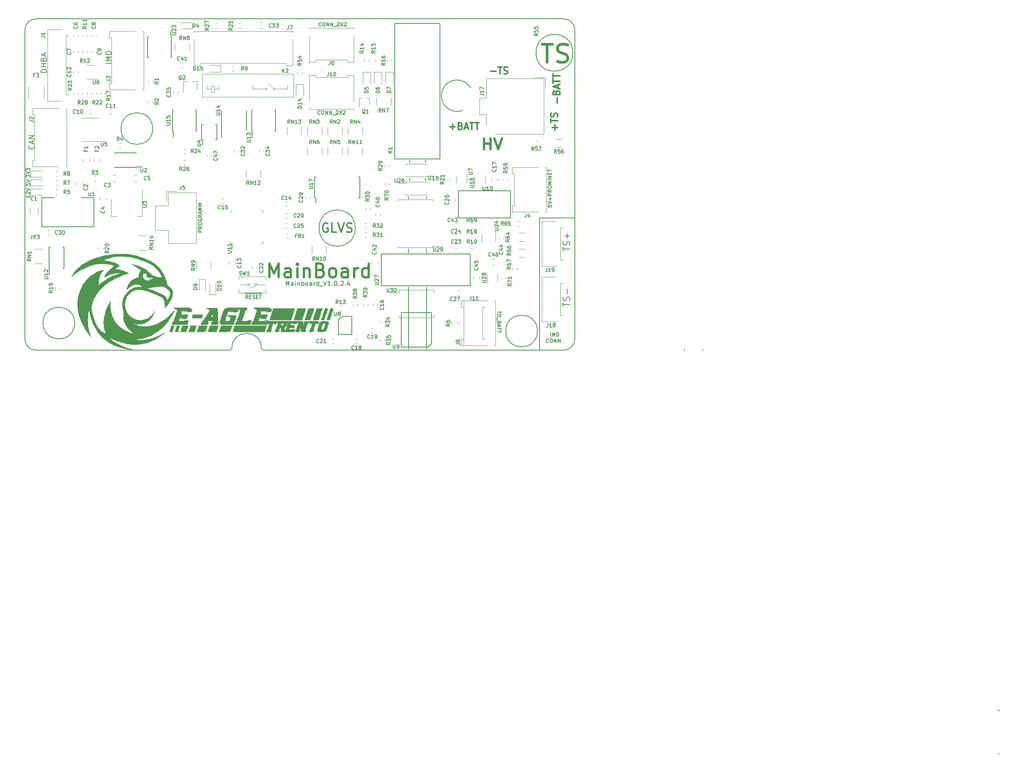
<source format=gto>
G04 #@! TF.GenerationSoftware,KiCad,Pcbnew,(5.1.6)-1*
G04 #@! TF.CreationDate,2020-09-13T17:37:44+02:00*
G04 #@! TF.ProjectId,MainBoard,4d61696e-426f-4617-9264-2e6b69636164,rev?*
G04 #@! TF.SameCoordinates,Original*
G04 #@! TF.FileFunction,Legend,Top*
G04 #@! TF.FilePolarity,Positive*
%FSLAX46Y46*%
G04 Gerber Fmt 4.6, Leading zero omitted, Abs format (unit mm)*
G04 Created by KiCad (PCBNEW (5.1.6)-1) date 2020-09-13 17:37:44*
%MOMM*%
%LPD*%
G01*
G04 APERTURE LIST*
%ADD10C,0.153000*%
G04 #@! TA.AperFunction,Profile*
%ADD11C,0.153000*%
G04 #@! TD*
G04 #@! TA.AperFunction,Profile*
%ADD12C,0.200000*%
G04 #@! TD*
%ADD13C,0.500000*%
%ADD14C,0.300000*%
%ADD15C,0.200000*%
%ADD16C,0.375000*%
%ADD17C,0.150000*%
%ADD18C,0.600000*%
%ADD19C,0.120000*%
%ADD20C,0.010000*%
%ADD21C,0.100000*%
G04 APERTURE END LIST*
D10*
X24370952Y-76007619D02*
X24370952Y-76476190D01*
X24370952Y-76241904D02*
X23550952Y-76241904D01*
X23668095Y-76320000D01*
X23746190Y-76398095D01*
X23785238Y-76476190D01*
X23629047Y-75695238D02*
X23590000Y-75656190D01*
X23550952Y-75578095D01*
X23550952Y-75382857D01*
X23590000Y-75304761D01*
X23629047Y-75265714D01*
X23707142Y-75226666D01*
X23785238Y-75226666D01*
X23902380Y-75265714D01*
X24370952Y-75734285D01*
X24370952Y-75226666D01*
X23550952Y-74992380D02*
X24370952Y-74719047D01*
X23550952Y-74445714D01*
X23550952Y-73406190D02*
X23550952Y-73796666D01*
X23941428Y-73835714D01*
X23902380Y-73796666D01*
X23863333Y-73718571D01*
X23863333Y-73523333D01*
X23902380Y-73445238D01*
X23941428Y-73406190D01*
X24019523Y-73367142D01*
X24214761Y-73367142D01*
X24292857Y-73406190D01*
X24331904Y-73445238D01*
X24370952Y-73523333D01*
X24370952Y-73718571D01*
X24331904Y-73796666D01*
X24292857Y-73835714D01*
X23550952Y-73132857D02*
X24370952Y-72859523D01*
X23550952Y-72586190D01*
X23550952Y-72015238D02*
X23550952Y-71507619D01*
X23863333Y-71780952D01*
X23863333Y-71663809D01*
X23902380Y-71585714D01*
X23941428Y-71546666D01*
X24019523Y-71507619D01*
X24214761Y-71507619D01*
X24292857Y-71546666D01*
X24331904Y-71585714D01*
X24370952Y-71663809D01*
X24370952Y-71898095D01*
X24331904Y-71976190D01*
X24292857Y-72015238D01*
X23550952Y-71273333D02*
X24370952Y-71000000D01*
X23550952Y-70726666D01*
X23550952Y-70531428D02*
X23550952Y-70023809D01*
X23863333Y-70297142D01*
X23863333Y-70180000D01*
X23902380Y-70101904D01*
X23941428Y-70062857D01*
X24019523Y-70023809D01*
X24214761Y-70023809D01*
X24292857Y-70062857D01*
X24331904Y-70101904D01*
X24370952Y-70180000D01*
X24370952Y-70414285D01*
X24331904Y-70492380D01*
X24292857Y-70531428D01*
D11*
X51050000Y-94250000D02*
G75*
G03*
X51050000Y-94250000I-1050000J0D01*
G01*
D12*
X68500000Y-110250000D02*
X25750000Y-110250000D01*
X76000000Y-110250000D02*
G75*
G02*
X75500000Y-109750000I0J500000D01*
G01*
X69000000Y-109750000D02*
G75*
G02*
X68500000Y-110250000I-500000J0D01*
G01*
X69000000Y-109750000D02*
G75*
G02*
X75500000Y-109750000I3250000J0D01*
G01*
D10*
X62370952Y-84162857D02*
X61550952Y-84162857D01*
X61550952Y-83850476D01*
X61590000Y-83772380D01*
X61629047Y-83733333D01*
X61707142Y-83694285D01*
X61824285Y-83694285D01*
X61902380Y-83733333D01*
X61941428Y-83772380D01*
X61980476Y-83850476D01*
X61980476Y-84162857D01*
X62370952Y-82874285D02*
X61980476Y-83147619D01*
X62370952Y-83342857D02*
X61550952Y-83342857D01*
X61550952Y-83030476D01*
X61590000Y-82952380D01*
X61629047Y-82913333D01*
X61707142Y-82874285D01*
X61824285Y-82874285D01*
X61902380Y-82913333D01*
X61941428Y-82952380D01*
X61980476Y-83030476D01*
X61980476Y-83342857D01*
X61550952Y-82366666D02*
X61550952Y-82210476D01*
X61590000Y-82132380D01*
X61668095Y-82054285D01*
X61824285Y-82015238D01*
X62097619Y-82015238D01*
X62253809Y-82054285D01*
X62331904Y-82132380D01*
X62370952Y-82210476D01*
X62370952Y-82366666D01*
X62331904Y-82444761D01*
X62253809Y-82522857D01*
X62097619Y-82561904D01*
X61824285Y-82561904D01*
X61668095Y-82522857D01*
X61590000Y-82444761D01*
X61550952Y-82366666D01*
X61590000Y-81234285D02*
X61550952Y-81312380D01*
X61550952Y-81429523D01*
X61590000Y-81546666D01*
X61668095Y-81624761D01*
X61746190Y-81663809D01*
X61902380Y-81702857D01*
X62019523Y-81702857D01*
X62175714Y-81663809D01*
X62253809Y-81624761D01*
X62331904Y-81546666D01*
X62370952Y-81429523D01*
X62370952Y-81351428D01*
X62331904Y-81234285D01*
X62292857Y-81195238D01*
X62019523Y-81195238D01*
X62019523Y-81351428D01*
X62370952Y-80375238D02*
X61980476Y-80648571D01*
X62370952Y-80843809D02*
X61550952Y-80843809D01*
X61550952Y-80531428D01*
X61590000Y-80453333D01*
X61629047Y-80414285D01*
X61707142Y-80375238D01*
X61824285Y-80375238D01*
X61902380Y-80414285D01*
X61941428Y-80453333D01*
X61980476Y-80531428D01*
X61980476Y-80843809D01*
X62136666Y-80062857D02*
X62136666Y-79672380D01*
X62370952Y-80140952D02*
X61550952Y-79867619D01*
X62370952Y-79594285D01*
X62370952Y-79320952D02*
X61550952Y-79320952D01*
X62136666Y-79047619D01*
X61550952Y-78774285D01*
X62370952Y-78774285D01*
X62370952Y-78383809D02*
X61550952Y-78383809D01*
X62136666Y-78110476D01*
X61550952Y-77837142D01*
X62370952Y-77837142D01*
X111750000Y-68250000D02*
X111750000Y-68750000D01*
X108250000Y-68250000D02*
X108250000Y-68750000D01*
X111750000Y-72250000D02*
X111750000Y-72750000D01*
X108250000Y-72250000D02*
X108250000Y-72750000D01*
X112000000Y-76250000D02*
X112000000Y-76750000D01*
X108000000Y-76250000D02*
X108000000Y-76750000D01*
X108000000Y-87750000D02*
X108000000Y-88750000D01*
X112000000Y-87750000D02*
X112000000Y-88750000D01*
D13*
X77321428Y-94107142D02*
X77321428Y-91107142D01*
X78321428Y-93250000D01*
X79321428Y-91107142D01*
X79321428Y-94107142D01*
X82035714Y-94107142D02*
X82035714Y-92535714D01*
X81892857Y-92250000D01*
X81607142Y-92107142D01*
X81035714Y-92107142D01*
X80750000Y-92250000D01*
X82035714Y-93964285D02*
X81750000Y-94107142D01*
X81035714Y-94107142D01*
X80750000Y-93964285D01*
X80607142Y-93678571D01*
X80607142Y-93392857D01*
X80750000Y-93107142D01*
X81035714Y-92964285D01*
X81750000Y-92964285D01*
X82035714Y-92821428D01*
X83464285Y-94107142D02*
X83464285Y-92107142D01*
X83464285Y-91107142D02*
X83321428Y-91250000D01*
X83464285Y-91392857D01*
X83607142Y-91250000D01*
X83464285Y-91107142D01*
X83464285Y-91392857D01*
X84892857Y-92107142D02*
X84892857Y-94107142D01*
X84892857Y-92392857D02*
X85035714Y-92250000D01*
X85321428Y-92107142D01*
X85750000Y-92107142D01*
X86035714Y-92250000D01*
X86178571Y-92535714D01*
X86178571Y-94107142D01*
X88607142Y-92535714D02*
X89035714Y-92678571D01*
X89178571Y-92821428D01*
X89321428Y-93107142D01*
X89321428Y-93535714D01*
X89178571Y-93821428D01*
X89035714Y-93964285D01*
X88750000Y-94107142D01*
X87607142Y-94107142D01*
X87607142Y-91107142D01*
X88607142Y-91107142D01*
X88892857Y-91250000D01*
X89035714Y-91392857D01*
X89178571Y-91678571D01*
X89178571Y-91964285D01*
X89035714Y-92250000D01*
X88892857Y-92392857D01*
X88607142Y-92535714D01*
X87607142Y-92535714D01*
X91035714Y-94107142D02*
X90750000Y-93964285D01*
X90607142Y-93821428D01*
X90464285Y-93535714D01*
X90464285Y-92678571D01*
X90607142Y-92392857D01*
X90750000Y-92250000D01*
X91035714Y-92107142D01*
X91464285Y-92107142D01*
X91750000Y-92250000D01*
X91892857Y-92392857D01*
X92035714Y-92678571D01*
X92035714Y-93535714D01*
X91892857Y-93821428D01*
X91750000Y-93964285D01*
X91464285Y-94107142D01*
X91035714Y-94107142D01*
X94607142Y-94107142D02*
X94607142Y-92535714D01*
X94464285Y-92250000D01*
X94178571Y-92107142D01*
X93607142Y-92107142D01*
X93321428Y-92250000D01*
X94607142Y-93964285D02*
X94321428Y-94107142D01*
X93607142Y-94107142D01*
X93321428Y-93964285D01*
X93178571Y-93678571D01*
X93178571Y-93392857D01*
X93321428Y-93107142D01*
X93607142Y-92964285D01*
X94321428Y-92964285D01*
X94607142Y-92821428D01*
X96035714Y-94107142D02*
X96035714Y-92107142D01*
X96035714Y-92678571D02*
X96178571Y-92392857D01*
X96321428Y-92250000D01*
X96607142Y-92107142D01*
X96892857Y-92107142D01*
X99178571Y-94107142D02*
X99178571Y-91107142D01*
X99178571Y-93964285D02*
X98892857Y-94107142D01*
X98321428Y-94107142D01*
X98035714Y-93964285D01*
X97892857Y-93821428D01*
X97750000Y-93535714D01*
X97750000Y-92678571D01*
X97892857Y-92392857D01*
X98035714Y-92250000D01*
X98321428Y-92107142D01*
X98892857Y-92107142D01*
X99178571Y-92250000D01*
D10*
X138800952Y-78190000D02*
X138800952Y-78580476D01*
X139191428Y-78619523D01*
X139152380Y-78580476D01*
X139113333Y-78502380D01*
X139113333Y-78307142D01*
X139152380Y-78229047D01*
X139191428Y-78190000D01*
X139269523Y-78150952D01*
X139464761Y-78150952D01*
X139542857Y-78190000D01*
X139581904Y-78229047D01*
X139620952Y-78307142D01*
X139620952Y-78502380D01*
X139581904Y-78580476D01*
X139542857Y-78619523D01*
X138800952Y-77916666D02*
X139620952Y-77643333D01*
X138800952Y-77370000D01*
X139308571Y-77096666D02*
X139308571Y-76471904D01*
X139620952Y-76784285D02*
X138996190Y-76784285D01*
X139620952Y-76081428D02*
X138800952Y-76081428D01*
X138800952Y-75769047D01*
X138840000Y-75690952D01*
X138879047Y-75651904D01*
X138957142Y-75612857D01*
X139074285Y-75612857D01*
X139152380Y-75651904D01*
X139191428Y-75690952D01*
X139230476Y-75769047D01*
X139230476Y-76081428D01*
X139620952Y-74792857D02*
X139230476Y-75066190D01*
X139620952Y-75261428D02*
X138800952Y-75261428D01*
X138800952Y-74949047D01*
X138840000Y-74870952D01*
X138879047Y-74831904D01*
X138957142Y-74792857D01*
X139074285Y-74792857D01*
X139152380Y-74831904D01*
X139191428Y-74870952D01*
X139230476Y-74949047D01*
X139230476Y-75261428D01*
X138800952Y-74285238D02*
X138800952Y-74129047D01*
X138840000Y-74050952D01*
X138918095Y-73972857D01*
X139074285Y-73933809D01*
X139347619Y-73933809D01*
X139503809Y-73972857D01*
X139581904Y-74050952D01*
X139620952Y-74129047D01*
X139620952Y-74285238D01*
X139581904Y-74363333D01*
X139503809Y-74441428D01*
X139347619Y-74480476D01*
X139074285Y-74480476D01*
X138918095Y-74441428D01*
X138840000Y-74363333D01*
X138800952Y-74285238D01*
X139620952Y-73582380D02*
X138800952Y-73582380D01*
X139386666Y-73309047D01*
X138800952Y-73035714D01*
X139620952Y-73035714D01*
X139620952Y-72645238D02*
X138800952Y-72645238D01*
X139620952Y-72254761D02*
X138800952Y-72254761D01*
X139620952Y-71786190D01*
X138800952Y-71786190D01*
X139191428Y-71395714D02*
X139191428Y-71122380D01*
X139620952Y-71005238D02*
X139620952Y-71395714D01*
X138800952Y-71395714D01*
X138800952Y-71005238D01*
X138800952Y-70770952D02*
X138800952Y-70302380D01*
X139620952Y-70536666D02*
X138800952Y-70536666D01*
X130500000Y-75000000D02*
X130500000Y-75750000D01*
X126500000Y-75000000D02*
X130500000Y-75000000D01*
X125500000Y-75000000D02*
X126500000Y-75000000D01*
X136500000Y-106000000D02*
G75*
G03*
X136500000Y-106000000I-3500000J0D01*
G01*
X71895238Y-97710700D02*
X72715238Y-97710700D01*
X72559047Y-98870952D02*
X72285714Y-98480476D01*
X72090476Y-98870952D02*
X72090476Y-98050952D01*
X72402857Y-98050952D01*
X72480952Y-98090000D01*
X72520000Y-98129047D01*
X72559047Y-98207142D01*
X72559047Y-98324285D01*
X72520000Y-98402380D01*
X72480952Y-98441428D01*
X72402857Y-98480476D01*
X72090476Y-98480476D01*
X72715238Y-97710700D02*
X73457142Y-97710700D01*
X72910476Y-98441428D02*
X73183809Y-98441428D01*
X73300952Y-98870952D02*
X72910476Y-98870952D01*
X72910476Y-98050952D01*
X73300952Y-98050952D01*
X73457142Y-97710700D02*
X74238095Y-97710700D01*
X73613333Y-98831904D02*
X73730476Y-98870952D01*
X73925714Y-98870952D01*
X74003809Y-98831904D01*
X74042857Y-98792857D01*
X74081904Y-98714761D01*
X74081904Y-98636666D01*
X74042857Y-98558571D01*
X74003809Y-98519523D01*
X73925714Y-98480476D01*
X73769523Y-98441428D01*
X73691428Y-98402380D01*
X73652380Y-98363333D01*
X73613333Y-98285238D01*
X73613333Y-98207142D01*
X73652380Y-98129047D01*
X73691428Y-98090000D01*
X73769523Y-98050952D01*
X73964761Y-98050952D01*
X74081904Y-98090000D01*
X74238095Y-97710700D02*
X74980000Y-97710700D01*
X74433333Y-98441428D02*
X74706666Y-98441428D01*
X74823809Y-98870952D02*
X74433333Y-98870952D01*
X74433333Y-98050952D01*
X74823809Y-98050952D01*
X74980000Y-97710700D02*
X75604761Y-97710700D01*
X75058095Y-98050952D02*
X75526666Y-98050952D01*
X75292380Y-98870952D02*
X75292380Y-98050952D01*
X96250000Y-83250000D02*
G75*
G03*
X96250000Y-83250000I-4000000J0D01*
G01*
D14*
X90154761Y-82250000D02*
X89964285Y-82154761D01*
X89678571Y-82154761D01*
X89392857Y-82250000D01*
X89202380Y-82440476D01*
X89107142Y-82630952D01*
X89011904Y-83011904D01*
X89011904Y-83297619D01*
X89107142Y-83678571D01*
X89202380Y-83869047D01*
X89392857Y-84059523D01*
X89678571Y-84154761D01*
X89869047Y-84154761D01*
X90154761Y-84059523D01*
X90250000Y-83964285D01*
X90250000Y-83297619D01*
X89869047Y-83297619D01*
X92059523Y-84154761D02*
X91107142Y-84154761D01*
X91107142Y-82154761D01*
X92440476Y-82154761D02*
X93107142Y-84154761D01*
X93773809Y-82154761D01*
X94345238Y-84059523D02*
X94630952Y-84154761D01*
X95107142Y-84154761D01*
X95297619Y-84059523D01*
X95392857Y-83964285D01*
X95488095Y-83773809D01*
X95488095Y-83583333D01*
X95392857Y-83392857D01*
X95297619Y-83297619D01*
X95107142Y-83202380D01*
X94726190Y-83107142D01*
X94535714Y-83011904D01*
X94440476Y-82916666D01*
X94345238Y-82726190D01*
X94345238Y-82535714D01*
X94440476Y-82345238D01*
X94535714Y-82250000D01*
X94726190Y-82154761D01*
X95202380Y-82154761D01*
X95488095Y-82250000D01*
D10*
X169000000Y-110000000D02*
X169000000Y-110250000D01*
X108000000Y-110000000D02*
X108000000Y-96250000D01*
X112000000Y-110000000D02*
X112000000Y-96250000D01*
X173000000Y-110000000D02*
X173000000Y-110250000D01*
D15*
X142178571Y-88321428D02*
X142178571Y-87464285D01*
X143678571Y-87892857D02*
X142178571Y-87892857D01*
X143607142Y-87035714D02*
X143678571Y-86821428D01*
X143678571Y-86464285D01*
X143607142Y-86321428D01*
X143535714Y-86250000D01*
X143392857Y-86178571D01*
X143250000Y-86178571D01*
X143107142Y-86250000D01*
X143035714Y-86321428D01*
X142964285Y-86464285D01*
X142892857Y-86750000D01*
X142821428Y-86892857D01*
X142750000Y-86964285D01*
X142607142Y-87035714D01*
X142464285Y-87035714D01*
X142321428Y-86964285D01*
X142250000Y-86892857D01*
X142178571Y-86750000D01*
X142178571Y-86392857D01*
X142250000Y-86178571D01*
X143107142Y-85535714D02*
X143107142Y-84392857D01*
X143678571Y-84964285D02*
X142535714Y-84964285D01*
D16*
X126142857Y-48607142D02*
X127285714Y-48607142D01*
X127785714Y-47678571D02*
X128642857Y-47678571D01*
X128214285Y-49178571D02*
X128214285Y-47678571D01*
X129071428Y-49107142D02*
X129285714Y-49178571D01*
X129642857Y-49178571D01*
X129785714Y-49107142D01*
X129857142Y-49035714D01*
X129928571Y-48892857D01*
X129928571Y-48750000D01*
X129857142Y-48607142D01*
X129785714Y-48535714D01*
X129642857Y-48464285D01*
X129357142Y-48392857D01*
X129214285Y-48321428D01*
X129142857Y-48250000D01*
X129071428Y-48107142D01*
X129071428Y-47964285D01*
X129142857Y-47821428D01*
X129214285Y-47750000D01*
X129357142Y-47678571D01*
X129714285Y-47678571D01*
X129928571Y-47750000D01*
D10*
X51500000Y-61250000D02*
G75*
G03*
X51500000Y-61250000I-3500000J0D01*
G01*
D17*
X80976190Y-95952380D02*
X80976190Y-94952380D01*
X81309523Y-95666666D01*
X81642857Y-94952380D01*
X81642857Y-95952380D01*
X82547619Y-95952380D02*
X82547619Y-95428571D01*
X82500000Y-95333333D01*
X82404761Y-95285714D01*
X82214285Y-95285714D01*
X82119047Y-95333333D01*
X82547619Y-95904761D02*
X82452380Y-95952380D01*
X82214285Y-95952380D01*
X82119047Y-95904761D01*
X82071428Y-95809523D01*
X82071428Y-95714285D01*
X82119047Y-95619047D01*
X82214285Y-95571428D01*
X82452380Y-95571428D01*
X82547619Y-95523809D01*
X83023809Y-95952380D02*
X83023809Y-95285714D01*
X83023809Y-94952380D02*
X82976190Y-95000000D01*
X83023809Y-95047619D01*
X83071428Y-95000000D01*
X83023809Y-94952380D01*
X83023809Y-95047619D01*
X83500000Y-95285714D02*
X83500000Y-95952380D01*
X83500000Y-95380952D02*
X83547619Y-95333333D01*
X83642857Y-95285714D01*
X83785714Y-95285714D01*
X83880952Y-95333333D01*
X83928571Y-95428571D01*
X83928571Y-95952380D01*
X84404761Y-95952380D02*
X84404761Y-94952380D01*
X84404761Y-95333333D02*
X84500000Y-95285714D01*
X84690476Y-95285714D01*
X84785714Y-95333333D01*
X84833333Y-95380952D01*
X84880952Y-95476190D01*
X84880952Y-95761904D01*
X84833333Y-95857142D01*
X84785714Y-95904761D01*
X84690476Y-95952380D01*
X84500000Y-95952380D01*
X84404761Y-95904761D01*
X85452380Y-95952380D02*
X85357142Y-95904761D01*
X85309523Y-95857142D01*
X85261904Y-95761904D01*
X85261904Y-95476190D01*
X85309523Y-95380952D01*
X85357142Y-95333333D01*
X85452380Y-95285714D01*
X85595238Y-95285714D01*
X85690476Y-95333333D01*
X85738095Y-95380952D01*
X85785714Y-95476190D01*
X85785714Y-95761904D01*
X85738095Y-95857142D01*
X85690476Y-95904761D01*
X85595238Y-95952380D01*
X85452380Y-95952380D01*
X86642857Y-95952380D02*
X86642857Y-95428571D01*
X86595238Y-95333333D01*
X86500000Y-95285714D01*
X86309523Y-95285714D01*
X86214285Y-95333333D01*
X86642857Y-95904761D02*
X86547619Y-95952380D01*
X86309523Y-95952380D01*
X86214285Y-95904761D01*
X86166666Y-95809523D01*
X86166666Y-95714285D01*
X86214285Y-95619047D01*
X86309523Y-95571428D01*
X86547619Y-95571428D01*
X86642857Y-95523809D01*
X87119047Y-95952380D02*
X87119047Y-95285714D01*
X87119047Y-95476190D02*
X87166666Y-95380952D01*
X87214285Y-95333333D01*
X87309523Y-95285714D01*
X87404761Y-95285714D01*
X88166666Y-95952380D02*
X88166666Y-94952380D01*
X88166666Y-95904761D02*
X88071428Y-95952380D01*
X87880952Y-95952380D01*
X87785714Y-95904761D01*
X87738095Y-95857142D01*
X87690476Y-95761904D01*
X87690476Y-95476190D01*
X87738095Y-95380952D01*
X87785714Y-95333333D01*
X87880952Y-95285714D01*
X88071428Y-95285714D01*
X88166666Y-95333333D01*
X88404761Y-96047619D02*
X89166666Y-96047619D01*
X89261904Y-94952380D02*
X89595238Y-95952380D01*
X89928571Y-94952380D01*
X90785714Y-95952380D02*
X90214285Y-95952380D01*
X90500000Y-95952380D02*
X90500000Y-94952380D01*
X90404761Y-95095238D01*
X90309523Y-95190476D01*
X90214285Y-95238095D01*
X91214285Y-95857142D02*
X91261904Y-95904761D01*
X91214285Y-95952380D01*
X91166666Y-95904761D01*
X91214285Y-95857142D01*
X91214285Y-95952380D01*
X91880952Y-94952380D02*
X91976190Y-94952380D01*
X92071428Y-95000000D01*
X92119047Y-95047619D01*
X92166666Y-95142857D01*
X92214285Y-95333333D01*
X92214285Y-95571428D01*
X92166666Y-95761904D01*
X92119047Y-95857142D01*
X92071428Y-95904761D01*
X91976190Y-95952380D01*
X91880952Y-95952380D01*
X91785714Y-95904761D01*
X91738095Y-95857142D01*
X91690476Y-95761904D01*
X91642857Y-95571428D01*
X91642857Y-95333333D01*
X91690476Y-95142857D01*
X91738095Y-95047619D01*
X91785714Y-95000000D01*
X91880952Y-94952380D01*
X92642857Y-95857142D02*
X92690476Y-95904761D01*
X92642857Y-95952380D01*
X92595238Y-95904761D01*
X92642857Y-95857142D01*
X92642857Y-95952380D01*
X93071428Y-95047619D02*
X93119047Y-95000000D01*
X93214285Y-94952380D01*
X93452380Y-94952380D01*
X93547619Y-95000000D01*
X93595238Y-95047619D01*
X93642857Y-95142857D01*
X93642857Y-95238095D01*
X93595238Y-95380952D01*
X93023809Y-95952380D01*
X93642857Y-95952380D01*
X94071428Y-95857142D02*
X94119047Y-95904761D01*
X94071428Y-95952380D01*
X94023809Y-95904761D01*
X94071428Y-95857142D01*
X94071428Y-95952380D01*
X94976190Y-95285714D02*
X94976190Y-95952380D01*
X94738095Y-94904761D02*
X94500000Y-95619047D01*
X95119047Y-95619047D01*
D10*
X119969491Y-57251975D02*
G75*
G02*
X121750000Y-52250000I-1219491J3251975D01*
G01*
D16*
X117142857Y-60857142D02*
X118285714Y-60857142D01*
X117714285Y-61428571D02*
X117714285Y-60285714D01*
X119500000Y-60642857D02*
X119714285Y-60714285D01*
X119785714Y-60785714D01*
X119857142Y-60928571D01*
X119857142Y-61142857D01*
X119785714Y-61285714D01*
X119714285Y-61357142D01*
X119571428Y-61428571D01*
X119000000Y-61428571D01*
X119000000Y-59928571D01*
X119500000Y-59928571D01*
X119642857Y-60000000D01*
X119714285Y-60071428D01*
X119785714Y-60214285D01*
X119785714Y-60357142D01*
X119714285Y-60500000D01*
X119642857Y-60571428D01*
X119500000Y-60642857D01*
X119000000Y-60642857D01*
X120428571Y-61000000D02*
X121142857Y-61000000D01*
X120285714Y-61428571D02*
X120785714Y-59928571D01*
X121285714Y-61428571D01*
X121571428Y-59928571D02*
X122428571Y-59928571D01*
X122000000Y-61428571D02*
X122000000Y-59928571D01*
X122714285Y-59928571D02*
X123571428Y-59928571D01*
X123142857Y-61428571D02*
X123142857Y-59928571D01*
X140357142Y-61607142D02*
X140357142Y-60464285D01*
X140928571Y-61035714D02*
X139785714Y-61035714D01*
X139428571Y-59964285D02*
X139428571Y-59107142D01*
X140928571Y-59535714D02*
X139428571Y-59535714D01*
X140857142Y-58678571D02*
X140928571Y-58464285D01*
X140928571Y-58107142D01*
X140857142Y-57964285D01*
X140785714Y-57892857D01*
X140642857Y-57821428D01*
X140500000Y-57821428D01*
X140357142Y-57892857D01*
X140285714Y-57964285D01*
X140214285Y-58107142D01*
X140142857Y-58392857D01*
X140071428Y-58535714D01*
X140000000Y-58607142D01*
X139857142Y-58678571D01*
X139714285Y-58678571D01*
X139571428Y-58607142D01*
X139500000Y-58535714D01*
X139428571Y-58392857D01*
X139428571Y-58035714D01*
X139500000Y-57821428D01*
X140857142Y-55607142D02*
X140857142Y-54464285D01*
X140642857Y-53250000D02*
X140714285Y-53035714D01*
X140785714Y-52964285D01*
X140928571Y-52892857D01*
X141142857Y-52892857D01*
X141285714Y-52964285D01*
X141357142Y-53035714D01*
X141428571Y-53178571D01*
X141428571Y-53750000D01*
X139928571Y-53750000D01*
X139928571Y-53250000D01*
X140000000Y-53107142D01*
X140071428Y-53035714D01*
X140214285Y-52964285D01*
X140357142Y-52964285D01*
X140500000Y-53035714D01*
X140571428Y-53107142D01*
X140642857Y-53250000D01*
X140642857Y-53750000D01*
X141000000Y-52321428D02*
X141000000Y-51607142D01*
X141428571Y-52464285D02*
X139928571Y-51964285D01*
X141428571Y-51464285D01*
X139928571Y-51178571D02*
X139928571Y-50321428D01*
X141428571Y-50750000D02*
X139928571Y-50750000D01*
X139928571Y-50035714D02*
X139928571Y-49178571D01*
X141428571Y-49607142D02*
X139928571Y-49607142D01*
D10*
X139433809Y-107179452D02*
X139433809Y-106359452D01*
X139824285Y-107179452D02*
X139824285Y-106359452D01*
X140097619Y-106945166D01*
X140370952Y-106359452D01*
X140370952Y-107179452D01*
X140761428Y-107179452D02*
X140761428Y-106359452D01*
X140956666Y-106359452D01*
X141073809Y-106398500D01*
X141151904Y-106476595D01*
X141190952Y-106554690D01*
X141230000Y-106710880D01*
X141230000Y-106828023D01*
X141190952Y-106984214D01*
X141151904Y-107062309D01*
X141073809Y-107140404D01*
X140956666Y-107179452D01*
X140761428Y-107179452D01*
X138965238Y-108484357D02*
X138926190Y-108523404D01*
X138809047Y-108562452D01*
X138730952Y-108562452D01*
X138613809Y-108523404D01*
X138535714Y-108445309D01*
X138496666Y-108367214D01*
X138457619Y-108211023D01*
X138457619Y-108093880D01*
X138496666Y-107937690D01*
X138535714Y-107859595D01*
X138613809Y-107781500D01*
X138730952Y-107742452D01*
X138809047Y-107742452D01*
X138926190Y-107781500D01*
X138965238Y-107820547D01*
X139472857Y-107742452D02*
X139629047Y-107742452D01*
X139707142Y-107781500D01*
X139785238Y-107859595D01*
X139824285Y-108015785D01*
X139824285Y-108289119D01*
X139785238Y-108445309D01*
X139707142Y-108523404D01*
X139629047Y-108562452D01*
X139472857Y-108562452D01*
X139394761Y-108523404D01*
X139316666Y-108445309D01*
X139277619Y-108289119D01*
X139277619Y-108015785D01*
X139316666Y-107859595D01*
X139394761Y-107781500D01*
X139472857Y-107742452D01*
X140175714Y-108562452D02*
X140175714Y-107742452D01*
X140644285Y-108562452D01*
X140644285Y-107742452D01*
X141034761Y-108562452D02*
X141034761Y-107742452D01*
X141503333Y-108562452D01*
X141503333Y-107742452D01*
X137000000Y-81000000D02*
X137000000Y-110250000D01*
X144750000Y-81000000D02*
X137000000Y-81000000D01*
X34250000Y-104250000D02*
G75*
G03*
X34250000Y-104250000I-3500000J0D01*
G01*
D13*
X124714285Y-65880952D02*
X124714285Y-63380952D01*
X124714285Y-64571428D02*
X126142857Y-64571428D01*
X126142857Y-65880952D02*
X126142857Y-63380952D01*
X126976190Y-63380952D02*
X127809523Y-65880952D01*
X128642857Y-63380952D01*
D15*
X142178571Y-100571428D02*
X142178571Y-99714285D01*
X143678571Y-100142857D02*
X142178571Y-100142857D01*
X143607142Y-99285714D02*
X143678571Y-99071428D01*
X143678571Y-98714285D01*
X143607142Y-98571428D01*
X143535714Y-98500000D01*
X143392857Y-98428571D01*
X143250000Y-98428571D01*
X143107142Y-98500000D01*
X143035714Y-98571428D01*
X142964285Y-98714285D01*
X142892857Y-99000000D01*
X142821428Y-99142857D01*
X142750000Y-99214285D01*
X142607142Y-99285714D01*
X142464285Y-99285714D01*
X142321428Y-99214285D01*
X142250000Y-99142857D01*
X142178571Y-99000000D01*
X142178571Y-98642857D01*
X142250000Y-98428571D01*
X143107142Y-97785714D02*
X143107142Y-96642857D01*
D10*
X128449047Y-101637619D02*
X128449047Y-102106190D01*
X127629047Y-101871904D02*
X128449047Y-101871904D01*
X128449047Y-102535714D02*
X128449047Y-102691904D01*
X128410000Y-102770000D01*
X128331904Y-102848095D01*
X128175714Y-102887142D01*
X127902380Y-102887142D01*
X127746190Y-102848095D01*
X127668095Y-102770000D01*
X127629047Y-102691904D01*
X127629047Y-102535714D01*
X127668095Y-102457619D01*
X127746190Y-102379523D01*
X127902380Y-102340476D01*
X128175714Y-102340476D01*
X128331904Y-102379523D01*
X128410000Y-102457619D01*
X128449047Y-102535714D01*
X127550952Y-103043333D02*
X127550952Y-103668095D01*
X128058571Y-104136666D02*
X128019523Y-104253809D01*
X127980476Y-104292857D01*
X127902380Y-104331904D01*
X127785238Y-104331904D01*
X127707142Y-104292857D01*
X127668095Y-104253809D01*
X127629047Y-104175714D01*
X127629047Y-103863333D01*
X128449047Y-103863333D01*
X128449047Y-104136666D01*
X128410000Y-104214761D01*
X128370952Y-104253809D01*
X128292857Y-104292857D01*
X128214761Y-104292857D01*
X128136666Y-104253809D01*
X128097619Y-104214761D01*
X128058571Y-104136666D01*
X128058571Y-103863333D01*
X127863333Y-104644285D02*
X127863333Y-105034761D01*
X127629047Y-104566190D02*
X128449047Y-104839523D01*
X127629047Y-105112857D01*
X128449047Y-105269047D02*
X128449047Y-105737619D01*
X127629047Y-105503333D02*
X128449047Y-105503333D01*
X128449047Y-105893809D02*
X128449047Y-106362380D01*
X127629047Y-106128095D02*
X128449047Y-106128095D01*
X28042857Y-48807142D02*
X26842857Y-48807142D01*
X26842857Y-48521428D01*
X26900000Y-48350000D01*
X27014285Y-48235714D01*
X27128571Y-48178571D01*
X27357142Y-48121428D01*
X27528571Y-48121428D01*
X27757142Y-48178571D01*
X27871428Y-48235714D01*
X27985714Y-48350000D01*
X28042857Y-48521428D01*
X28042857Y-48807142D01*
X28042857Y-47607142D02*
X26842857Y-47607142D01*
X27414285Y-47607142D02*
X27414285Y-46921428D01*
X28042857Y-46921428D02*
X26842857Y-46921428D01*
X27414285Y-45950000D02*
X27471428Y-45778571D01*
X27528571Y-45721428D01*
X27642857Y-45664285D01*
X27814285Y-45664285D01*
X27928571Y-45721428D01*
X27985714Y-45778571D01*
X28042857Y-45892857D01*
X28042857Y-46350000D01*
X26842857Y-46350000D01*
X26842857Y-45950000D01*
X26900000Y-45835714D01*
X26957142Y-45778571D01*
X27071428Y-45721428D01*
X27185714Y-45721428D01*
X27300000Y-45778571D01*
X27357142Y-45835714D01*
X27414285Y-45950000D01*
X27414285Y-46350000D01*
X27700000Y-45207142D02*
X27700000Y-44635714D01*
X28042857Y-45321428D02*
X26842857Y-44921428D01*
X28042857Y-44521428D01*
X25178571Y-65021428D02*
X25235714Y-65078571D01*
X25292857Y-65250000D01*
X25292857Y-65364285D01*
X25235714Y-65535714D01*
X25121428Y-65650000D01*
X25007142Y-65707142D01*
X24778571Y-65764285D01*
X24607142Y-65764285D01*
X24378571Y-65707142D01*
X24264285Y-65650000D01*
X24150000Y-65535714D01*
X24092857Y-65364285D01*
X24092857Y-65250000D01*
X24150000Y-65078571D01*
X24207142Y-65021428D01*
X24950000Y-64564285D02*
X24950000Y-63992857D01*
X25292857Y-64678571D02*
X24092857Y-64278571D01*
X25292857Y-63878571D01*
X25292857Y-63478571D02*
X24092857Y-63478571D01*
X25292857Y-62792857D01*
X24092857Y-62792857D01*
X42292857Y-46785714D02*
X41092857Y-46785714D01*
X42292857Y-46214285D02*
X41092857Y-46214285D01*
X41950000Y-45814285D01*
X41092857Y-45414285D01*
X42292857Y-45414285D01*
X42292857Y-44842857D02*
X41092857Y-44842857D01*
X41092857Y-44557142D01*
X41150000Y-44385714D01*
X41264285Y-44271428D01*
X41378571Y-44214285D01*
X41607142Y-44157142D01*
X41778571Y-44157142D01*
X42007142Y-44214285D01*
X42121428Y-44271428D01*
X42235714Y-44385714D01*
X42292857Y-44557142D01*
X42292857Y-44842857D01*
D12*
X23250000Y-39500000D02*
G75*
G02*
X25750000Y-37000000I2500000J0D01*
G01*
X25750000Y-110250000D02*
G75*
G02*
X23250000Y-107750000I0J2500000D01*
G01*
X23250000Y-107750000D02*
X23250000Y-39500000D01*
X142250000Y-37000000D02*
X25750000Y-37000000D01*
D10*
X144319705Y-44500000D02*
G75*
G03*
X144319705Y-44500000I-4069705J0D01*
G01*
D18*
X137452380Y-42559523D02*
X139738095Y-42559523D01*
X138595238Y-46559523D02*
X138595238Y-42559523D01*
X140880952Y-46369047D02*
X141452380Y-46559523D01*
X142404761Y-46559523D01*
X142785714Y-46369047D01*
X142976190Y-46178571D01*
X143166666Y-45797619D01*
X143166666Y-45416666D01*
X142976190Y-45035714D01*
X142785714Y-44845238D01*
X142404761Y-44654761D01*
X141642857Y-44464285D01*
X141261904Y-44273809D01*
X141071428Y-44083333D01*
X140880952Y-43702380D01*
X140880952Y-43321428D01*
X141071428Y-42940476D01*
X141261904Y-42750000D01*
X141642857Y-42559523D01*
X142595238Y-42559523D01*
X143166666Y-42750000D01*
D10*
X238550000Y-189850000D02*
G75*
G03*
X238550000Y-189850000I-100000J0D01*
G01*
X238550000Y-199450000D02*
G75*
G03*
X238550000Y-199450000I-100000J0D01*
G01*
D12*
X142250000Y-110250000D02*
X76000000Y-110250000D01*
X142250000Y-37000000D02*
G75*
G02*
X144750000Y-39500000I0J-2500000D01*
G01*
X144750000Y-107750000D02*
G75*
G02*
X142250000Y-110250000I-2500000J0D01*
G01*
X144750000Y-39500000D02*
X144750000Y-107750000D01*
D19*
X75860000Y-79840000D02*
X75860000Y-79390000D01*
X75860000Y-79390000D02*
X75410000Y-79390000D01*
X75860000Y-86160000D02*
X75860000Y-86610000D01*
X75860000Y-86610000D02*
X75410000Y-86610000D01*
X68640000Y-79840000D02*
X68640000Y-79390000D01*
X68640000Y-79390000D02*
X69090000Y-79390000D01*
X68640000Y-86160000D02*
X68640000Y-86610000D01*
X68640000Y-86610000D02*
X69090000Y-86610000D01*
X69090000Y-86610000D02*
X69090000Y-87900000D01*
X130920000Y-69815000D02*
X136680000Y-69815000D01*
X130920000Y-71235000D02*
X130920000Y-69815000D01*
X131420000Y-71235000D02*
X130920000Y-71235000D01*
X131420000Y-78265000D02*
X131420000Y-71235000D01*
X130920000Y-78265000D02*
X131420000Y-78265000D01*
X130920000Y-79685000D02*
X130920000Y-78265000D01*
X136680000Y-79685000D02*
X130920000Y-79685000D01*
X138510000Y-69815000D02*
X138200000Y-69815000D01*
X138510000Y-79685000D02*
X138510000Y-69815000D01*
X138200000Y-79685000D02*
X138510000Y-79685000D01*
D20*
G36*
X78718061Y-103926421D02*
G01*
X78847105Y-104016416D01*
X78893240Y-104087626D01*
X78890322Y-104109038D01*
X78867218Y-104191645D01*
X78864737Y-104214891D01*
X78835152Y-104270497D01*
X78767212Y-104344930D01*
X78666358Y-104401681D01*
X78531586Y-104433330D01*
X78392845Y-104438554D01*
X78280085Y-104416024D01*
X78224763Y-104368947D01*
X78161423Y-104318534D01*
X78052890Y-104302787D01*
X77962096Y-104310822D01*
X77956955Y-104334377D01*
X77967659Y-104342108D01*
X77987239Y-104372116D01*
X77987960Y-104434494D01*
X77967296Y-104541306D01*
X77922721Y-104704614D01*
X77851707Y-104936479D01*
X77826451Y-105016243D01*
X77741661Y-105292291D01*
X77687197Y-105493832D01*
X77661135Y-105629440D01*
X77661549Y-105707692D01*
X77667719Y-105723325D01*
X77684783Y-105825890D01*
X77648561Y-105973158D01*
X77585935Y-106151403D01*
X77089020Y-106164003D01*
X76890633Y-106167516D01*
X76729890Y-106167475D01*
X76624643Y-106164079D01*
X76592106Y-106158465D01*
X76612811Y-106066829D01*
X76663863Y-105937240D01*
X76728664Y-105805415D01*
X76790619Y-105707068D01*
X76812819Y-105683508D01*
X76860997Y-105612360D01*
X76926147Y-105467833D01*
X77003010Y-105262853D01*
X77084845Y-105015087D01*
X77154025Y-104794339D01*
X77214637Y-104602270D01*
X77261296Y-104455843D01*
X77288618Y-104372018D01*
X77292446Y-104361058D01*
X77277388Y-104326498D01*
X77221872Y-104332210D01*
X77142313Y-104374863D01*
X77118089Y-104410636D01*
X77076541Y-104411168D01*
X76969746Y-104365271D01*
X76805897Y-104277006D01*
X76593185Y-104150439D01*
X76592205Y-104149835D01*
X76079849Y-103834210D01*
X77300032Y-103822343D01*
X78520215Y-103810475D01*
X78718061Y-103926421D01*
G37*
X78718061Y-103926421D02*
X78847105Y-104016416D01*
X78893240Y-104087626D01*
X78890322Y-104109038D01*
X78867218Y-104191645D01*
X78864737Y-104214891D01*
X78835152Y-104270497D01*
X78767212Y-104344930D01*
X78666358Y-104401681D01*
X78531586Y-104433330D01*
X78392845Y-104438554D01*
X78280085Y-104416024D01*
X78224763Y-104368947D01*
X78161423Y-104318534D01*
X78052890Y-104302787D01*
X77962096Y-104310822D01*
X77956955Y-104334377D01*
X77967659Y-104342108D01*
X77987239Y-104372116D01*
X77987960Y-104434494D01*
X77967296Y-104541306D01*
X77922721Y-104704614D01*
X77851707Y-104936479D01*
X77826451Y-105016243D01*
X77741661Y-105292291D01*
X77687197Y-105493832D01*
X77661135Y-105629440D01*
X77661549Y-105707692D01*
X77667719Y-105723325D01*
X77684783Y-105825890D01*
X77648561Y-105973158D01*
X77585935Y-106151403D01*
X77089020Y-106164003D01*
X76890633Y-106167516D01*
X76729890Y-106167475D01*
X76624643Y-106164079D01*
X76592106Y-106158465D01*
X76612811Y-106066829D01*
X76663863Y-105937240D01*
X76728664Y-105805415D01*
X76790619Y-105707068D01*
X76812819Y-105683508D01*
X76860997Y-105612360D01*
X76926147Y-105467833D01*
X77003010Y-105262853D01*
X77084845Y-105015087D01*
X77154025Y-104794339D01*
X77214637Y-104602270D01*
X77261296Y-104455843D01*
X77288618Y-104372018D01*
X77292446Y-104361058D01*
X77277388Y-104326498D01*
X77221872Y-104332210D01*
X77142313Y-104374863D01*
X77118089Y-104410636D01*
X77076541Y-104411168D01*
X76969746Y-104365271D01*
X76805897Y-104277006D01*
X76593185Y-104150439D01*
X76592205Y-104149835D01*
X76079849Y-103834210D01*
X77300032Y-103822343D01*
X78520215Y-103810475D01*
X78718061Y-103926421D01*
G36*
X56185161Y-104806638D02*
G01*
X56227522Y-104821637D01*
X56227544Y-104822046D01*
X56214221Y-104874154D01*
X56177523Y-104995151D01*
X56122356Y-105169411D01*
X56053628Y-105381305D01*
X56017027Y-105492503D01*
X55806511Y-106129123D01*
X55504571Y-106129123D01*
X55328274Y-106123127D01*
X55231670Y-106104060D01*
X55205715Y-106073421D01*
X55220812Y-106013067D01*
X55260167Y-105885430D01*
X55318381Y-105707270D01*
X55390058Y-105495347D01*
X55417382Y-105416140D01*
X55625965Y-104814561D01*
X55926755Y-104801385D01*
X56077278Y-104799363D01*
X56185161Y-104806638D01*
G37*
X56185161Y-104806638D02*
X56227522Y-104821637D01*
X56227544Y-104822046D01*
X56214221Y-104874154D01*
X56177523Y-104995151D01*
X56122356Y-105169411D01*
X56053628Y-105381305D01*
X56017027Y-105492503D01*
X55806511Y-106129123D01*
X55504571Y-106129123D01*
X55328274Y-106123127D01*
X55231670Y-106104060D01*
X55205715Y-106073421D01*
X55220812Y-106013067D01*
X55260167Y-105885430D01*
X55318381Y-105707270D01*
X55390058Y-105495347D01*
X55417382Y-105416140D01*
X55625965Y-104814561D01*
X55926755Y-104801385D01*
X56077278Y-104799363D01*
X56185161Y-104806638D01*
G36*
X57397809Y-104811430D02*
G01*
X57430343Y-104841002D01*
X57430702Y-104845893D01*
X57417192Y-104907010D01*
X57380061Y-105035761D01*
X57324407Y-105215409D01*
X57255327Y-105429218D01*
X57226481Y-105516350D01*
X57022259Y-106129123D01*
X56711022Y-106129123D01*
X56548310Y-106126742D01*
X56457581Y-106116501D01*
X56421753Y-106093749D01*
X56423744Y-106053835D01*
X56424582Y-106051140D01*
X56447380Y-105981541D01*
X56492440Y-105845572D01*
X56553733Y-105661380D01*
X56625227Y-105447108D01*
X56643021Y-105393859D01*
X56836662Y-104814561D01*
X57133682Y-104801385D01*
X57303282Y-104798878D01*
X57397809Y-104811430D01*
G37*
X57397809Y-104811430D02*
X57430343Y-104841002D01*
X57430702Y-104845893D01*
X57417192Y-104907010D01*
X57380061Y-105035761D01*
X57324407Y-105215409D01*
X57255327Y-105429218D01*
X57226481Y-105516350D01*
X57022259Y-106129123D01*
X56711022Y-106129123D01*
X56548310Y-106126742D01*
X56457581Y-106116501D01*
X56421753Y-106093749D01*
X56423744Y-106053835D01*
X56424582Y-106051140D01*
X56447380Y-105981541D01*
X56492440Y-105845572D01*
X56553733Y-105661380D01*
X56625227Y-105447108D01*
X56643021Y-105393859D01*
X56836662Y-104814561D01*
X57133682Y-104801385D01*
X57303282Y-104798878D01*
X57397809Y-104811430D01*
G36*
X58935070Y-104795771D02*
G01*
X59127294Y-104806124D01*
X59234467Y-104823163D01*
X59257720Y-104839610D01*
X59244487Y-104896866D01*
X59208091Y-105022383D01*
X59153486Y-105199852D01*
X59085623Y-105412963D01*
X59054733Y-105508031D01*
X58851745Y-106129123D01*
X57615681Y-106129123D01*
X57839005Y-105460701D01*
X58062328Y-104792280D01*
X58660024Y-104792280D01*
X58935070Y-104795771D01*
G37*
X58935070Y-104795771D02*
X59127294Y-104806124D01*
X59234467Y-104823163D01*
X59257720Y-104839610D01*
X59244487Y-104896866D01*
X59208091Y-105022383D01*
X59153486Y-105199852D01*
X59085623Y-105412963D01*
X59054733Y-105508031D01*
X58851745Y-106129123D01*
X57615681Y-106129123D01*
X57839005Y-105460701D01*
X58062328Y-104792280D01*
X58660024Y-104792280D01*
X58935070Y-104795771D01*
G36*
X60881466Y-104802376D02*
G01*
X61015162Y-104808958D01*
X61080750Y-104819130D01*
X61084737Y-104822825D01*
X61071417Y-104874650D01*
X61034727Y-104995390D01*
X60979572Y-105169443D01*
X60910857Y-105381206D01*
X60874220Y-105492503D01*
X60663704Y-106129123D01*
X59446223Y-106129123D01*
X59654911Y-105471842D01*
X59863598Y-104814561D01*
X60474168Y-104802163D01*
X60695767Y-104799930D01*
X60881466Y-104802376D01*
G37*
X60881466Y-104802376D02*
X61015162Y-104808958D01*
X61080750Y-104819130D01*
X61084737Y-104822825D01*
X61071417Y-104874650D01*
X61034727Y-104995390D01*
X60979572Y-105169443D01*
X60910857Y-105381206D01*
X60874220Y-105492503D01*
X60663704Y-106129123D01*
X59446223Y-106129123D01*
X59654911Y-105471842D01*
X59863598Y-104814561D01*
X60474168Y-104802163D01*
X60695767Y-104799930D01*
X60881466Y-104802376D01*
G36*
X63321735Y-104800010D02*
G01*
X63428821Y-104806345D01*
X63490319Y-104817613D01*
X63517110Y-104834621D01*
X63520074Y-104858180D01*
X63517112Y-104869349D01*
X63494193Y-104939300D01*
X63449008Y-105075581D01*
X63387600Y-105260013D01*
X63316016Y-105474420D01*
X63298252Y-105527544D01*
X63104480Y-106106842D01*
X62180438Y-106118896D01*
X61871313Y-106122504D01*
X61640414Y-106123606D01*
X61476862Y-106121393D01*
X61369777Y-106115058D01*
X61308278Y-106103790D01*
X61281487Y-106086782D01*
X61278523Y-106063223D01*
X61281485Y-106052054D01*
X61304404Y-105982103D01*
X61349590Y-105845822D01*
X61410997Y-105661390D01*
X61482582Y-105446982D01*
X61500345Y-105393859D01*
X61694117Y-104814561D01*
X62618159Y-104802507D01*
X62927284Y-104798899D01*
X63158183Y-104797797D01*
X63321735Y-104800010D01*
G37*
X63321735Y-104800010D02*
X63428821Y-104806345D01*
X63490319Y-104817613D01*
X63517110Y-104834621D01*
X63520074Y-104858180D01*
X63517112Y-104869349D01*
X63494193Y-104939300D01*
X63449008Y-105075581D01*
X63387600Y-105260013D01*
X63316016Y-105474420D01*
X63298252Y-105527544D01*
X63104480Y-106106842D01*
X62180438Y-106118896D01*
X61871313Y-106122504D01*
X61640414Y-106123606D01*
X61476862Y-106121393D01*
X61369777Y-106115058D01*
X61308278Y-106103790D01*
X61281487Y-106086782D01*
X61278523Y-106063223D01*
X61281485Y-106052054D01*
X61304404Y-105982103D01*
X61349590Y-105845822D01*
X61410997Y-105661390D01*
X61482582Y-105446982D01*
X61500345Y-105393859D01*
X61694117Y-104814561D01*
X62618159Y-104802507D01*
X62927284Y-104798899D01*
X63158183Y-104797797D01*
X63321735Y-104800010D01*
G36*
X65596851Y-104800135D02*
G01*
X65765256Y-104805120D01*
X65872621Y-104814830D01*
X65928286Y-104829727D01*
X65941930Y-104847007D01*
X65928425Y-104907709D01*
X65891307Y-105036084D01*
X65835670Y-105215435D01*
X65766610Y-105429063D01*
X65737709Y-105516350D01*
X65533487Y-106129123D01*
X64623674Y-106129123D01*
X64301473Y-106127864D01*
X64059553Y-106123729D01*
X63889103Y-106116176D01*
X63781312Y-106104663D01*
X63727368Y-106088650D01*
X63716943Y-106073421D01*
X63732040Y-106013067D01*
X63771395Y-105885430D01*
X63829609Y-105707270D01*
X63901286Y-105495347D01*
X63928610Y-105416140D01*
X64137193Y-104814561D01*
X65039562Y-104802498D01*
X65358067Y-104799414D01*
X65596851Y-104800135D01*
G37*
X65596851Y-104800135D02*
X65765256Y-104805120D01*
X65872621Y-104814830D01*
X65928286Y-104829727D01*
X65941930Y-104847007D01*
X65928425Y-104907709D01*
X65891307Y-105036084D01*
X65835670Y-105215435D01*
X65766610Y-105429063D01*
X65737709Y-105516350D01*
X65533487Y-106129123D01*
X64623674Y-106129123D01*
X64301473Y-106127864D01*
X64059553Y-106123729D01*
X63889103Y-106116176D01*
X63781312Y-106104663D01*
X63727368Y-106088650D01*
X63716943Y-106073421D01*
X63732040Y-106013067D01*
X63771395Y-105885430D01*
X63829609Y-105707270D01*
X63901286Y-105495347D01*
X63928610Y-105416140D01*
X64137193Y-104814561D01*
X65039562Y-104802498D01*
X65358067Y-104799414D01*
X65596851Y-104800135D01*
G36*
X68082474Y-104793191D02*
G01*
X68369685Y-104795760D01*
X68615172Y-104799739D01*
X68807069Y-104804881D01*
X68933512Y-104810939D01*
X68982601Y-104817630D01*
X68978080Y-104866516D01*
X68948739Y-104984280D01*
X68898916Y-105155579D01*
X68832950Y-105365073D01*
X68796752Y-105474910D01*
X68585554Y-106106842D01*
X67355998Y-106118682D01*
X66126442Y-106130521D01*
X66349999Y-105461401D01*
X66573556Y-104792280D01*
X67765404Y-104792280D01*
X68082474Y-104793191D01*
G37*
X68082474Y-104793191D02*
X68369685Y-104795760D01*
X68615172Y-104799739D01*
X68807069Y-104804881D01*
X68933512Y-104810939D01*
X68982601Y-104817630D01*
X68978080Y-104866516D01*
X68948739Y-104984280D01*
X68898916Y-105155579D01*
X68832950Y-105365073D01*
X68796752Y-105474910D01*
X68585554Y-106106842D01*
X67355998Y-106118682D01*
X66126442Y-106130521D01*
X66349999Y-105461401D01*
X66573556Y-104792280D01*
X67765404Y-104792280D01*
X68082474Y-104793191D01*
G36*
X74665037Y-104801454D02*
G01*
X75113908Y-104802471D01*
X75515998Y-104804214D01*
X75864563Y-104806641D01*
X76152858Y-104809713D01*
X76374139Y-104813389D01*
X76521662Y-104817631D01*
X76588684Y-104822397D01*
X76592106Y-104823811D01*
X76578790Y-104875277D01*
X76542110Y-104995693D01*
X76486970Y-105169485D01*
X76418272Y-105381080D01*
X76381589Y-105492503D01*
X76171072Y-106129123D01*
X72682992Y-106129123D01*
X72019136Y-106128856D01*
X71439508Y-106128004D01*
X70939217Y-106126489D01*
X70513369Y-106124233D01*
X70157074Y-106121157D01*
X69865437Y-106117183D01*
X69633567Y-106112233D01*
X69456571Y-106106228D01*
X69329557Y-106099091D01*
X69247632Y-106090744D01*
X69205903Y-106081107D01*
X69197996Y-106073421D01*
X69213093Y-106013067D01*
X69252448Y-105885430D01*
X69310662Y-105707270D01*
X69382339Y-105495347D01*
X69409663Y-105416140D01*
X69618246Y-104814561D01*
X73105176Y-104803149D01*
X73653926Y-104801753D01*
X74176128Y-104801201D01*
X74665037Y-104801454D01*
G37*
X74665037Y-104801454D02*
X75113908Y-104802471D01*
X75515998Y-104804214D01*
X75864563Y-104806641D01*
X76152858Y-104809713D01*
X76374139Y-104813389D01*
X76521662Y-104817631D01*
X76588684Y-104822397D01*
X76592106Y-104823811D01*
X76578790Y-104875277D01*
X76542110Y-104995693D01*
X76486970Y-105169485D01*
X76418272Y-105381080D01*
X76381589Y-105492503D01*
X76171072Y-106129123D01*
X72682992Y-106129123D01*
X72019136Y-106128856D01*
X71439508Y-106128004D01*
X70939217Y-106126489D01*
X70513369Y-106124233D01*
X70157074Y-106121157D01*
X69865437Y-106117183D01*
X69633567Y-106112233D01*
X69456571Y-106106228D01*
X69329557Y-106099091D01*
X69247632Y-106090744D01*
X69205903Y-106081107D01*
X69197996Y-106073421D01*
X69213093Y-106013067D01*
X69252448Y-105885430D01*
X69310662Y-105707270D01*
X69382339Y-105495347D01*
X69409663Y-105416140D01*
X69618246Y-104814561D01*
X73105176Y-104803149D01*
X73653926Y-104801753D01*
X74176128Y-104801201D01*
X74665037Y-104801454D01*
G36*
X80932941Y-103954064D02*
G01*
X81056009Y-104031463D01*
X81144980Y-104087871D01*
X81176559Y-104108371D01*
X81171637Y-104153239D01*
X81144350Y-104263369D01*
X81099778Y-104419236D01*
X81072185Y-104509540D01*
X80979507Y-104754655D01*
X80870922Y-104957395D01*
X80755576Y-105104724D01*
X80642620Y-105183608D01*
X80592282Y-105193333D01*
X80556539Y-105212207D01*
X80542309Y-105280544D01*
X80546641Y-105415913D01*
X80549230Y-105449561D01*
X80567314Y-105593003D01*
X80592460Y-105697377D01*
X80612258Y-105732962D01*
X80628684Y-105792909D01*
X80607704Y-105914827D01*
X80599239Y-105944629D01*
X80543963Y-106129123D01*
X79856228Y-106129123D01*
X79828378Y-105989868D01*
X79811913Y-105861614D01*
X79801918Y-105695168D01*
X79800527Y-105614741D01*
X79793681Y-105426560D01*
X79768722Y-105311318D01*
X79719021Y-105253577D01*
X79638691Y-105237894D01*
X79541751Y-105273625D01*
X79474057Y-105383731D01*
X79433675Y-105572581D01*
X79421638Y-105728070D01*
X79411921Y-105901796D01*
X79390282Y-106016332D01*
X79340826Y-106084007D01*
X79247659Y-106117147D01*
X79094886Y-106128081D01*
X78904531Y-106129123D01*
X78717489Y-106125207D01*
X78570186Y-106114635D01*
X78481296Y-106099173D01*
X78463685Y-106087462D01*
X78487422Y-105982698D01*
X78545561Y-105849671D01*
X78618494Y-105731011D01*
X78639236Y-105705789D01*
X78674988Y-105640456D01*
X78731380Y-105508022D01*
X78802113Y-105326338D01*
X78880886Y-105113257D01*
X78961397Y-104886631D01*
X79037347Y-104664311D01*
X79102433Y-104464149D01*
X79143910Y-104325538D01*
X79664205Y-104325538D01*
X79674322Y-104346560D01*
X79694358Y-104359386D01*
X79761058Y-104422754D01*
X79753192Y-104502631D01*
X79719996Y-104602819D01*
X79728164Y-104662662D01*
X79791309Y-104692429D01*
X79923043Y-104702393D01*
X80018974Y-104703158D01*
X80181127Y-104701487D01*
X80276902Y-104690505D01*
X80329047Y-104661259D01*
X80360305Y-104604794D01*
X80375466Y-104562824D01*
X80413198Y-104445459D01*
X80419268Y-104370006D01*
X80380832Y-104327303D01*
X80285050Y-104308189D01*
X80119078Y-104303504D01*
X80012193Y-104303684D01*
X79821982Y-104306055D01*
X79709705Y-104312688D01*
X79664205Y-104325538D01*
X79143910Y-104325538D01*
X79150356Y-104303997D01*
X79174815Y-104201707D01*
X79176667Y-104183101D01*
X79141352Y-104134975D01*
X79048815Y-104059064D01*
X78920439Y-103972671D01*
X78664211Y-103814316D01*
X80706233Y-103811930D01*
X80932941Y-103954064D01*
G37*
X80932941Y-103954064D02*
X81056009Y-104031463D01*
X81144980Y-104087871D01*
X81176559Y-104108371D01*
X81171637Y-104153239D01*
X81144350Y-104263369D01*
X81099778Y-104419236D01*
X81072185Y-104509540D01*
X80979507Y-104754655D01*
X80870922Y-104957395D01*
X80755576Y-105104724D01*
X80642620Y-105183608D01*
X80592282Y-105193333D01*
X80556539Y-105212207D01*
X80542309Y-105280544D01*
X80546641Y-105415913D01*
X80549230Y-105449561D01*
X80567314Y-105593003D01*
X80592460Y-105697377D01*
X80612258Y-105732962D01*
X80628684Y-105792909D01*
X80607704Y-105914827D01*
X80599239Y-105944629D01*
X80543963Y-106129123D01*
X79856228Y-106129123D01*
X79828378Y-105989868D01*
X79811913Y-105861614D01*
X79801918Y-105695168D01*
X79800527Y-105614741D01*
X79793681Y-105426560D01*
X79768722Y-105311318D01*
X79719021Y-105253577D01*
X79638691Y-105237894D01*
X79541751Y-105273625D01*
X79474057Y-105383731D01*
X79433675Y-105572581D01*
X79421638Y-105728070D01*
X79411921Y-105901796D01*
X79390282Y-106016332D01*
X79340826Y-106084007D01*
X79247659Y-106117147D01*
X79094886Y-106128081D01*
X78904531Y-106129123D01*
X78717489Y-106125207D01*
X78570186Y-106114635D01*
X78481296Y-106099173D01*
X78463685Y-106087462D01*
X78487422Y-105982698D01*
X78545561Y-105849671D01*
X78618494Y-105731011D01*
X78639236Y-105705789D01*
X78674988Y-105640456D01*
X78731380Y-105508022D01*
X78802113Y-105326338D01*
X78880886Y-105113257D01*
X78961397Y-104886631D01*
X79037347Y-104664311D01*
X79102433Y-104464149D01*
X79143910Y-104325538D01*
X79664205Y-104325538D01*
X79674322Y-104346560D01*
X79694358Y-104359386D01*
X79761058Y-104422754D01*
X79753192Y-104502631D01*
X79719996Y-104602819D01*
X79728164Y-104662662D01*
X79791309Y-104692429D01*
X79923043Y-104702393D01*
X80018974Y-104703158D01*
X80181127Y-104701487D01*
X80276902Y-104690505D01*
X80329047Y-104661259D01*
X80360305Y-104604794D01*
X80375466Y-104562824D01*
X80413198Y-104445459D01*
X80419268Y-104370006D01*
X80380832Y-104327303D01*
X80285050Y-104308189D01*
X80119078Y-104303504D01*
X80012193Y-104303684D01*
X79821982Y-104306055D01*
X79709705Y-104312688D01*
X79664205Y-104325538D01*
X79143910Y-104325538D01*
X79150356Y-104303997D01*
X79174815Y-104201707D01*
X79176667Y-104183101D01*
X79141352Y-104134975D01*
X79048815Y-104059064D01*
X78920439Y-103972671D01*
X78664211Y-103814316D01*
X80706233Y-103811930D01*
X80932941Y-103954064D01*
G36*
X83210270Y-103930203D02*
G01*
X83316619Y-104001299D01*
X83386699Y-104048549D01*
X83400528Y-104058128D01*
X83395570Y-104102190D01*
X83360267Y-104187904D01*
X83311223Y-104281170D01*
X83265044Y-104347885D01*
X83254942Y-104357124D01*
X83184746Y-104378505D01*
X83069428Y-104388789D01*
X82938849Y-104388584D01*
X82822869Y-104378499D01*
X82751349Y-104359142D01*
X82741579Y-104346666D01*
X82699181Y-104326041D01*
X82580416Y-104311106D01*
X82397931Y-104303111D01*
X82290509Y-104302105D01*
X82086653Y-104303712D01*
X81958888Y-104309912D01*
X81894218Y-104322775D01*
X81879647Y-104344373D01*
X81892109Y-104365569D01*
X81923697Y-104464609D01*
X81914887Y-104588376D01*
X81884994Y-104747719D01*
X82825293Y-104747719D01*
X82754999Y-104959386D01*
X82684709Y-105141446D01*
X82608870Y-105252206D01*
X82507590Y-105308325D01*
X82360981Y-105326464D01*
X82316107Y-105327017D01*
X82159010Y-105317329D01*
X82075638Y-105285940D01*
X82057044Y-105260175D01*
X81992449Y-105209608D01*
X81872928Y-105193333D01*
X81774388Y-105203615D01*
X81707009Y-105246257D01*
X81656467Y-105338958D01*
X81608434Y-105499414D01*
X81600788Y-105529509D01*
X81590230Y-105583646D01*
X81603258Y-105616125D01*
X81656619Y-105632480D01*
X81767060Y-105638243D01*
X81932013Y-105638947D01*
X82102606Y-105633764D01*
X82236797Y-105620000D01*
X82311364Y-105600334D01*
X82318246Y-105594386D01*
X82376831Y-105568138D01*
X82490944Y-105553794D01*
X82627808Y-105551377D01*
X82754647Y-105560911D01*
X82838684Y-105582419D01*
X82852749Y-105594008D01*
X82855088Y-105657640D01*
X82832722Y-105776099D01*
X82802680Y-105883657D01*
X82725303Y-106129123D01*
X80607268Y-106129123D01*
X80655575Y-105984298D01*
X80721964Y-105844204D01*
X80803672Y-105728070D01*
X80845685Y-105656092D01*
X80906448Y-105519928D01*
X80979954Y-105336625D01*
X81060198Y-105123229D01*
X81141174Y-104896786D01*
X81216877Y-104674343D01*
X81281302Y-104472946D01*
X81328444Y-104309641D01*
X81352296Y-104201474D01*
X81352741Y-104169541D01*
X81309877Y-104124783D01*
X81212553Y-104050594D01*
X81092807Y-103970177D01*
X80847720Y-103814211D01*
X81940270Y-103813070D01*
X83032821Y-103811930D01*
X83210270Y-103930203D01*
G37*
X83210270Y-103930203D02*
X83316619Y-104001299D01*
X83386699Y-104048549D01*
X83400528Y-104058128D01*
X83395570Y-104102190D01*
X83360267Y-104187904D01*
X83311223Y-104281170D01*
X83265044Y-104347885D01*
X83254942Y-104357124D01*
X83184746Y-104378505D01*
X83069428Y-104388789D01*
X82938849Y-104388584D01*
X82822869Y-104378499D01*
X82751349Y-104359142D01*
X82741579Y-104346666D01*
X82699181Y-104326041D01*
X82580416Y-104311106D01*
X82397931Y-104303111D01*
X82290509Y-104302105D01*
X82086653Y-104303712D01*
X81958888Y-104309912D01*
X81894218Y-104322775D01*
X81879647Y-104344373D01*
X81892109Y-104365569D01*
X81923697Y-104464609D01*
X81914887Y-104588376D01*
X81884994Y-104747719D01*
X82825293Y-104747719D01*
X82754999Y-104959386D01*
X82684709Y-105141446D01*
X82608870Y-105252206D01*
X82507590Y-105308325D01*
X82360981Y-105326464D01*
X82316107Y-105327017D01*
X82159010Y-105317329D01*
X82075638Y-105285940D01*
X82057044Y-105260175D01*
X81992449Y-105209608D01*
X81872928Y-105193333D01*
X81774388Y-105203615D01*
X81707009Y-105246257D01*
X81656467Y-105338958D01*
X81608434Y-105499414D01*
X81600788Y-105529509D01*
X81590230Y-105583646D01*
X81603258Y-105616125D01*
X81656619Y-105632480D01*
X81767060Y-105638243D01*
X81932013Y-105638947D01*
X82102606Y-105633764D01*
X82236797Y-105620000D01*
X82311364Y-105600334D01*
X82318246Y-105594386D01*
X82376831Y-105568138D01*
X82490944Y-105553794D01*
X82627808Y-105551377D01*
X82754647Y-105560911D01*
X82838684Y-105582419D01*
X82852749Y-105594008D01*
X82855088Y-105657640D01*
X82832722Y-105776099D01*
X82802680Y-105883657D01*
X82725303Y-106129123D01*
X80607268Y-106129123D01*
X80655575Y-105984298D01*
X80721964Y-105844204D01*
X80803672Y-105728070D01*
X80845685Y-105656092D01*
X80906448Y-105519928D01*
X80979954Y-105336625D01*
X81060198Y-105123229D01*
X81141174Y-104896786D01*
X81216877Y-104674343D01*
X81281302Y-104472946D01*
X81328444Y-104309641D01*
X81352296Y-104201474D01*
X81352741Y-104169541D01*
X81309877Y-104124783D01*
X81212553Y-104050594D01*
X81092807Y-103970177D01*
X80847720Y-103814211D01*
X81940270Y-103813070D01*
X83032821Y-103811930D01*
X83210270Y-103930203D01*
G36*
X84128672Y-103813207D02*
G01*
X84318325Y-103815836D01*
X84447516Y-103822781D01*
X84530573Y-103835867D01*
X84581826Y-103856918D01*
X84615603Y-103887761D01*
X84632912Y-103910968D01*
X84675627Y-104015811D01*
X84702193Y-104165410D01*
X84706185Y-104234038D01*
X84715550Y-104425487D01*
X84734115Y-104628270D01*
X84740731Y-104680877D01*
X84771374Y-104903684D01*
X84868175Y-104593504D01*
X84920277Y-104399348D01*
X84934577Y-104274169D01*
X84922791Y-104232495D01*
X84907207Y-104149110D01*
X84940479Y-104007938D01*
X84988831Y-103894528D01*
X85050542Y-103841181D01*
X85158189Y-103820932D01*
X85167376Y-103820134D01*
X85298950Y-103827047D01*
X85440542Y-103877535D01*
X85575358Y-103952093D01*
X85700309Y-104032582D01*
X85787404Y-104097780D01*
X85816316Y-104130748D01*
X85783996Y-104178800D01*
X85730113Y-104223746D01*
X85684612Y-104287263D01*
X85623585Y-104416038D01*
X85552694Y-104592738D01*
X85477602Y-104800029D01*
X85403972Y-105020577D01*
X85337468Y-105237050D01*
X85283751Y-105432113D01*
X85248484Y-105588434D01*
X85237331Y-105688678D01*
X85243414Y-105713496D01*
X85262103Y-105802809D01*
X85232726Y-105947630D01*
X85178349Y-106129123D01*
X84719076Y-106129123D01*
X84506961Y-106127085D01*
X84366983Y-106119213D01*
X84282217Y-106102871D01*
X84235734Y-106075423D01*
X84218434Y-106051140D01*
X84198601Y-105976324D01*
X84177077Y-105834466D01*
X84156758Y-105647529D01*
X84143502Y-105482982D01*
X84109937Y-104992807D01*
X84007899Y-105293849D01*
X83949189Y-105503780D01*
X83925710Y-105674890D01*
X83928901Y-105739463D01*
X83930801Y-105883394D01*
X83904881Y-106006579D01*
X83880785Y-106062137D01*
X83848011Y-106097704D01*
X83788593Y-106117737D01*
X83684564Y-106126695D01*
X83517957Y-106129038D01*
X83411103Y-106129123D01*
X83194879Y-106124708D01*
X83044910Y-106112118D01*
X82970725Y-106092334D01*
X82964386Y-106083130D01*
X82985971Y-105987800D01*
X83038079Y-105866096D01*
X83101746Y-105756407D01*
X83154066Y-105699200D01*
X83185352Y-105647843D01*
X83236391Y-105528181D01*
X83301443Y-105357311D01*
X83374771Y-105152327D01*
X83450637Y-104930325D01*
X83523304Y-104708400D01*
X83587034Y-104503649D01*
X83636088Y-104333166D01*
X83664729Y-104214047D01*
X83668707Y-104165858D01*
X83626560Y-104123067D01*
X83529866Y-104050329D01*
X83410000Y-103970177D01*
X83164913Y-103814211D01*
X83864228Y-103813070D01*
X84128672Y-103813207D01*
G37*
X84128672Y-103813207D02*
X84318325Y-103815836D01*
X84447516Y-103822781D01*
X84530573Y-103835867D01*
X84581826Y-103856918D01*
X84615603Y-103887761D01*
X84632912Y-103910968D01*
X84675627Y-104015811D01*
X84702193Y-104165410D01*
X84706185Y-104234038D01*
X84715550Y-104425487D01*
X84734115Y-104628270D01*
X84740731Y-104680877D01*
X84771374Y-104903684D01*
X84868175Y-104593504D01*
X84920277Y-104399348D01*
X84934577Y-104274169D01*
X84922791Y-104232495D01*
X84907207Y-104149110D01*
X84940479Y-104007938D01*
X84988831Y-103894528D01*
X85050542Y-103841181D01*
X85158189Y-103820932D01*
X85167376Y-103820134D01*
X85298950Y-103827047D01*
X85440542Y-103877535D01*
X85575358Y-103952093D01*
X85700309Y-104032582D01*
X85787404Y-104097780D01*
X85816316Y-104130748D01*
X85783996Y-104178800D01*
X85730113Y-104223746D01*
X85684612Y-104287263D01*
X85623585Y-104416038D01*
X85552694Y-104592738D01*
X85477602Y-104800029D01*
X85403972Y-105020577D01*
X85337468Y-105237050D01*
X85283751Y-105432113D01*
X85248484Y-105588434D01*
X85237331Y-105688678D01*
X85243414Y-105713496D01*
X85262103Y-105802809D01*
X85232726Y-105947630D01*
X85178349Y-106129123D01*
X84719076Y-106129123D01*
X84506961Y-106127085D01*
X84366983Y-106119213D01*
X84282217Y-106102871D01*
X84235734Y-106075423D01*
X84218434Y-106051140D01*
X84198601Y-105976324D01*
X84177077Y-105834466D01*
X84156758Y-105647529D01*
X84143502Y-105482982D01*
X84109937Y-104992807D01*
X84007899Y-105293849D01*
X83949189Y-105503780D01*
X83925710Y-105674890D01*
X83928901Y-105739463D01*
X83930801Y-105883394D01*
X83904881Y-106006579D01*
X83880785Y-106062137D01*
X83848011Y-106097704D01*
X83788593Y-106117737D01*
X83684564Y-106126695D01*
X83517957Y-106129038D01*
X83411103Y-106129123D01*
X83194879Y-106124708D01*
X83044910Y-106112118D01*
X82970725Y-106092334D01*
X82964386Y-106083130D01*
X82985971Y-105987800D01*
X83038079Y-105866096D01*
X83101746Y-105756407D01*
X83154066Y-105699200D01*
X83185352Y-105647843D01*
X83236391Y-105528181D01*
X83301443Y-105357311D01*
X83374771Y-105152327D01*
X83450637Y-104930325D01*
X83523304Y-104708400D01*
X83587034Y-104503649D01*
X83636088Y-104333166D01*
X83664729Y-104214047D01*
X83668707Y-104165858D01*
X83626560Y-104123067D01*
X83529866Y-104050329D01*
X83410000Y-103970177D01*
X83164913Y-103814211D01*
X83864228Y-103813070D01*
X84128672Y-103813207D01*
G36*
X88048413Y-103935534D02*
G01*
X88265101Y-104060639D01*
X88188165Y-104214793D01*
X88135049Y-104306133D01*
X88073493Y-104354126D01*
X87972680Y-104375389D01*
X87877281Y-104382416D01*
X87733282Y-104382419D01*
X87653927Y-104364195D01*
X87643334Y-104348995D01*
X87603238Y-104321167D01*
X87500511Y-104304450D01*
X87434290Y-104302105D01*
X87313168Y-104305319D01*
X87268330Y-104318506D01*
X87287060Y-104346987D01*
X87301118Y-104357807D01*
X87328703Y-104385421D01*
X87340674Y-104426817D01*
X87334344Y-104495803D01*
X87307026Y-104606189D01*
X87256034Y-104771783D01*
X87178680Y-105006394D01*
X87169673Y-105033340D01*
X87082494Y-105303052D01*
X87026557Y-105499265D01*
X86999703Y-105631108D01*
X86999773Y-105707709D01*
X87006292Y-105724041D01*
X87025022Y-105833952D01*
X86997548Y-105950877D01*
X86944870Y-106106842D01*
X86491996Y-106119541D01*
X86256234Y-106121537D01*
X86105560Y-106112020D01*
X86041463Y-106091105D01*
X86039123Y-106084689D01*
X86060939Y-105987205D01*
X86113694Y-105864540D01*
X86178347Y-105754963D01*
X86230913Y-105699200D01*
X86266846Y-105645615D01*
X86322987Y-105522248D01*
X86393150Y-105344441D01*
X86471148Y-105127537D01*
X86520232Y-104981666D01*
X86743095Y-104302105D01*
X86617630Y-104302105D01*
X86520582Y-104319323D01*
X86473998Y-104356604D01*
X86429180Y-104359184D01*
X86316663Y-104312081D01*
X86141178Y-104217539D01*
X85980638Y-104122656D01*
X85505445Y-103834210D01*
X86668584Y-103822320D01*
X87831724Y-103810430D01*
X88048413Y-103935534D01*
G37*
X88048413Y-103935534D02*
X88265101Y-104060639D01*
X88188165Y-104214793D01*
X88135049Y-104306133D01*
X88073493Y-104354126D01*
X87972680Y-104375389D01*
X87877281Y-104382416D01*
X87733282Y-104382419D01*
X87653927Y-104364195D01*
X87643334Y-104348995D01*
X87603238Y-104321167D01*
X87500511Y-104304450D01*
X87434290Y-104302105D01*
X87313168Y-104305319D01*
X87268330Y-104318506D01*
X87287060Y-104346987D01*
X87301118Y-104357807D01*
X87328703Y-104385421D01*
X87340674Y-104426817D01*
X87334344Y-104495803D01*
X87307026Y-104606189D01*
X87256034Y-104771783D01*
X87178680Y-105006394D01*
X87169673Y-105033340D01*
X87082494Y-105303052D01*
X87026557Y-105499265D01*
X86999703Y-105631108D01*
X86999773Y-105707709D01*
X87006292Y-105724041D01*
X87025022Y-105833952D01*
X86997548Y-105950877D01*
X86944870Y-106106842D01*
X86491996Y-106119541D01*
X86256234Y-106121537D01*
X86105560Y-106112020D01*
X86041463Y-106091105D01*
X86039123Y-106084689D01*
X86060939Y-105987205D01*
X86113694Y-105864540D01*
X86178347Y-105754963D01*
X86230913Y-105699200D01*
X86266846Y-105645615D01*
X86322987Y-105522248D01*
X86393150Y-105344441D01*
X86471148Y-105127537D01*
X86520232Y-104981666D01*
X86743095Y-104302105D01*
X86617630Y-104302105D01*
X86520582Y-104319323D01*
X86473998Y-104356604D01*
X86429180Y-104359184D01*
X86316663Y-104312081D01*
X86141178Y-104217539D01*
X85980638Y-104122656D01*
X85505445Y-103834210D01*
X86668584Y-103822320D01*
X87831724Y-103810430D01*
X88048413Y-103935534D01*
G36*
X89635174Y-103813050D02*
G01*
X89801360Y-103818600D01*
X89919207Y-103831863D01*
X90009104Y-103856122D01*
X90091440Y-103894660D01*
X90159237Y-103934149D01*
X90291588Y-104030766D01*
X90356941Y-104116637D01*
X90361579Y-104140636D01*
X90348409Y-104207764D01*
X90311714Y-104345080D01*
X90255714Y-104538082D01*
X90184632Y-104772266D01*
X90102688Y-105033127D01*
X90092996Y-105063440D01*
X89990290Y-105384922D01*
X89905894Y-105632431D01*
X89827795Y-105815801D01*
X89743976Y-105944863D01*
X89642424Y-106029451D01*
X89511123Y-106079397D01*
X89338058Y-106104533D01*
X89111215Y-106114692D01*
X88818579Y-106119707D01*
X88801930Y-106120000D01*
X88519632Y-106123770D01*
X88312380Y-106122813D01*
X88166176Y-106116155D01*
X88067022Y-106102821D01*
X88000920Y-106081833D01*
X87966404Y-106061772D01*
X87891118Y-105975820D01*
X87866141Y-105895618D01*
X87880136Y-105813094D01*
X87918593Y-105664606D01*
X87939645Y-105592146D01*
X88623685Y-105592146D01*
X88664281Y-105621309D01*
X88787821Y-105632500D01*
X88924474Y-105629843D01*
X89225263Y-105616666D01*
X89433847Y-105015087D01*
X89509230Y-104793006D01*
X89572937Y-104596454D01*
X89619507Y-104442957D01*
X89643484Y-104350040D01*
X89645514Y-104335526D01*
X89637426Y-104298561D01*
X89598770Y-104275419D01*
X89513280Y-104262978D01*
X89364691Y-104258118D01*
X89239027Y-104257544D01*
X89048957Y-104259075D01*
X88935719Y-104265171D01*
X88887050Y-104278084D01*
X88890691Y-104300064D01*
X88911673Y-104317661D01*
X88943203Y-104345841D01*
X88959118Y-104383746D01*
X88957073Y-104445998D01*
X88934724Y-104547224D01*
X88889727Y-104702046D01*
X88819737Y-104925090D01*
X88808787Y-104959526D01*
X88741027Y-105176035D01*
X88684399Y-105363737D01*
X88643923Y-105505480D01*
X88624617Y-105584108D01*
X88623685Y-105592146D01*
X87939645Y-105592146D01*
X87976220Y-105466261D01*
X88047726Y-105234167D01*
X88127820Y-104984429D01*
X88211209Y-104733153D01*
X88292602Y-104496447D01*
X88366707Y-104290417D01*
X88428234Y-104131169D01*
X88471889Y-104034810D01*
X88483195Y-104017446D01*
X88574920Y-103935476D01*
X88693770Y-103877294D01*
X88854682Y-103839551D01*
X89072594Y-103818900D01*
X89362444Y-103811994D01*
X89400262Y-103811930D01*
X89635174Y-103813050D01*
G37*
X89635174Y-103813050D02*
X89801360Y-103818600D01*
X89919207Y-103831863D01*
X90009104Y-103856122D01*
X90091440Y-103894660D01*
X90159237Y-103934149D01*
X90291588Y-104030766D01*
X90356941Y-104116637D01*
X90361579Y-104140636D01*
X90348409Y-104207764D01*
X90311714Y-104345080D01*
X90255714Y-104538082D01*
X90184632Y-104772266D01*
X90102688Y-105033127D01*
X90092996Y-105063440D01*
X89990290Y-105384922D01*
X89905894Y-105632431D01*
X89827795Y-105815801D01*
X89743976Y-105944863D01*
X89642424Y-106029451D01*
X89511123Y-106079397D01*
X89338058Y-106104533D01*
X89111215Y-106114692D01*
X88818579Y-106119707D01*
X88801930Y-106120000D01*
X88519632Y-106123770D01*
X88312380Y-106122813D01*
X88166176Y-106116155D01*
X88067022Y-106102821D01*
X88000920Y-106081833D01*
X87966404Y-106061772D01*
X87891118Y-105975820D01*
X87866141Y-105895618D01*
X87880136Y-105813094D01*
X87918593Y-105664606D01*
X87939645Y-105592146D01*
X88623685Y-105592146D01*
X88664281Y-105621309D01*
X88787821Y-105632500D01*
X88924474Y-105629843D01*
X89225263Y-105616666D01*
X89433847Y-105015087D01*
X89509230Y-104793006D01*
X89572937Y-104596454D01*
X89619507Y-104442957D01*
X89643484Y-104350040D01*
X89645514Y-104335526D01*
X89637426Y-104298561D01*
X89598770Y-104275419D01*
X89513280Y-104262978D01*
X89364691Y-104258118D01*
X89239027Y-104257544D01*
X89048957Y-104259075D01*
X88935719Y-104265171D01*
X88887050Y-104278084D01*
X88890691Y-104300064D01*
X88911673Y-104317661D01*
X88943203Y-104345841D01*
X88959118Y-104383746D01*
X88957073Y-104445998D01*
X88934724Y-104547224D01*
X88889727Y-104702046D01*
X88819737Y-104925090D01*
X88808787Y-104959526D01*
X88741027Y-105176035D01*
X88684399Y-105363737D01*
X88643923Y-105505480D01*
X88624617Y-105584108D01*
X88623685Y-105592146D01*
X87939645Y-105592146D01*
X87976220Y-105466261D01*
X88047726Y-105234167D01*
X88127820Y-104984429D01*
X88211209Y-104733153D01*
X88292602Y-104496447D01*
X88366707Y-104290417D01*
X88428234Y-104131169D01*
X88471889Y-104034810D01*
X88483195Y-104017446D01*
X88574920Y-103935476D01*
X88693770Y-103877294D01*
X88854682Y-103839551D01*
X89072594Y-103818900D01*
X89362444Y-103811994D01*
X89400262Y-103811930D01*
X89635174Y-103813050D01*
G36*
X57656107Y-100824442D02*
G01*
X57996875Y-100826122D01*
X58333814Y-100829304D01*
X58655308Y-100833928D01*
X58949741Y-100839935D01*
X59205497Y-100847265D01*
X59410960Y-100855859D01*
X59554513Y-100865656D01*
X59624541Y-100876597D01*
X59626846Y-100877639D01*
X59715999Y-100929247D01*
X59847195Y-101009533D01*
X59955523Y-101077869D01*
X60188301Y-101226775D01*
X60121409Y-101423093D01*
X60064079Y-101565590D01*
X59994922Y-101661429D01*
X59894824Y-101721944D01*
X59744669Y-101758470D01*
X59525341Y-101782339D01*
X59513948Y-101783265D01*
X59323759Y-101796381D01*
X59206111Y-101797470D01*
X59145058Y-101785142D01*
X59124655Y-101758007D01*
X59124035Y-101749281D01*
X59114165Y-101689969D01*
X59077069Y-101646600D01*
X59001521Y-101617127D01*
X58876293Y-101599504D01*
X58690157Y-101591684D01*
X58431888Y-101591621D01*
X58271443Y-101593871D01*
X57542106Y-101606140D01*
X57706200Y-101708177D01*
X57870295Y-101810214D01*
X57784183Y-102060504D01*
X57738313Y-102196196D01*
X57707076Y-102293130D01*
X57698071Y-102326099D01*
X57740220Y-102331121D01*
X57857022Y-102335451D01*
X58034007Y-102338796D01*
X58256707Y-102340865D01*
X58455614Y-102341403D01*
X58742723Y-102342787D01*
X58951218Y-102347482D01*
X59091577Y-102356304D01*
X59174273Y-102370071D01*
X59209782Y-102389598D01*
X59213158Y-102400440D01*
X59195575Y-102504678D01*
X59149846Y-102655864D01*
X59086502Y-102827457D01*
X59016075Y-102992919D01*
X58949097Y-103125709D01*
X58896193Y-103199210D01*
X58822665Y-103241068D01*
X58712824Y-103265499D01*
X58545730Y-103276034D01*
X58433594Y-103277193D01*
X58250719Y-103275095D01*
X58138118Y-103265950D01*
X58076988Y-103245484D01*
X58048524Y-103209419D01*
X58041650Y-103188070D01*
X58017772Y-103139367D01*
X57964140Y-103112330D01*
X57859466Y-103100909D01*
X57728156Y-103098947D01*
X57437968Y-103098947D01*
X57338692Y-103399737D01*
X57286405Y-103557284D01*
X57243590Y-103684718D01*
X57219266Y-103755195D01*
X57218888Y-103756228D01*
X57230953Y-103780073D01*
X57294650Y-103796495D01*
X57420383Y-103806537D01*
X57618555Y-103811239D01*
X57775519Y-103811930D01*
X58015509Y-103810706D01*
X58182762Y-103805558D01*
X58293649Y-103794266D01*
X58364541Y-103774613D01*
X58411807Y-103744381D01*
X58433334Y-103722807D01*
X58487934Y-103677350D01*
X58564854Y-103650269D01*
X58686098Y-103637176D01*
X58873669Y-103633686D01*
X58880398Y-103633684D01*
X59089585Y-103637289D01*
X59226016Y-103657297D01*
X59298762Y-103707495D01*
X59316893Y-103801669D01*
X59289482Y-103953609D01*
X59229461Y-104164214D01*
X59108148Y-104569473D01*
X57400478Y-104569473D01*
X57020378Y-104568633D01*
X56669831Y-104566238D01*
X56358455Y-104562475D01*
X56095867Y-104557535D01*
X55891684Y-104551606D01*
X55755523Y-104544875D01*
X55697003Y-104537531D01*
X55695456Y-104536052D01*
X55711135Y-104479601D01*
X55749376Y-104365623D01*
X55795719Y-104235853D01*
X55878995Y-104049209D01*
X55965819Y-103940559D01*
X56005237Y-103915451D01*
X56041698Y-103890333D01*
X56078876Y-103844513D01*
X56120614Y-103768546D01*
X56170757Y-103652992D01*
X56233147Y-103488406D01*
X56311628Y-103265348D01*
X56410043Y-102974374D01*
X56506553Y-102683803D01*
X56608229Y-102373813D01*
X56700003Y-102089395D01*
X56778263Y-101842116D01*
X56839397Y-101643545D01*
X56879793Y-101505249D01*
X56895839Y-101438798D01*
X56895965Y-101436646D01*
X56860120Y-101384559D01*
X56763246Y-101300598D01*
X56621338Y-101197729D01*
X56518066Y-101130336D01*
X56358769Y-101027278D01*
X56232453Y-100939702D01*
X56155346Y-100879200D01*
X56139294Y-100859737D01*
X56181609Y-100849235D01*
X56301408Y-100840652D01*
X56487076Y-100833929D01*
X56726996Y-100829006D01*
X57009552Y-100825825D01*
X57323128Y-100824323D01*
X57656107Y-100824442D01*
G37*
X57656107Y-100824442D02*
X57996875Y-100826122D01*
X58333814Y-100829304D01*
X58655308Y-100833928D01*
X58949741Y-100839935D01*
X59205497Y-100847265D01*
X59410960Y-100855859D01*
X59554513Y-100865656D01*
X59624541Y-100876597D01*
X59626846Y-100877639D01*
X59715999Y-100929247D01*
X59847195Y-101009533D01*
X59955523Y-101077869D01*
X60188301Y-101226775D01*
X60121409Y-101423093D01*
X60064079Y-101565590D01*
X59994922Y-101661429D01*
X59894824Y-101721944D01*
X59744669Y-101758470D01*
X59525341Y-101782339D01*
X59513948Y-101783265D01*
X59323759Y-101796381D01*
X59206111Y-101797470D01*
X59145058Y-101785142D01*
X59124655Y-101758007D01*
X59124035Y-101749281D01*
X59114165Y-101689969D01*
X59077069Y-101646600D01*
X59001521Y-101617127D01*
X58876293Y-101599504D01*
X58690157Y-101591684D01*
X58431888Y-101591621D01*
X58271443Y-101593871D01*
X57542106Y-101606140D01*
X57706200Y-101708177D01*
X57870295Y-101810214D01*
X57784183Y-102060504D01*
X57738313Y-102196196D01*
X57707076Y-102293130D01*
X57698071Y-102326099D01*
X57740220Y-102331121D01*
X57857022Y-102335451D01*
X58034007Y-102338796D01*
X58256707Y-102340865D01*
X58455614Y-102341403D01*
X58742723Y-102342787D01*
X58951218Y-102347482D01*
X59091577Y-102356304D01*
X59174273Y-102370071D01*
X59209782Y-102389598D01*
X59213158Y-102400440D01*
X59195575Y-102504678D01*
X59149846Y-102655864D01*
X59086502Y-102827457D01*
X59016075Y-102992919D01*
X58949097Y-103125709D01*
X58896193Y-103199210D01*
X58822665Y-103241068D01*
X58712824Y-103265499D01*
X58545730Y-103276034D01*
X58433594Y-103277193D01*
X58250719Y-103275095D01*
X58138118Y-103265950D01*
X58076988Y-103245484D01*
X58048524Y-103209419D01*
X58041650Y-103188070D01*
X58017772Y-103139367D01*
X57964140Y-103112330D01*
X57859466Y-103100909D01*
X57728156Y-103098947D01*
X57437968Y-103098947D01*
X57338692Y-103399737D01*
X57286405Y-103557284D01*
X57243590Y-103684718D01*
X57219266Y-103755195D01*
X57218888Y-103756228D01*
X57230953Y-103780073D01*
X57294650Y-103796495D01*
X57420383Y-103806537D01*
X57618555Y-103811239D01*
X57775519Y-103811930D01*
X58015509Y-103810706D01*
X58182762Y-103805558D01*
X58293649Y-103794266D01*
X58364541Y-103774613D01*
X58411807Y-103744381D01*
X58433334Y-103722807D01*
X58487934Y-103677350D01*
X58564854Y-103650269D01*
X58686098Y-103637176D01*
X58873669Y-103633686D01*
X58880398Y-103633684D01*
X59089585Y-103637289D01*
X59226016Y-103657297D01*
X59298762Y-103707495D01*
X59316893Y-103801669D01*
X59289482Y-103953609D01*
X59229461Y-104164214D01*
X59108148Y-104569473D01*
X57400478Y-104569473D01*
X57020378Y-104568633D01*
X56669831Y-104566238D01*
X56358455Y-104562475D01*
X56095867Y-104557535D01*
X55891684Y-104551606D01*
X55755523Y-104544875D01*
X55697003Y-104537531D01*
X55695456Y-104536052D01*
X55711135Y-104479601D01*
X55749376Y-104365623D01*
X55795719Y-104235853D01*
X55878995Y-104049209D01*
X55965819Y-103940559D01*
X56005237Y-103915451D01*
X56041698Y-103890333D01*
X56078876Y-103844513D01*
X56120614Y-103768546D01*
X56170757Y-103652992D01*
X56233147Y-103488406D01*
X56311628Y-103265348D01*
X56410043Y-102974374D01*
X56506553Y-102683803D01*
X56608229Y-102373813D01*
X56700003Y-102089395D01*
X56778263Y-101842116D01*
X56839397Y-101643545D01*
X56879793Y-101505249D01*
X56895839Y-101438798D01*
X56895965Y-101436646D01*
X56860120Y-101384559D01*
X56763246Y-101300598D01*
X56621338Y-101197729D01*
X56518066Y-101130336D01*
X56358769Y-101027278D01*
X56232453Y-100939702D01*
X56155346Y-100879200D01*
X56139294Y-100859737D01*
X56181609Y-100849235D01*
X56301408Y-100840652D01*
X56487076Y-100833929D01*
X56726996Y-100829006D01*
X57009552Y-100825825D01*
X57323128Y-100824323D01*
X57656107Y-100824442D01*
G36*
X65337897Y-100880019D02*
G01*
X65491133Y-100885860D01*
X65596911Y-100895632D01*
X65665639Y-100909816D01*
X65707729Y-100928895D01*
X65719728Y-100938267D01*
X65741142Y-100965616D01*
X65758769Y-101011284D01*
X65773286Y-101084587D01*
X65785367Y-101194842D01*
X65795688Y-101351367D01*
X65804926Y-101563478D01*
X65813755Y-101840493D01*
X65822850Y-102191729D01*
X65828700Y-102441251D01*
X65838479Y-102845180D01*
X65847765Y-103168868D01*
X65857163Y-103421194D01*
X65867279Y-103611032D01*
X65878721Y-103747258D01*
X65892093Y-103838750D01*
X65908003Y-103894384D01*
X65927056Y-103923034D01*
X65930067Y-103925440D01*
X65963288Y-103960966D01*
X65970922Y-104015355D01*
X65951112Y-104109902D01*
X65901999Y-104265905D01*
X65899799Y-104272520D01*
X65800980Y-104569473D01*
X65064582Y-104569473D01*
X64781501Y-104567981D01*
X64577886Y-104563005D01*
X64444123Y-104553798D01*
X64370598Y-104539611D01*
X64347697Y-104519697D01*
X64348742Y-104513772D01*
X64373454Y-104442410D01*
X64415037Y-104318421D01*
X64447226Y-104221074D01*
X64523889Y-104043269D01*
X64612231Y-103946016D01*
X64631963Y-103935413D01*
X64721579Y-103854843D01*
X64738772Y-103782496D01*
X64735723Y-103737409D01*
X64716355Y-103707653D01*
X64665337Y-103690045D01*
X64567335Y-103681398D01*
X64407020Y-103678526D01*
X64237035Y-103678245D01*
X64016880Y-103679603D01*
X63868737Y-103685532D01*
X63775512Y-103698810D01*
X63720114Y-103722220D01*
X63685449Y-103758542D01*
X63678562Y-103769095D01*
X63645255Y-103850657D01*
X63678813Y-103916521D01*
X63690163Y-103928283D01*
X63727487Y-103984570D01*
X63735410Y-104063294D01*
X63712146Y-104183531D01*
X63655907Y-104364358D01*
X63646792Y-104391228D01*
X63593578Y-104547193D01*
X62851614Y-104559410D01*
X62605779Y-104561319D01*
X62394353Y-104558877D01*
X62231949Y-104552585D01*
X62133180Y-104542946D01*
X62109649Y-104533928D01*
X62122755Y-104473015D01*
X62156269Y-104358540D01*
X62182648Y-104276622D01*
X62265165Y-104076335D01*
X62353499Y-103948501D01*
X62442004Y-103901162D01*
X62446307Y-103901052D01*
X62479783Y-103865419D01*
X62554626Y-103765589D01*
X62663751Y-103612165D01*
X62800073Y-103415750D01*
X62956504Y-103186948D01*
X63125960Y-102936362D01*
X63196168Y-102831579D01*
X64282908Y-102831579D01*
X64738772Y-102831579D01*
X64738772Y-102142067D01*
X64590138Y-102364279D01*
X64493632Y-102509243D01*
X64404783Y-102643830D01*
X64362206Y-102709035D01*
X64282908Y-102831579D01*
X63196168Y-102831579D01*
X63301353Y-102674595D01*
X63475599Y-102412250D01*
X63641612Y-102159931D01*
X63792305Y-101928241D01*
X63920592Y-101727783D01*
X64019387Y-101569160D01*
X64081606Y-101462977D01*
X64098440Y-101428826D01*
X64071962Y-101377487D01*
X63971589Y-101292447D01*
X63803668Y-101178791D01*
X63727939Y-101131871D01*
X63335088Y-100893158D01*
X64489329Y-100881251D01*
X64847405Y-100878197D01*
X65126791Y-100877625D01*
X65337897Y-100880019D01*
G37*
X65337897Y-100880019D02*
X65491133Y-100885860D01*
X65596911Y-100895632D01*
X65665639Y-100909816D01*
X65707729Y-100928895D01*
X65719728Y-100938267D01*
X65741142Y-100965616D01*
X65758769Y-101011284D01*
X65773286Y-101084587D01*
X65785367Y-101194842D01*
X65795688Y-101351367D01*
X65804926Y-101563478D01*
X65813755Y-101840493D01*
X65822850Y-102191729D01*
X65828700Y-102441251D01*
X65838479Y-102845180D01*
X65847765Y-103168868D01*
X65857163Y-103421194D01*
X65867279Y-103611032D01*
X65878721Y-103747258D01*
X65892093Y-103838750D01*
X65908003Y-103894384D01*
X65927056Y-103923034D01*
X65930067Y-103925440D01*
X65963288Y-103960966D01*
X65970922Y-104015355D01*
X65951112Y-104109902D01*
X65901999Y-104265905D01*
X65899799Y-104272520D01*
X65800980Y-104569473D01*
X65064582Y-104569473D01*
X64781501Y-104567981D01*
X64577886Y-104563005D01*
X64444123Y-104553798D01*
X64370598Y-104539611D01*
X64347697Y-104519697D01*
X64348742Y-104513772D01*
X64373454Y-104442410D01*
X64415037Y-104318421D01*
X64447226Y-104221074D01*
X64523889Y-104043269D01*
X64612231Y-103946016D01*
X64631963Y-103935413D01*
X64721579Y-103854843D01*
X64738772Y-103782496D01*
X64735723Y-103737409D01*
X64716355Y-103707653D01*
X64665337Y-103690045D01*
X64567335Y-103681398D01*
X64407020Y-103678526D01*
X64237035Y-103678245D01*
X64016880Y-103679603D01*
X63868737Y-103685532D01*
X63775512Y-103698810D01*
X63720114Y-103722220D01*
X63685449Y-103758542D01*
X63678562Y-103769095D01*
X63645255Y-103850657D01*
X63678813Y-103916521D01*
X63690163Y-103928283D01*
X63727487Y-103984570D01*
X63735410Y-104063294D01*
X63712146Y-104183531D01*
X63655907Y-104364358D01*
X63646792Y-104391228D01*
X63593578Y-104547193D01*
X62851614Y-104559410D01*
X62605779Y-104561319D01*
X62394353Y-104558877D01*
X62231949Y-104552585D01*
X62133180Y-104542946D01*
X62109649Y-104533928D01*
X62122755Y-104473015D01*
X62156269Y-104358540D01*
X62182648Y-104276622D01*
X62265165Y-104076335D01*
X62353499Y-103948501D01*
X62442004Y-103901162D01*
X62446307Y-103901052D01*
X62479783Y-103865419D01*
X62554626Y-103765589D01*
X62663751Y-103612165D01*
X62800073Y-103415750D01*
X62956504Y-103186948D01*
X63125960Y-102936362D01*
X63196168Y-102831579D01*
X64282908Y-102831579D01*
X64738772Y-102831579D01*
X64738772Y-102142067D01*
X64590138Y-102364279D01*
X64493632Y-102509243D01*
X64404783Y-102643830D01*
X64362206Y-102709035D01*
X64282908Y-102831579D01*
X63196168Y-102831579D01*
X63301353Y-102674595D01*
X63475599Y-102412250D01*
X63641612Y-102159931D01*
X63792305Y-101928241D01*
X63920592Y-101727783D01*
X64019387Y-101569160D01*
X64081606Y-101462977D01*
X64098440Y-101428826D01*
X64071962Y-101377487D01*
X63971589Y-101292447D01*
X63803668Y-101178791D01*
X63727939Y-101131871D01*
X63335088Y-100893158D01*
X64489329Y-100881251D01*
X64847405Y-100878197D01*
X65126791Y-100877625D01*
X65337897Y-100880019D01*
G36*
X70069958Y-101029196D02*
G01*
X70395465Y-101232076D01*
X70323588Y-101419108D01*
X70252217Y-101582020D01*
X70174281Y-101688852D01*
X70068981Y-101752381D01*
X69915520Y-101785382D01*
X69703204Y-101800220D01*
X69518165Y-101806369D01*
X69403408Y-101803574D01*
X69340252Y-101788240D01*
X69310014Y-101756769D01*
X69298174Y-101722237D01*
X69285725Y-101688180D01*
X69260378Y-101663615D01*
X69209302Y-101647062D01*
X69119668Y-101637039D01*
X68978646Y-101632065D01*
X68773406Y-101630660D01*
X68510154Y-101631271D01*
X68234579Y-101632668D01*
X68038197Y-101635284D01*
X67911078Y-101640322D01*
X67843290Y-101648984D01*
X67824905Y-101662474D01*
X67845991Y-101681992D01*
X67891492Y-101706197D01*
X67987182Y-101768481D01*
X68035053Y-101828357D01*
X68036316Y-101836690D01*
X68022962Y-101894999D01*
X67985661Y-102024401D01*
X67928553Y-102211410D01*
X67855777Y-102442536D01*
X67771474Y-102704293D01*
X67746667Y-102780323D01*
X67659766Y-103049293D01*
X67583289Y-103292475D01*
X67521397Y-103496102D01*
X67478252Y-103646403D01*
X67458015Y-103729610D01*
X67457018Y-103738735D01*
X67467392Y-103770804D01*
X67508297Y-103791967D01*
X67594411Y-103804348D01*
X67740409Y-103810070D01*
X67958334Y-103811259D01*
X68459649Y-103810589D01*
X68585096Y-103405682D01*
X68637679Y-103230433D01*
X68676311Y-103090900D01*
X68695880Y-103006162D01*
X68696499Y-102989652D01*
X68654278Y-102963520D01*
X68553937Y-102903527D01*
X68414252Y-102820870D01*
X68358582Y-102788094D01*
X68207363Y-102696396D01*
X68087509Y-102618515D01*
X68018753Y-102567460D01*
X68010602Y-102558654D01*
X68045642Y-102546987D01*
X68158068Y-102536786D01*
X68336148Y-102528541D01*
X68568151Y-102522739D01*
X68842345Y-102519870D01*
X68947195Y-102519649D01*
X69264100Y-102520132D01*
X69502817Y-102522173D01*
X69674281Y-102526661D01*
X69789424Y-102534484D01*
X69859180Y-102546530D01*
X69894482Y-102563689D01*
X69906264Y-102586848D01*
X69906845Y-102597631D01*
X69893229Y-102661481D01*
X69855710Y-102796539D01*
X69798318Y-102989386D01*
X69725084Y-103226597D01*
X69640038Y-103494752D01*
X69602406Y-103611403D01*
X69299017Y-104547193D01*
X68010386Y-104556943D01*
X67614598Y-104559059D01*
X67298403Y-104558536D01*
X67052301Y-104555026D01*
X66866791Y-104548181D01*
X66732373Y-104537654D01*
X66639547Y-104523098D01*
X66579814Y-104504605D01*
X66435033Y-104396253D01*
X66335624Y-104231450D01*
X66298423Y-104038174D01*
X66298421Y-104036955D01*
X66312614Y-103951476D01*
X66352208Y-103795744D01*
X66412727Y-103583471D01*
X66489696Y-103328371D01*
X66578637Y-103044156D01*
X66675076Y-102744538D01*
X66774535Y-102443231D01*
X66872539Y-102153947D01*
X66964611Y-101890398D01*
X67046276Y-101666297D01*
X67113057Y-101495358D01*
X67160478Y-101391291D01*
X67164135Y-101384831D01*
X67272506Y-101240681D01*
X67411079Y-101106129D01*
X67455278Y-101072609D01*
X67587592Y-100991493D01*
X67729739Y-100929633D01*
X67895755Y-100884672D01*
X68099674Y-100854254D01*
X68355532Y-100836022D01*
X68677364Y-100827621D01*
X68922375Y-100826316D01*
X69744450Y-100826316D01*
X70069958Y-101029196D01*
G37*
X70069958Y-101029196D02*
X70395465Y-101232076D01*
X70323588Y-101419108D01*
X70252217Y-101582020D01*
X70174281Y-101688852D01*
X70068981Y-101752381D01*
X69915520Y-101785382D01*
X69703204Y-101800220D01*
X69518165Y-101806369D01*
X69403408Y-101803574D01*
X69340252Y-101788240D01*
X69310014Y-101756769D01*
X69298174Y-101722237D01*
X69285725Y-101688180D01*
X69260378Y-101663615D01*
X69209302Y-101647062D01*
X69119668Y-101637039D01*
X68978646Y-101632065D01*
X68773406Y-101630660D01*
X68510154Y-101631271D01*
X68234579Y-101632668D01*
X68038197Y-101635284D01*
X67911078Y-101640322D01*
X67843290Y-101648984D01*
X67824905Y-101662474D01*
X67845991Y-101681992D01*
X67891492Y-101706197D01*
X67987182Y-101768481D01*
X68035053Y-101828357D01*
X68036316Y-101836690D01*
X68022962Y-101894999D01*
X67985661Y-102024401D01*
X67928553Y-102211410D01*
X67855777Y-102442536D01*
X67771474Y-102704293D01*
X67746667Y-102780323D01*
X67659766Y-103049293D01*
X67583289Y-103292475D01*
X67521397Y-103496102D01*
X67478252Y-103646403D01*
X67458015Y-103729610D01*
X67457018Y-103738735D01*
X67467392Y-103770804D01*
X67508297Y-103791967D01*
X67594411Y-103804348D01*
X67740409Y-103810070D01*
X67958334Y-103811259D01*
X68459649Y-103810589D01*
X68585096Y-103405682D01*
X68637679Y-103230433D01*
X68676311Y-103090900D01*
X68695880Y-103006162D01*
X68696499Y-102989652D01*
X68654278Y-102963520D01*
X68553937Y-102903527D01*
X68414252Y-102820870D01*
X68358582Y-102788094D01*
X68207363Y-102696396D01*
X68087509Y-102618515D01*
X68018753Y-102567460D01*
X68010602Y-102558654D01*
X68045642Y-102546987D01*
X68158068Y-102536786D01*
X68336148Y-102528541D01*
X68568151Y-102522739D01*
X68842345Y-102519870D01*
X68947195Y-102519649D01*
X69264100Y-102520132D01*
X69502817Y-102522173D01*
X69674281Y-102526661D01*
X69789424Y-102534484D01*
X69859180Y-102546530D01*
X69894482Y-102563689D01*
X69906264Y-102586848D01*
X69906845Y-102597631D01*
X69893229Y-102661481D01*
X69855710Y-102796539D01*
X69798318Y-102989386D01*
X69725084Y-103226597D01*
X69640038Y-103494752D01*
X69602406Y-103611403D01*
X69299017Y-104547193D01*
X68010386Y-104556943D01*
X67614598Y-104559059D01*
X67298403Y-104558536D01*
X67052301Y-104555026D01*
X66866791Y-104548181D01*
X66732373Y-104537654D01*
X66639547Y-104523098D01*
X66579814Y-104504605D01*
X66435033Y-104396253D01*
X66335624Y-104231450D01*
X66298423Y-104038174D01*
X66298421Y-104036955D01*
X66312614Y-103951476D01*
X66352208Y-103795744D01*
X66412727Y-103583471D01*
X66489696Y-103328371D01*
X66578637Y-103044156D01*
X66675076Y-102744538D01*
X66774535Y-102443231D01*
X66872539Y-102153947D01*
X66964611Y-101890398D01*
X67046276Y-101666297D01*
X67113057Y-101495358D01*
X67160478Y-101391291D01*
X67164135Y-101384831D01*
X67272506Y-101240681D01*
X67411079Y-101106129D01*
X67455278Y-101072609D01*
X67587592Y-100991493D01*
X67729739Y-100929633D01*
X67895755Y-100884672D01*
X68099674Y-100854254D01*
X68355532Y-100836022D01*
X68677364Y-100827621D01*
X68922375Y-100826316D01*
X69744450Y-100826316D01*
X70069958Y-101029196D01*
G36*
X71504688Y-100827709D02*
G01*
X71777464Y-100831630D01*
X72006572Y-100837688D01*
X72180082Y-100845491D01*
X72286062Y-100854650D01*
X72314211Y-100862789D01*
X72302379Y-100922953D01*
X72271969Y-101038597D01*
X72244913Y-101132613D01*
X72171491Y-101330766D01*
X72082221Y-101454805D01*
X71959595Y-101519719D01*
X71786106Y-101540502D01*
X71768334Y-101540715D01*
X71637526Y-101545260D01*
X71586229Y-101562863D01*
X71614068Y-101602574D01*
X71720666Y-101673445D01*
X71761787Y-101698425D01*
X71784816Y-101718615D01*
X71796518Y-101752427D01*
X71794439Y-101810142D01*
X71776125Y-101902042D01*
X71739122Y-102038407D01*
X71680976Y-102229520D01*
X71599234Y-102485660D01*
X71503868Y-102779039D01*
X71166793Y-103811930D01*
X71733596Y-103811930D01*
X71971244Y-103810660D01*
X72136345Y-103805331D01*
X72245458Y-103793665D01*
X72315139Y-103773381D01*
X72361948Y-103742201D01*
X72381053Y-103722807D01*
X72435654Y-103677350D01*
X72512574Y-103650269D01*
X72633817Y-103637176D01*
X72821388Y-103633686D01*
X72828117Y-103633684D01*
X73038140Y-103637370D01*
X73175047Y-103657566D01*
X73247787Y-103707973D01*
X73265309Y-103802295D01*
X73236560Y-103954236D01*
X73174589Y-104164274D01*
X73049474Y-104568133D01*
X69641998Y-104569473D01*
X69749518Y-104273259D01*
X69825577Y-104084991D01*
X69894242Y-103969848D01*
X69966208Y-103913685D01*
X70030439Y-103901735D01*
X70082381Y-103891774D01*
X70086141Y-103886478D01*
X70099292Y-103842028D01*
X70136481Y-103723425D01*
X70194316Y-103541311D01*
X70269401Y-103306327D01*
X70358342Y-103029116D01*
X70457745Y-102720321D01*
X70487645Y-102627618D01*
X70602946Y-102269149D01*
X70692755Y-101985940D01*
X70759405Y-101768581D01*
X70805233Y-101607664D01*
X70832570Y-101493781D01*
X70843752Y-101417524D01*
X70841112Y-101369483D01*
X70826985Y-101340251D01*
X70810715Y-101325350D01*
X70736392Y-101276398D01*
X70608923Y-101198074D01*
X70452557Y-101105198D01*
X70409757Y-101080262D01*
X70262224Y-100990987D01*
X70150010Y-100916068D01*
X70091261Y-100867890D01*
X70086687Y-100859737D01*
X70129105Y-100850602D01*
X70248720Y-100842419D01*
X70433609Y-100835546D01*
X70671847Y-100830340D01*
X70951512Y-100827160D01*
X71200176Y-100826316D01*
X71504688Y-100827709D01*
G37*
X71504688Y-100827709D02*
X71777464Y-100831630D01*
X72006572Y-100837688D01*
X72180082Y-100845491D01*
X72286062Y-100854650D01*
X72314211Y-100862789D01*
X72302379Y-100922953D01*
X72271969Y-101038597D01*
X72244913Y-101132613D01*
X72171491Y-101330766D01*
X72082221Y-101454805D01*
X71959595Y-101519719D01*
X71786106Y-101540502D01*
X71768334Y-101540715D01*
X71637526Y-101545260D01*
X71586229Y-101562863D01*
X71614068Y-101602574D01*
X71720666Y-101673445D01*
X71761787Y-101698425D01*
X71784816Y-101718615D01*
X71796518Y-101752427D01*
X71794439Y-101810142D01*
X71776125Y-101902042D01*
X71739122Y-102038407D01*
X71680976Y-102229520D01*
X71599234Y-102485660D01*
X71503868Y-102779039D01*
X71166793Y-103811930D01*
X71733596Y-103811930D01*
X71971244Y-103810660D01*
X72136345Y-103805331D01*
X72245458Y-103793665D01*
X72315139Y-103773381D01*
X72361948Y-103742201D01*
X72381053Y-103722807D01*
X72435654Y-103677350D01*
X72512574Y-103650269D01*
X72633817Y-103637176D01*
X72821388Y-103633686D01*
X72828117Y-103633684D01*
X73038140Y-103637370D01*
X73175047Y-103657566D01*
X73247787Y-103707973D01*
X73265309Y-103802295D01*
X73236560Y-103954236D01*
X73174589Y-104164274D01*
X73049474Y-104568133D01*
X69641998Y-104569473D01*
X69749518Y-104273259D01*
X69825577Y-104084991D01*
X69894242Y-103969848D01*
X69966208Y-103913685D01*
X70030439Y-103901735D01*
X70082381Y-103891774D01*
X70086141Y-103886478D01*
X70099292Y-103842028D01*
X70136481Y-103723425D01*
X70194316Y-103541311D01*
X70269401Y-103306327D01*
X70358342Y-103029116D01*
X70457745Y-102720321D01*
X70487645Y-102627618D01*
X70602946Y-102269149D01*
X70692755Y-101985940D01*
X70759405Y-101768581D01*
X70805233Y-101607664D01*
X70832570Y-101493781D01*
X70843752Y-101417524D01*
X70841112Y-101369483D01*
X70826985Y-101340251D01*
X70810715Y-101325350D01*
X70736392Y-101276398D01*
X70608923Y-101198074D01*
X70452557Y-101105198D01*
X70409757Y-101080262D01*
X70262224Y-100990987D01*
X70150010Y-100916068D01*
X70091261Y-100867890D01*
X70086687Y-100859737D01*
X70129105Y-100850602D01*
X70248720Y-100842419D01*
X70433609Y-100835546D01*
X70671847Y-100830340D01*
X70951512Y-100827160D01*
X71200176Y-100826316D01*
X71504688Y-100827709D01*
G36*
X77433957Y-101010635D02*
G01*
X77575285Y-101099591D01*
X77684482Y-101169245D01*
X77741950Y-101207072D01*
X77745711Y-101209884D01*
X77749419Y-101263486D01*
X77724690Y-101367384D01*
X77681983Y-101491691D01*
X77631757Y-101606515D01*
X77584471Y-101681969D01*
X77578430Y-101687911D01*
X77494311Y-101724615D01*
X77339789Y-101757191D01*
X77133583Y-101781780D01*
X77116107Y-101783231D01*
X76726600Y-101814599D01*
X76682736Y-101699229D01*
X76638873Y-101583859D01*
X75891366Y-101585277D01*
X75607937Y-101586545D01*
X75406226Y-101590831D01*
X75278831Y-101600716D01*
X75218349Y-101618782D01*
X75217376Y-101647610D01*
X75268511Y-101689781D01*
X75364349Y-101747877D01*
X75387235Y-101761063D01*
X75421199Y-101793452D01*
X75426361Y-101850794D01*
X75401801Y-101956181D01*
X75376095Y-102040438D01*
X75334485Y-102177251D01*
X75306782Y-102277551D01*
X75299825Y-102311899D01*
X75341973Y-102321581D01*
X75458772Y-102329928D01*
X75635753Y-102336377D01*
X75858448Y-102340365D01*
X76057369Y-102341403D01*
X76305965Y-102343254D01*
X76520288Y-102348384D01*
X76685871Y-102356156D01*
X76788244Y-102365936D01*
X76814913Y-102374672D01*
X76798084Y-102461947D01*
X76754287Y-102602363D01*
X76693557Y-102770033D01*
X76625929Y-102939070D01*
X76561436Y-103083585D01*
X76510114Y-103177692D01*
X76497496Y-103193557D01*
X76441094Y-103235016D01*
X76359549Y-103260408D01*
X76232332Y-103273276D01*
X76038915Y-103277162D01*
X76012807Y-103277193D01*
X75822263Y-103275704D01*
X75703861Y-103268723D01*
X75640641Y-103252482D01*
X75615639Y-103223210D01*
X75611755Y-103188070D01*
X75602630Y-103139626D01*
X75562065Y-103112731D01*
X75470270Y-103101228D01*
X75325307Y-103098947D01*
X75038860Y-103098947D01*
X74947840Y-103342220D01*
X74892087Y-103497639D01*
X74846505Y-103635924D01*
X74828404Y-103698711D01*
X74799988Y-103811930D01*
X75892126Y-103811930D01*
X76328860Y-104081846D01*
X76517156Y-104200142D01*
X76640108Y-104284224D01*
X76709359Y-104344778D01*
X76736552Y-104392487D01*
X76733331Y-104438038D01*
X76729458Y-104449478D01*
X76693322Y-104547193D01*
X74993942Y-104558863D01*
X74614678Y-104560528D01*
X74264879Y-104560254D01*
X73954202Y-104558185D01*
X73692309Y-104554467D01*
X73488858Y-104549244D01*
X73353510Y-104542661D01*
X73295924Y-104534862D01*
X73294562Y-104533380D01*
X73307660Y-104472804D01*
X73341160Y-104358570D01*
X73367560Y-104276622D01*
X73450436Y-104075603D01*
X73539159Y-103947879D01*
X73628322Y-103901130D01*
X73631970Y-103901052D01*
X73656735Y-103860832D01*
X73704796Y-103748678D01*
X73771698Y-103577350D01*
X73852990Y-103359606D01*
X73944219Y-103108207D01*
X74040933Y-102835911D01*
X74138678Y-102555478D01*
X74233002Y-102279667D01*
X74319453Y-102021237D01*
X74393577Y-101792949D01*
X74450923Y-101607561D01*
X74487036Y-101477832D01*
X74497720Y-101420193D01*
X74461951Y-101376213D01*
X74365576Y-101299666D01*
X74224991Y-101202856D01*
X74117191Y-101134600D01*
X73953940Y-101032287D01*
X73820752Y-100944685D01*
X73735185Y-100883572D01*
X73713508Y-100863779D01*
X73751222Y-100855489D01*
X73868638Y-100847835D01*
X74056339Y-100841025D01*
X74304905Y-100835266D01*
X74604917Y-100830766D01*
X74946956Y-100827731D01*
X75321605Y-100826370D01*
X75414923Y-100826316D01*
X77139492Y-100826316D01*
X77433957Y-101010635D01*
G37*
X77433957Y-101010635D02*
X77575285Y-101099591D01*
X77684482Y-101169245D01*
X77741950Y-101207072D01*
X77745711Y-101209884D01*
X77749419Y-101263486D01*
X77724690Y-101367384D01*
X77681983Y-101491691D01*
X77631757Y-101606515D01*
X77584471Y-101681969D01*
X77578430Y-101687911D01*
X77494311Y-101724615D01*
X77339789Y-101757191D01*
X77133583Y-101781780D01*
X77116107Y-101783231D01*
X76726600Y-101814599D01*
X76682736Y-101699229D01*
X76638873Y-101583859D01*
X75891366Y-101585277D01*
X75607937Y-101586545D01*
X75406226Y-101590831D01*
X75278831Y-101600716D01*
X75218349Y-101618782D01*
X75217376Y-101647610D01*
X75268511Y-101689781D01*
X75364349Y-101747877D01*
X75387235Y-101761063D01*
X75421199Y-101793452D01*
X75426361Y-101850794D01*
X75401801Y-101956181D01*
X75376095Y-102040438D01*
X75334485Y-102177251D01*
X75306782Y-102277551D01*
X75299825Y-102311899D01*
X75341973Y-102321581D01*
X75458772Y-102329928D01*
X75635753Y-102336377D01*
X75858448Y-102340365D01*
X76057369Y-102341403D01*
X76305965Y-102343254D01*
X76520288Y-102348384D01*
X76685871Y-102356156D01*
X76788244Y-102365936D01*
X76814913Y-102374672D01*
X76798084Y-102461947D01*
X76754287Y-102602363D01*
X76693557Y-102770033D01*
X76625929Y-102939070D01*
X76561436Y-103083585D01*
X76510114Y-103177692D01*
X76497496Y-103193557D01*
X76441094Y-103235016D01*
X76359549Y-103260408D01*
X76232332Y-103273276D01*
X76038915Y-103277162D01*
X76012807Y-103277193D01*
X75822263Y-103275704D01*
X75703861Y-103268723D01*
X75640641Y-103252482D01*
X75615639Y-103223210D01*
X75611755Y-103188070D01*
X75602630Y-103139626D01*
X75562065Y-103112731D01*
X75470270Y-103101228D01*
X75325307Y-103098947D01*
X75038860Y-103098947D01*
X74947840Y-103342220D01*
X74892087Y-103497639D01*
X74846505Y-103635924D01*
X74828404Y-103698711D01*
X74799988Y-103811930D01*
X75892126Y-103811930D01*
X76328860Y-104081846D01*
X76517156Y-104200142D01*
X76640108Y-104284224D01*
X76709359Y-104344778D01*
X76736552Y-104392487D01*
X76733331Y-104438038D01*
X76729458Y-104449478D01*
X76693322Y-104547193D01*
X74993942Y-104558863D01*
X74614678Y-104560528D01*
X74264879Y-104560254D01*
X73954202Y-104558185D01*
X73692309Y-104554467D01*
X73488858Y-104549244D01*
X73353510Y-104542661D01*
X73295924Y-104534862D01*
X73294562Y-104533380D01*
X73307660Y-104472804D01*
X73341160Y-104358570D01*
X73367560Y-104276622D01*
X73450436Y-104075603D01*
X73539159Y-103947879D01*
X73628322Y-103901130D01*
X73631970Y-103901052D01*
X73656735Y-103860832D01*
X73704796Y-103748678D01*
X73771698Y-103577350D01*
X73852990Y-103359606D01*
X73944219Y-103108207D01*
X74040933Y-102835911D01*
X74138678Y-102555478D01*
X74233002Y-102279667D01*
X74319453Y-102021237D01*
X74393577Y-101792949D01*
X74450923Y-101607561D01*
X74487036Y-101477832D01*
X74497720Y-101420193D01*
X74461951Y-101376213D01*
X74365576Y-101299666D01*
X74224991Y-101202856D01*
X74117191Y-101134600D01*
X73953940Y-101032287D01*
X73820752Y-100944685D01*
X73735185Y-100883572D01*
X73713508Y-100863779D01*
X73751222Y-100855489D01*
X73868638Y-100847835D01*
X74056339Y-100841025D01*
X74304905Y-100835266D01*
X74604917Y-100830766D01*
X74946956Y-100827731D01*
X75321605Y-100826370D01*
X75414923Y-100826316D01*
X77139492Y-100826316D01*
X77433957Y-101010635D01*
G36*
X76767847Y-103615998D02*
G01*
X76907467Y-103630465D01*
X76974401Y-103655831D01*
X76982018Y-103667105D01*
X76968193Y-103693605D01*
X76898305Y-103710782D01*
X76761366Y-103720047D01*
X76547544Y-103722807D01*
X76332942Y-103720021D01*
X76196329Y-103710724D01*
X76126717Y-103693508D01*
X76113071Y-103667105D01*
X76157143Y-103637805D01*
X76271184Y-103619752D01*
X76463193Y-103611920D01*
X76547544Y-103611403D01*
X76767847Y-103615998D01*
G37*
X76767847Y-103615998D02*
X76907467Y-103630465D01*
X76974401Y-103655831D01*
X76982018Y-103667105D01*
X76968193Y-103693605D01*
X76898305Y-103710782D01*
X76761366Y-103720047D01*
X76547544Y-103722807D01*
X76332942Y-103720021D01*
X76196329Y-103710724D01*
X76126717Y-103693508D01*
X76113071Y-103667105D01*
X76157143Y-103637805D01*
X76271184Y-103619752D01*
X76463193Y-103611920D01*
X76547544Y-103611403D01*
X76767847Y-103615998D01*
G36*
X82090390Y-101011428D02*
G01*
X82322009Y-101013530D01*
X82499712Y-101017261D01*
X82630539Y-101022823D01*
X82721531Y-101030417D01*
X82779730Y-101040244D01*
X82812176Y-101052503D01*
X82825910Y-101067396D01*
X82828134Y-101082150D01*
X82813936Y-101143688D01*
X82775150Y-101278089D01*
X82715406Y-101473680D01*
X82638333Y-101718786D01*
X82547561Y-102001731D01*
X82446719Y-102310842D01*
X82436662Y-102341403D01*
X82047757Y-103522280D01*
X79679913Y-103533810D01*
X77312069Y-103545339D01*
X77418971Y-103199599D01*
X77466261Y-103050252D01*
X77535743Y-102835563D01*
X77621154Y-102574649D01*
X77716233Y-102286626D01*
X77814715Y-101990612D01*
X77831518Y-101940351D01*
X78137164Y-101026842D01*
X80483933Y-101015308D01*
X81001626Y-101012896D01*
X81437239Y-101011312D01*
X81797814Y-101010756D01*
X82090390Y-101011428D01*
G37*
X82090390Y-101011428D02*
X82322009Y-101013530D01*
X82499712Y-101017261D01*
X82630539Y-101022823D01*
X82721531Y-101030417D01*
X82779730Y-101040244D01*
X82812176Y-101052503D01*
X82825910Y-101067396D01*
X82828134Y-101082150D01*
X82813936Y-101143688D01*
X82775150Y-101278089D01*
X82715406Y-101473680D01*
X82638333Y-101718786D01*
X82547561Y-102001731D01*
X82446719Y-102310842D01*
X82436662Y-102341403D01*
X82047757Y-103522280D01*
X79679913Y-103533810D01*
X77312069Y-103545339D01*
X77418971Y-103199599D01*
X77466261Y-103050252D01*
X77535743Y-102835563D01*
X77621154Y-102574649D01*
X77716233Y-102286626D01*
X77814715Y-101990612D01*
X77831518Y-101940351D01*
X78137164Y-101026842D01*
X80483933Y-101015308D01*
X81001626Y-101012896D01*
X81437239Y-101011312D01*
X81797814Y-101010756D01*
X82090390Y-101011428D01*
G36*
X84644469Y-101005982D02*
G01*
X84885515Y-101009951D01*
X85080371Y-101016025D01*
X85215844Y-101023760D01*
X85278741Y-101032716D01*
X85281579Y-101035131D01*
X85268092Y-101083654D01*
X85229958Y-101205939D01*
X85170663Y-101391185D01*
X85093697Y-101628589D01*
X85002549Y-101907350D01*
X84900705Y-102216665D01*
X84871458Y-102305131D01*
X84461336Y-103544561D01*
X83556896Y-103544561D01*
X83283916Y-103543292D01*
X83043982Y-103539748D01*
X82850337Y-103534327D01*
X82716222Y-103527425D01*
X82654880Y-103519440D01*
X82652456Y-103517453D01*
X82665703Y-103469759D01*
X82703161Y-103348114D01*
X82761407Y-103163295D01*
X82837017Y-102926081D01*
X82926567Y-102647250D01*
X83026633Y-102337581D01*
X83055863Y-102247453D01*
X83459270Y-101004561D01*
X84370424Y-101004561D01*
X84644469Y-101005982D01*
G37*
X84644469Y-101005982D02*
X84885515Y-101009951D01*
X85080371Y-101016025D01*
X85215844Y-101023760D01*
X85278741Y-101032716D01*
X85281579Y-101035131D01*
X85268092Y-101083654D01*
X85229958Y-101205939D01*
X85170663Y-101391185D01*
X85093697Y-101628589D01*
X85002549Y-101907350D01*
X84900705Y-102216665D01*
X84871458Y-102305131D01*
X84461336Y-103544561D01*
X83556896Y-103544561D01*
X83283916Y-103543292D01*
X83043982Y-103539748D01*
X82850337Y-103534327D01*
X82716222Y-103527425D01*
X82654880Y-103519440D01*
X82652456Y-103517453D01*
X82665703Y-103469759D01*
X82703161Y-103348114D01*
X82761407Y-103163295D01*
X82837017Y-102926081D01*
X82926567Y-102647250D01*
X83026633Y-102337581D01*
X83055863Y-102247453D01*
X83459270Y-101004561D01*
X84370424Y-101004561D01*
X84644469Y-101005982D01*
G36*
X86906287Y-101014863D02*
G01*
X87039607Y-101021679D01*
X87104756Y-101032142D01*
X87108597Y-101035860D01*
X87095040Y-101085213D01*
X87056709Y-101208242D01*
X86997114Y-101394108D01*
X86919764Y-101631973D01*
X86828168Y-101910998D01*
X86725836Y-102220342D01*
X86697000Y-102307118D01*
X86285404Y-103544561D01*
X85669085Y-103544561D01*
X85423895Y-103543737D01*
X85254794Y-103540118D01*
X85148755Y-103531987D01*
X85092751Y-103517627D01*
X85073755Y-103495319D01*
X85077677Y-103466579D01*
X85097885Y-103405149D01*
X85142436Y-103270853D01*
X85207446Y-103075361D01*
X85289032Y-102830339D01*
X85383310Y-102547459D01*
X85486398Y-102238388D01*
X85496631Y-102207719D01*
X85890675Y-101026842D01*
X86499636Y-101014444D01*
X86720921Y-101012263D01*
X86906287Y-101014863D01*
G37*
X86906287Y-101014863D02*
X87039607Y-101021679D01*
X87104756Y-101032142D01*
X87108597Y-101035860D01*
X87095040Y-101085213D01*
X87056709Y-101208242D01*
X86997114Y-101394108D01*
X86919764Y-101631973D01*
X86828168Y-101910998D01*
X86725836Y-102220342D01*
X86697000Y-102307118D01*
X86285404Y-103544561D01*
X85669085Y-103544561D01*
X85423895Y-103543737D01*
X85254794Y-103540118D01*
X85148755Y-103531987D01*
X85092751Y-103517627D01*
X85073755Y-103495319D01*
X85077677Y-103466579D01*
X85097885Y-103405149D01*
X85142436Y-103270853D01*
X85207446Y-103075361D01*
X85289032Y-102830339D01*
X85383310Y-102547459D01*
X85486398Y-102238388D01*
X85496631Y-102207719D01*
X85890675Y-101026842D01*
X86499636Y-101014444D01*
X86720921Y-101012263D01*
X86906287Y-101014863D01*
G36*
X88733304Y-101014863D02*
G01*
X88866624Y-101021679D01*
X88931773Y-101032142D01*
X88935614Y-101035860D01*
X88922058Y-101085213D01*
X88883727Y-101208242D01*
X88824132Y-101394108D01*
X88746782Y-101631973D01*
X88655186Y-101910998D01*
X88552853Y-102220342D01*
X88524018Y-102307118D01*
X88112421Y-103544561D01*
X87496103Y-103544561D01*
X87250912Y-103543737D01*
X87081811Y-103540118D01*
X86975772Y-103531987D01*
X86919769Y-103517627D01*
X86900773Y-103495319D01*
X86904694Y-103466579D01*
X86924903Y-103405149D01*
X86969453Y-103270853D01*
X87034464Y-103075361D01*
X87116050Y-102830339D01*
X87210328Y-102547459D01*
X87313415Y-102238388D01*
X87323649Y-102207719D01*
X87717693Y-101026842D01*
X88326653Y-101014444D01*
X88547939Y-101012263D01*
X88733304Y-101014863D01*
G37*
X88733304Y-101014863D02*
X88866624Y-101021679D01*
X88931773Y-101032142D01*
X88935614Y-101035860D01*
X88922058Y-101085213D01*
X88883727Y-101208242D01*
X88824132Y-101394108D01*
X88746782Y-101631973D01*
X88655186Y-101910998D01*
X88552853Y-102220342D01*
X88524018Y-102307118D01*
X88112421Y-103544561D01*
X87496103Y-103544561D01*
X87250912Y-103543737D01*
X87081811Y-103540118D01*
X86975772Y-103531987D01*
X86919769Y-103517627D01*
X86900773Y-103495319D01*
X86904694Y-103466579D01*
X86924903Y-103405149D01*
X86969453Y-103270853D01*
X87034464Y-103075361D01*
X87116050Y-102830339D01*
X87210328Y-102547459D01*
X87313415Y-102238388D01*
X87323649Y-102207719D01*
X87717693Y-101026842D01*
X88326653Y-101014444D01*
X88547939Y-101012263D01*
X88733304Y-101014863D01*
G36*
X90105781Y-101023678D02*
G01*
X90138397Y-101053210D01*
X90138772Y-101058213D01*
X90125141Y-101113940D01*
X90086628Y-101242904D01*
X90026803Y-101433884D01*
X89949238Y-101675657D01*
X89857503Y-101957001D01*
X89755169Y-102266695D01*
X89734011Y-102330249D01*
X89329250Y-103544561D01*
X89018026Y-103544561D01*
X88855327Y-103542183D01*
X88764618Y-103531949D01*
X88728821Y-103509208D01*
X88730859Y-103469308D01*
X88731712Y-103466579D01*
X88751917Y-103405148D01*
X88796459Y-103270849D01*
X88861455Y-103075352D01*
X88943023Y-102830326D01*
X89037280Y-102547439D01*
X89140343Y-102238363D01*
X89150565Y-102207719D01*
X89544508Y-101026842D01*
X89841640Y-101013665D01*
X90011233Y-101011152D01*
X90105781Y-101023678D01*
G37*
X90105781Y-101023678D02*
X90138397Y-101053210D01*
X90138772Y-101058213D01*
X90125141Y-101113940D01*
X90086628Y-101242904D01*
X90026803Y-101433884D01*
X89949238Y-101675657D01*
X89857503Y-101957001D01*
X89755169Y-102266695D01*
X89734011Y-102330249D01*
X89329250Y-103544561D01*
X89018026Y-103544561D01*
X88855327Y-103542183D01*
X88764618Y-103531949D01*
X88728821Y-103509208D01*
X88730859Y-103469308D01*
X88731712Y-103466579D01*
X88751917Y-103405148D01*
X88796459Y-103270849D01*
X88861455Y-103075352D01*
X88943023Y-102830326D01*
X89037280Y-102547439D01*
X89140343Y-102238363D01*
X89150565Y-102207719D01*
X89544508Y-101026842D01*
X89841640Y-101013665D01*
X90011233Y-101011152D01*
X90105781Y-101023678D01*
G36*
X91197909Y-101008306D02*
G01*
X91308459Y-101018057D01*
X91352290Y-101029775D01*
X91345149Y-101076818D01*
X91312648Y-101197519D01*
X91258079Y-101381142D01*
X91184735Y-101616953D01*
X91095908Y-101894218D01*
X90994891Y-102202202D01*
X90966153Y-102288634D01*
X90554803Y-103522280D01*
X90257665Y-103535457D01*
X90088069Y-103537971D01*
X89993520Y-103525445D01*
X89960902Y-103495914D01*
X89960527Y-103490910D01*
X89974158Y-103435182D01*
X90012671Y-103306218D01*
X90072496Y-103115239D01*
X90150061Y-102873466D01*
X90241796Y-102592121D01*
X90344130Y-102282427D01*
X90365288Y-102218874D01*
X90770049Y-101004561D01*
X91048563Y-101004561D01*
X91197909Y-101008306D01*
G37*
X91197909Y-101008306D02*
X91308459Y-101018057D01*
X91352290Y-101029775D01*
X91345149Y-101076818D01*
X91312648Y-101197519D01*
X91258079Y-101381142D01*
X91184735Y-101616953D01*
X91095908Y-101894218D01*
X90994891Y-102202202D01*
X90966153Y-102288634D01*
X90554803Y-103522280D01*
X90257665Y-103535457D01*
X90088069Y-103537971D01*
X89993520Y-103525445D01*
X89960902Y-103495914D01*
X89960527Y-103490910D01*
X89974158Y-103435182D01*
X90012671Y-103306218D01*
X90072496Y-103115239D01*
X90150061Y-102873466D01*
X90241796Y-102592121D01*
X90344130Y-102282427D01*
X90365288Y-102218874D01*
X90770049Y-101004561D01*
X91048563Y-101004561D01*
X91197909Y-101008306D01*
G36*
X61740836Y-102342728D02*
G01*
X62006661Y-102346451D01*
X62228306Y-102352191D01*
X62393584Y-102359568D01*
X62490306Y-102368204D01*
X62510702Y-102374672D01*
X62497477Y-102429821D01*
X62462329Y-102546992D01*
X62412047Y-102703837D01*
X62395639Y-102753444D01*
X62280576Y-103098947D01*
X61211759Y-103098947D01*
X60875984Y-103098570D01*
X60619175Y-103096934D01*
X60431174Y-103093282D01*
X60301826Y-103086854D01*
X60220975Y-103076893D01*
X60178463Y-103062640D01*
X60164135Y-103043339D01*
X60166962Y-103020965D01*
X60191728Y-102940348D01*
X60233535Y-102804070D01*
X60283159Y-102642193D01*
X60375336Y-102341403D01*
X61443019Y-102341403D01*
X61740836Y-102342728D01*
G37*
X61740836Y-102342728D02*
X62006661Y-102346451D01*
X62228306Y-102352191D01*
X62393584Y-102359568D01*
X62490306Y-102368204D01*
X62510702Y-102374672D01*
X62497477Y-102429821D01*
X62462329Y-102546992D01*
X62412047Y-102703837D01*
X62395639Y-102753444D01*
X62280576Y-103098947D01*
X61211759Y-103098947D01*
X60875984Y-103098570D01*
X60619175Y-103096934D01*
X60431174Y-103093282D01*
X60301826Y-103086854D01*
X60220975Y-103076893D01*
X60178463Y-103062640D01*
X60164135Y-103043339D01*
X60166962Y-103020965D01*
X60191728Y-102940348D01*
X60233535Y-102804070D01*
X60283159Y-102642193D01*
X60375336Y-102341403D01*
X61443019Y-102341403D01*
X61740836Y-102342728D01*
G36*
X45165189Y-88965478D02*
G01*
X45760701Y-89003926D01*
X46340307Y-89066175D01*
X46900939Y-89152520D01*
X47135799Y-89197208D01*
X47429050Y-89261967D01*
X47746484Y-89342355D01*
X48083158Y-89436723D01*
X48434127Y-89543422D01*
X48794446Y-89660805D01*
X49159171Y-89787222D01*
X49523358Y-89921025D01*
X49882061Y-90060566D01*
X50230337Y-90204197D01*
X50473466Y-90309932D01*
X50763583Y-90442895D01*
X51025409Y-90571534D01*
X51263694Y-90698974D01*
X51483185Y-90828338D01*
X51688631Y-90962749D01*
X51884779Y-91105332D01*
X52076377Y-91259210D01*
X52268173Y-91427507D01*
X52464916Y-91613346D01*
X52486038Y-91633988D01*
X52813749Y-91973641D01*
X53114894Y-92325030D01*
X53393577Y-92693509D01*
X53653901Y-93084431D01*
X53849171Y-93412466D01*
X53892114Y-93489374D01*
X53929385Y-93559588D01*
X53963279Y-93628493D01*
X53996093Y-93701470D01*
X54030119Y-93783900D01*
X54067654Y-93881167D01*
X54110993Y-93998653D01*
X54162430Y-94141740D01*
X54174092Y-94174466D01*
X54217831Y-94298320D01*
X54266156Y-94436882D01*
X54317863Y-94586558D01*
X54371747Y-94743753D01*
X54426603Y-94904874D01*
X54481227Y-95066325D01*
X54534415Y-95224513D01*
X54584961Y-95375843D01*
X54631661Y-95516721D01*
X54673310Y-95643552D01*
X54708704Y-95752743D01*
X54736638Y-95840699D01*
X54755908Y-95903825D01*
X54765295Y-95938466D01*
X54776400Y-95969257D01*
X54799540Y-95997311D01*
X54841122Y-96028672D01*
X54898359Y-96063981D01*
X55107825Y-96200006D01*
X55296597Y-96347993D01*
X55460206Y-96504105D01*
X55587686Y-96655676D01*
X55652898Y-96754720D01*
X55718246Y-96873276D01*
X55777822Y-96999133D01*
X55825718Y-97120077D01*
X55849604Y-97197066D01*
X55868244Y-97293895D01*
X55881134Y-97414237D01*
X55888004Y-97548186D01*
X55888587Y-97685837D01*
X55882617Y-97817282D01*
X55869825Y-97932617D01*
X55869525Y-97934518D01*
X55816512Y-98186916D01*
X55735669Y-98450307D01*
X55626655Y-98725368D01*
X55489129Y-99012776D01*
X55322748Y-99313209D01*
X55127172Y-99627343D01*
X54902059Y-99955857D01*
X54734977Y-100183758D01*
X54660960Y-100281283D01*
X54583018Y-100382219D01*
X54504033Y-100483004D01*
X54426890Y-100580079D01*
X54354471Y-100669882D01*
X54289660Y-100748852D01*
X54235340Y-100813429D01*
X54194393Y-100860051D01*
X54169703Y-100885159D01*
X54164318Y-100888533D01*
X54160949Y-100872347D01*
X54157172Y-100826766D01*
X54153208Y-100756258D01*
X54149278Y-100665288D01*
X54145605Y-100558323D01*
X54142711Y-100452500D01*
X54135888Y-100221434D01*
X54127128Y-100008319D01*
X54116629Y-99816382D01*
X54104593Y-99648853D01*
X54091219Y-99508959D01*
X54077817Y-99406866D01*
X54029221Y-99204613D01*
X53949698Y-99014809D01*
X53840728Y-98840058D01*
X53703790Y-98682963D01*
X53627441Y-98613652D01*
X53568137Y-98570965D01*
X53478265Y-98516717D01*
X53358888Y-98451451D01*
X53211069Y-98375708D01*
X53035872Y-98290028D01*
X52834359Y-98194952D01*
X52607593Y-98091023D01*
X52547800Y-98064044D01*
X52020468Y-97833027D01*
X51515292Y-97624392D01*
X51032643Y-97438267D01*
X50572895Y-97274782D01*
X50136421Y-97134065D01*
X49723593Y-97016244D01*
X49334784Y-96921449D01*
X49093399Y-96871917D01*
X49028531Y-96860278D01*
X48968419Y-96851239D01*
X48907429Y-96844484D01*
X48839925Y-96839695D01*
X48760274Y-96836557D01*
X48662838Y-96834753D01*
X48541983Y-96833966D01*
X48416066Y-96833860D01*
X48247496Y-96834732D01*
X48107057Y-96837677D01*
X47989036Y-96843526D01*
X47887722Y-96853107D01*
X47797401Y-96867253D01*
X47712361Y-96886791D01*
X47626890Y-96912552D01*
X47535274Y-96945367D01*
X47467799Y-96971636D01*
X47156446Y-97113276D01*
X46864135Y-97282458D01*
X46592168Y-97477874D01*
X46341845Y-97698220D01*
X46114469Y-97942188D01*
X45911339Y-98208472D01*
X45733758Y-98495766D01*
X45583027Y-98802764D01*
X45539732Y-98907333D01*
X45434518Y-99218524D01*
X45360294Y-99539780D01*
X45317061Y-99867609D01*
X45304816Y-100198520D01*
X45323559Y-100529019D01*
X45373288Y-100855614D01*
X45454002Y-101174813D01*
X45540656Y-101421933D01*
X45681417Y-101731623D01*
X45849474Y-102022519D01*
X46043100Y-102293278D01*
X46260569Y-102542559D01*
X46500154Y-102769020D01*
X46760127Y-102971319D01*
X47038763Y-103148114D01*
X47334333Y-103298063D01*
X47645111Y-103419824D01*
X47969370Y-103512055D01*
X48305384Y-103573415D01*
X48310317Y-103574069D01*
X48433927Y-103585927D01*
X48579123Y-103592683D01*
X48736602Y-103594501D01*
X48897058Y-103591542D01*
X49051188Y-103583970D01*
X49189689Y-103571945D01*
X49296599Y-103556857D01*
X49640405Y-103479331D01*
X49964667Y-103374352D01*
X50270390Y-103241393D01*
X50558577Y-103079922D01*
X50830231Y-102889410D01*
X51086357Y-102669327D01*
X51210574Y-102546307D01*
X51361089Y-102382846D01*
X51489573Y-102225701D01*
X51603482Y-102064530D01*
X51710270Y-101888990D01*
X51789141Y-101743666D01*
X51827549Y-101671257D01*
X51859803Y-101612950D01*
X51883109Y-101573601D01*
X51894673Y-101558069D01*
X51895437Y-101558830D01*
X51889636Y-101584774D01*
X51873091Y-101636593D01*
X51847873Y-101708812D01*
X51816053Y-101795958D01*
X51779702Y-101892557D01*
X51740892Y-101993135D01*
X51701692Y-102092217D01*
X51664176Y-102184331D01*
X51630412Y-102264003D01*
X51618002Y-102292097D01*
X51452965Y-102624344D01*
X51268235Y-102929886D01*
X51064165Y-103208384D01*
X50841110Y-103459498D01*
X50599424Y-103682890D01*
X50339462Y-103878219D01*
X50061579Y-104045145D01*
X49766127Y-104183330D01*
X49567533Y-104256678D01*
X49345559Y-104324071D01*
X49129997Y-104375139D01*
X48912075Y-104411210D01*
X48683024Y-104433610D01*
X48434071Y-104443668D01*
X48326195Y-104444533D01*
X47962145Y-104433053D01*
X47615716Y-104397998D01*
X47279355Y-104338440D01*
X47087445Y-104292707D01*
X47026626Y-104278018D01*
X46979662Y-104268835D01*
X46955042Y-104266763D01*
X46953500Y-104267388D01*
X46965218Y-104276851D01*
X47002553Y-104297862D01*
X47060387Y-104327736D01*
X47133607Y-104363787D01*
X47172987Y-104382625D01*
X47520599Y-104538036D01*
X47856842Y-104668398D01*
X48189980Y-104776264D01*
X48528272Y-104864183D01*
X48879980Y-104934705D01*
X49051066Y-104962385D01*
X49145468Y-104973425D01*
X49266800Y-104982783D01*
X49408161Y-104990324D01*
X49562652Y-104995914D01*
X49723370Y-104999419D01*
X49883415Y-105000705D01*
X50035887Y-104999637D01*
X50173883Y-104996081D01*
X50290505Y-104989902D01*
X50324257Y-104987162D01*
X50763753Y-104930664D01*
X51205736Y-104840876D01*
X51649249Y-104718198D01*
X52093336Y-104563032D01*
X52537041Y-104375778D01*
X52979409Y-104156839D01*
X53419482Y-103906613D01*
X53856305Y-103625504D01*
X54258066Y-103337256D01*
X54552550Y-103106435D01*
X54849316Y-102856932D01*
X55142709Y-102594119D01*
X55427078Y-102323367D01*
X55696767Y-102050046D01*
X55946123Y-101779526D01*
X56153696Y-101536537D01*
X56197760Y-101484235D01*
X56233516Y-101444613D01*
X56255955Y-101423075D01*
X56260823Y-101420911D01*
X56258817Y-101440882D01*
X56242731Y-101487030D01*
X56214373Y-101555625D01*
X56175554Y-101642938D01*
X56128083Y-101745238D01*
X56073770Y-101858796D01*
X56014426Y-101979883D01*
X55951859Y-102104768D01*
X55887881Y-102229722D01*
X55824300Y-102351015D01*
X55762927Y-102464917D01*
X55705572Y-102567699D01*
X55697461Y-102581866D01*
X55375017Y-103112122D01*
X55031013Y-103618408D01*
X54666167Y-104099901D01*
X54281196Y-104555773D01*
X53876820Y-104985198D01*
X53453756Y-105387351D01*
X53012722Y-105761406D01*
X52767933Y-105950981D01*
X52307378Y-106275656D01*
X51833550Y-106569179D01*
X51346365Y-106831590D01*
X50845737Y-107062931D01*
X50331582Y-107263243D01*
X49803817Y-107432566D01*
X49585556Y-107492498D01*
X49230097Y-107577800D01*
X48868040Y-107649047D01*
X48493351Y-107707145D01*
X48099994Y-107752996D01*
X47681936Y-107787507D01*
X47569399Y-107794677D01*
X47366199Y-107806891D01*
X47552466Y-107852453D01*
X47904693Y-107924990D01*
X48269799Y-107973026D01*
X48652453Y-107997088D01*
X48864799Y-108000300D01*
X49319746Y-107984944D01*
X49785514Y-107939146D01*
X50262520Y-107862809D01*
X50751184Y-107755839D01*
X51251924Y-107618137D01*
X51765159Y-107449607D01*
X52291308Y-107250153D01*
X52506689Y-107161180D01*
X52653803Y-107096802D01*
X52822775Y-107019137D01*
X53006596Y-106931680D01*
X53198259Y-106837929D01*
X53390755Y-106741379D01*
X53577076Y-106645528D01*
X53750215Y-106553870D01*
X53903162Y-106469904D01*
X53978666Y-106426798D01*
X54070721Y-106373457D01*
X54136172Y-106336195D01*
X54177602Y-106313912D01*
X54197594Y-106305506D01*
X54198730Y-106309877D01*
X54183591Y-106325923D01*
X54156466Y-106351000D01*
X54087870Y-106410726D01*
X53997168Y-106485985D01*
X53889762Y-106572553D01*
X53771054Y-106666208D01*
X53646446Y-106762726D01*
X53521341Y-106857885D01*
X53401139Y-106947461D01*
X53293370Y-107025715D01*
X52790481Y-107365725D01*
X52280090Y-107672753D01*
X51761943Y-107946896D01*
X51235786Y-108188254D01*
X50701362Y-108396926D01*
X50158418Y-108573012D01*
X49606699Y-108716609D01*
X49045951Y-108827818D01*
X48475917Y-108906738D01*
X48449933Y-108909543D01*
X48323320Y-108920310D01*
X48169354Y-108928947D01*
X47994101Y-108935453D01*
X47803628Y-108939830D01*
X47604001Y-108942074D01*
X47401288Y-108942186D01*
X47201555Y-108940165D01*
X47010868Y-108936009D01*
X46835294Y-108929719D01*
X46680901Y-108921293D01*
X46553754Y-108910731D01*
X46544933Y-108909793D01*
X45931517Y-108827251D01*
X45330304Y-108713783D01*
X44739284Y-108568826D01*
X44156448Y-108391822D01*
X43579787Y-108182210D01*
X43007292Y-107939430D01*
X42917788Y-107898325D01*
X42775210Y-107830232D01*
X42621332Y-107753329D01*
X42461467Y-107670538D01*
X42300930Y-107584779D01*
X42145034Y-107498972D01*
X41999093Y-107416038D01*
X41868420Y-107338897D01*
X41758331Y-107270471D01*
X41680833Y-107218463D01*
X41649813Y-107198692D01*
X41634585Y-107193372D01*
X41634266Y-107194167D01*
X41644349Y-107210336D01*
X41671167Y-107245657D01*
X41709576Y-107293433D01*
X41722945Y-107309620D01*
X41940277Y-107551517D01*
X42188726Y-107792403D01*
X42465559Y-108030200D01*
X42768043Y-108262834D01*
X43093444Y-108488227D01*
X43439031Y-108704301D01*
X43802070Y-108908982D01*
X43886400Y-108953524D01*
X44246126Y-109131216D01*
X44634340Y-109304335D01*
X45045767Y-109470936D01*
X45475130Y-109629076D01*
X45917154Y-109776811D01*
X46366561Y-109912197D01*
X46815743Y-110032705D01*
X46918159Y-110059093D01*
X46987912Y-110078631D01*
X47025448Y-110091589D01*
X47031215Y-110098236D01*
X47005659Y-110098841D01*
X46949227Y-110093674D01*
X46908999Y-110088940D01*
X46875767Y-110084953D01*
X46815556Y-110077828D01*
X46735030Y-110068349D01*
X46640848Y-110057301D01*
X46561866Y-110048060D01*
X45954931Y-109963723D01*
X45361252Y-109854358D01*
X44782562Y-109720538D01*
X44220591Y-109562836D01*
X43677073Y-109381824D01*
X43153740Y-109178075D01*
X42652323Y-108952162D01*
X42174556Y-108704657D01*
X41761266Y-108460812D01*
X41395760Y-108219656D01*
X41052535Y-107967925D01*
X40723666Y-107699286D01*
X40401229Y-107407405D01*
X40211267Y-107222198D01*
X39864832Y-106857006D01*
X39692688Y-106654333D01*
X47510133Y-106654333D01*
X47518599Y-106662800D01*
X47527066Y-106654333D01*
X47518599Y-106645866D01*
X47510133Y-106654333D01*
X39692688Y-106654333D01*
X39544025Y-106479306D01*
X39247438Y-106086754D01*
X38973658Y-105677003D01*
X38721274Y-105247709D01*
X38488877Y-104796526D01*
X38275055Y-104321109D01*
X38078396Y-103819112D01*
X37959704Y-103479246D01*
X37840452Y-103103399D01*
X37729279Y-102716098D01*
X37628395Y-102326144D01*
X37540008Y-101942340D01*
X37466327Y-101573487D01*
X37432802Y-101379751D01*
X37419479Y-101299541D01*
X37407817Y-101232557D01*
X37398983Y-101185276D01*
X37394145Y-101164175D01*
X37393884Y-101163706D01*
X37387827Y-101176408D01*
X37376571Y-101217365D01*
X37361178Y-101281551D01*
X37342713Y-101363940D01*
X37322239Y-101459504D01*
X37300820Y-101563218D01*
X37279520Y-101670055D01*
X37259402Y-101774987D01*
X37241531Y-101872989D01*
X37231733Y-101929933D01*
X37153730Y-102499432D01*
X37109505Y-103070932D01*
X37099051Y-103644059D01*
X37122364Y-104218439D01*
X37179437Y-104793696D01*
X37270266Y-105369456D01*
X37284412Y-105443600D01*
X37350303Y-105753743D01*
X37427065Y-106065201D01*
X37512572Y-106370772D01*
X37604700Y-106663252D01*
X37701324Y-106935439D01*
X37788776Y-107153370D01*
X37842871Y-107279873D01*
X37797640Y-107238036D01*
X37768991Y-107207731D01*
X37723310Y-107154819D01*
X37664068Y-107083651D01*
X37594732Y-106998577D01*
X37518775Y-106903946D01*
X37439665Y-106804108D01*
X37360872Y-106703413D01*
X37285866Y-106606212D01*
X37218117Y-106516854D01*
X37163965Y-106443641D01*
X37077556Y-106322104D01*
X36979505Y-106179624D01*
X36874545Y-106023439D01*
X36767412Y-105860783D01*
X36662842Y-105698894D01*
X36565569Y-105545008D01*
X36480330Y-105406360D01*
X36432000Y-105325066D01*
X36130363Y-104781000D01*
X35860857Y-104237724D01*
X35623551Y-103695703D01*
X35418517Y-103155405D01*
X35245827Y-102617295D01*
X35105553Y-102081840D01*
X34997766Y-101549505D01*
X34934340Y-101103713D01*
X37913871Y-101103713D01*
X37918026Y-101152783D01*
X37927257Y-101211428D01*
X37942245Y-101287111D01*
X37963670Y-101387293D01*
X37967503Y-101404999D01*
X38031667Y-101689986D01*
X38102893Y-101986224D01*
X38179032Y-102285584D01*
X38257931Y-102579934D01*
X38337439Y-102861146D01*
X38415404Y-103121087D01*
X38453692Y-103242266D01*
X38576059Y-103594029D01*
X38714695Y-103942257D01*
X38867159Y-104282169D01*
X39031009Y-104608988D01*
X39203804Y-104917934D01*
X39383102Y-105204229D01*
X39566462Y-105463095D01*
X39630243Y-105545200D01*
X39831610Y-105774773D01*
X40045647Y-105973390D01*
X40273875Y-106142074D01*
X40517809Y-106281845D01*
X40778968Y-106393725D01*
X40990799Y-106460975D01*
X41055841Y-106478838D01*
X41110953Y-106494060D01*
X41145568Y-106503721D01*
X41148370Y-106504518D01*
X41161621Y-106504398D01*
X41162231Y-106489716D01*
X41148904Y-106455449D01*
X41120835Y-106397538D01*
X41037739Y-106216053D01*
X40957347Y-106010123D01*
X40882792Y-105789168D01*
X40817210Y-105562607D01*
X40763737Y-105339858D01*
X40755391Y-105299666D01*
X40702971Y-104980635D01*
X40669573Y-104640249D01*
X40655310Y-104285252D01*
X40660295Y-103922387D01*
X40684641Y-103558396D01*
X40720989Y-103250733D01*
X40807796Y-102751418D01*
X40926238Y-102244066D01*
X41075634Y-101730774D01*
X41255303Y-101213635D01*
X41464565Y-100694746D01*
X41702739Y-100176201D01*
X41753267Y-100073753D01*
X41806520Y-99968520D01*
X41862713Y-99860132D01*
X41919538Y-99752778D01*
X41974686Y-99650645D01*
X42025846Y-99557921D01*
X42070710Y-99478794D01*
X42106968Y-99417452D01*
X42132311Y-99378082D01*
X42144188Y-99364848D01*
X42147612Y-99379570D01*
X42144785Y-99417447D01*
X42140646Y-99444966D01*
X42125290Y-99556810D01*
X42112597Y-99695795D01*
X42102717Y-99855287D01*
X42095801Y-100028653D01*
X42092000Y-100209260D01*
X42091465Y-100390474D01*
X42094347Y-100565664D01*
X42100798Y-100728195D01*
X42108757Y-100846199D01*
X42163984Y-101321401D01*
X42248937Y-101781457D01*
X42363231Y-102225734D01*
X42506479Y-102653600D01*
X42678293Y-103064423D01*
X42878287Y-103457570D01*
X43106074Y-103832407D01*
X43361267Y-104188303D01*
X43643479Y-104524624D01*
X43952324Y-104840738D01*
X44287415Y-105136012D01*
X44648365Y-105409813D01*
X45034786Y-105661510D01*
X45063266Y-105678574D01*
X45430361Y-105882999D01*
X45822303Y-106074535D01*
X46231493Y-106250006D01*
X46650336Y-106406237D01*
X47071232Y-106540052D01*
X47230733Y-106584525D01*
X47334605Y-106611930D01*
X47409228Y-106630520D01*
X47457882Y-106640907D01*
X47483848Y-106643697D01*
X47490405Y-106639501D01*
X47483886Y-106631527D01*
X47464753Y-106617356D01*
X47422929Y-106588012D01*
X47363819Y-106547236D01*
X47292826Y-106498769D01*
X47259771Y-106476347D01*
X47041808Y-106320629D01*
X46821820Y-106148145D01*
X46605732Y-105964262D01*
X46399469Y-105774352D01*
X46208958Y-105583783D01*
X46040124Y-105397927D01*
X45951925Y-105291200D01*
X45730119Y-104988472D01*
X45535306Y-104674959D01*
X45369043Y-104353774D01*
X45325584Y-104249799D01*
X46917466Y-104249799D01*
X46925933Y-104258266D01*
X46934399Y-104249799D01*
X46925933Y-104241333D01*
X46917466Y-104249799D01*
X45325584Y-104249799D01*
X45232888Y-104028032D01*
X45128400Y-103700844D01*
X45100264Y-103589399D01*
X45036248Y-103252383D01*
X44999302Y-102905114D01*
X44989663Y-102555107D01*
X45007566Y-102209877D01*
X45047496Y-101909043D01*
X45072301Y-101766802D01*
X45011752Y-101605142D01*
X44955850Y-101438577D01*
X44902586Y-101246149D01*
X44853995Y-101035853D01*
X44814438Y-100829266D01*
X44802388Y-100755370D01*
X44793137Y-100686687D01*
X44786333Y-100616992D01*
X44781622Y-100540063D01*
X44778651Y-100449674D01*
X44777068Y-100339602D01*
X44776518Y-100203621D01*
X44776502Y-100160400D01*
X44777248Y-99995719D01*
X44779955Y-99857757D01*
X44785410Y-99739384D01*
X44794404Y-99633471D01*
X44807724Y-99532890D01*
X44826160Y-99430513D01*
X44850501Y-99319210D01*
X44881536Y-99191854D01*
X44885386Y-99176585D01*
X44946977Y-98957447D01*
X45018451Y-98752198D01*
X45102648Y-98555424D01*
X45202407Y-98361711D01*
X45320565Y-98165647D01*
X45459963Y-97961816D01*
X45623438Y-97744806D01*
X45661453Y-97696600D01*
X45905770Y-97411343D01*
X46160432Y-97158106D01*
X46426093Y-96936456D01*
X46703408Y-96745962D01*
X46993031Y-96586193D01*
X47093636Y-96543144D01*
X50139610Y-96543144D01*
X50153530Y-96549077D01*
X50194784Y-96562832D01*
X50258187Y-96582772D01*
X50338554Y-96607260D01*
X50410232Y-96628626D01*
X50720968Y-96725537D01*
X51055720Y-96839496D01*
X51410287Y-96968821D01*
X51780469Y-97111831D01*
X52162065Y-97266843D01*
X52550875Y-97432175D01*
X52942699Y-97606146D01*
X53333335Y-97787074D01*
X53489218Y-97861450D01*
X53639425Y-97935304D01*
X53763805Y-98000462D01*
X53868067Y-98060577D01*
X53957918Y-98119302D01*
X54039067Y-98180290D01*
X54117221Y-98247192D01*
X54172035Y-98298375D01*
X54341036Y-98483335D01*
X54481606Y-98686532D01*
X54593959Y-98908336D01*
X54678307Y-99149116D01*
X54690446Y-99194163D01*
X54709827Y-99269327D01*
X54779220Y-99160297D01*
X54814394Y-99102765D01*
X54859807Y-99025225D01*
X54909764Y-98937554D01*
X54958569Y-98849627D01*
X54961648Y-98843987D01*
X55039689Y-98691735D01*
X55114536Y-98528623D01*
X55182339Y-98364059D01*
X55239251Y-98207451D01*
X55281424Y-98068207D01*
X55285572Y-98052076D01*
X55310067Y-97924509D01*
X55323833Y-97786013D01*
X55326868Y-97646028D01*
X55319171Y-97513993D01*
X55300740Y-97399348D01*
X55285721Y-97346241D01*
X55244689Y-97245860D01*
X55191421Y-97150570D01*
X55122667Y-97056606D01*
X55035174Y-96960203D01*
X54925692Y-96857594D01*
X54790969Y-96745013D01*
X54715266Y-96685463D01*
X54639795Y-96627867D01*
X54566669Y-96573539D01*
X54503586Y-96528104D01*
X54458245Y-96497187D01*
X54453484Y-96494171D01*
X54395753Y-96460759D01*
X54314078Y-96416981D01*
X54215437Y-96366290D01*
X54106804Y-96312141D01*
X53995156Y-96257988D01*
X53887467Y-96207286D01*
X53790715Y-96163487D01*
X53750066Y-96145870D01*
X53580733Y-96073886D01*
X53318266Y-96094243D01*
X53044706Y-96117341D01*
X52753207Y-96145376D01*
X52451575Y-96177423D01*
X52147612Y-96212558D01*
X51849123Y-96249856D01*
X51563911Y-96288391D01*
X51299780Y-96327239D01*
X51146405Y-96351674D01*
X51038175Y-96369938D01*
X50919692Y-96390636D01*
X50795494Y-96412903D01*
X50670123Y-96435875D01*
X50548117Y-96458691D01*
X50434016Y-96480485D01*
X50332362Y-96500396D01*
X50247694Y-96517558D01*
X50184551Y-96531110D01*
X50147474Y-96540187D01*
X50139610Y-96543144D01*
X47093636Y-96543144D01*
X47295615Y-96456717D01*
X47611814Y-96357102D01*
X47738733Y-96326305D01*
X47874802Y-96297197D01*
X47998543Y-96273932D01*
X48117108Y-96255745D01*
X48237652Y-96241877D01*
X48367331Y-96231565D01*
X48513298Y-96224046D01*
X48682708Y-96218560D01*
X48769527Y-96216529D01*
X49241522Y-96206466D01*
X49042741Y-96075713D01*
X48840387Y-95950449D01*
X48651572Y-95850749D01*
X48470577Y-95774320D01*
X48291684Y-95718868D01*
X48109173Y-95682099D01*
X48037466Y-95672523D01*
X47812547Y-95663143D01*
X47580992Y-95686013D01*
X47344515Y-95740566D01*
X47104833Y-95826230D01*
X46863661Y-95942437D01*
X46622715Y-96088618D01*
X46480520Y-96189318D01*
X46395509Y-96256268D01*
X46299561Y-96337561D01*
X46198638Y-96427600D01*
X46098704Y-96520787D01*
X46005722Y-96611526D01*
X45925654Y-96694220D01*
X45864465Y-96763270D01*
X45850666Y-96780508D01*
X45816396Y-96822218D01*
X45789490Y-96850309D01*
X45778499Y-96857758D01*
X45772408Y-96842761D01*
X45773865Y-96800263D01*
X45781840Y-96735524D01*
X45795304Y-96653806D01*
X45813227Y-96560370D01*
X45834581Y-96460477D01*
X45858336Y-96359389D01*
X45883462Y-96262366D01*
X45908930Y-96174670D01*
X45917244Y-96148642D01*
X46028567Y-95863109D01*
X46169411Y-95593666D01*
X46338947Y-95341376D01*
X46536343Y-95107304D01*
X46760769Y-94892514D01*
X47011396Y-94698072D01*
X47090144Y-94644800D01*
X47198914Y-94578476D01*
X47329800Y-94506504D01*
X47472991Y-94433677D01*
X47618675Y-94364787D01*
X47757040Y-94304626D01*
X47878276Y-94257987D01*
X47891133Y-94253551D01*
X47970372Y-94227956D01*
X48060020Y-94201134D01*
X48152891Y-94174992D01*
X48241799Y-94151436D01*
X48319558Y-94132375D01*
X48378982Y-94119714D01*
X48411833Y-94115354D01*
X48436906Y-94113215D01*
X48441248Y-94110966D01*
X48436475Y-94093949D01*
X48424184Y-94053468D01*
X48407381Y-93999391D01*
X48386554Y-93903543D01*
X48375393Y-93787705D01*
X48374239Y-93680278D01*
X49262469Y-93680278D01*
X49264817Y-93807961D01*
X49273806Y-93923852D01*
X49289468Y-94018049D01*
X49292619Y-94030533D01*
X49357134Y-94212581D01*
X49447227Y-94377696D01*
X49560291Y-94522554D01*
X49693717Y-94643833D01*
X49844897Y-94738210D01*
X49850082Y-94740790D01*
X50014927Y-94809156D01*
X50175265Y-94847322D01*
X50339353Y-94856457D01*
X50515449Y-94837728D01*
X50524266Y-94836162D01*
X50677228Y-94801314D01*
X50829263Y-94750938D01*
X50991734Y-94681158D01*
X51023800Y-94665833D01*
X51113932Y-94618447D01*
X51217346Y-94558203D01*
X51323964Y-94491479D01*
X51423709Y-94424652D01*
X51506504Y-94364101D01*
X51528987Y-94346088D01*
X51576975Y-94306394D01*
X51327666Y-94161830D01*
X51078357Y-94017265D01*
X50975611Y-94065856D01*
X50835438Y-94120121D01*
X50695976Y-94151684D01*
X50561691Y-94160966D01*
X50437052Y-94148386D01*
X50326524Y-94114364D01*
X50234575Y-94059320D01*
X50170015Y-93990160D01*
X50120954Y-93903876D01*
X50087896Y-93807822D01*
X50069279Y-93695113D01*
X50063540Y-93558866D01*
X50063894Y-93522533D01*
X50065637Y-93440538D01*
X50067707Y-93367526D01*
X50069825Y-93312241D01*
X50071446Y-93285813D01*
X50075533Y-93243827D01*
X49714034Y-93194376D01*
X49589658Y-93177788D01*
X49495025Y-93166274D01*
X49426436Y-93159556D01*
X49380194Y-93157360D01*
X49352599Y-93159407D01*
X49339953Y-93165421D01*
X49339295Y-93166347D01*
X49329585Y-93192088D01*
X49315467Y-93241593D01*
X49299553Y-93305491D01*
X49294942Y-93325518D01*
X49277564Y-93429153D01*
X49266729Y-93550707D01*
X49262469Y-93680278D01*
X48374239Y-93680278D01*
X48374068Y-93664394D01*
X48382750Y-93546127D01*
X48399950Y-93451645D01*
X48457796Y-93285503D01*
X48544357Y-93116986D01*
X48655695Y-92952695D01*
X48787869Y-92799230D01*
X48791941Y-92795041D01*
X48839105Y-92745634D01*
X48875606Y-92705401D01*
X48896092Y-92680337D01*
X48898666Y-92675490D01*
X48887187Y-92660681D01*
X48855637Y-92626866D01*
X48808346Y-92578521D01*
X48749646Y-92520122D01*
X48725099Y-92496079D01*
X48610285Y-92387274D01*
X48495321Y-92285379D01*
X48374822Y-92186197D01*
X48243405Y-92085532D01*
X48095686Y-91979189D01*
X47926282Y-91862972D01*
X47831866Y-91799916D01*
X47748186Y-91745445D01*
X47648662Y-91682275D01*
X47539059Y-91613913D01*
X47425145Y-91543864D01*
X47312685Y-91475633D01*
X47207445Y-91412728D01*
X47115192Y-91358653D01*
X47041692Y-91316914D01*
X47004793Y-91297070D01*
X46970648Y-91276405D01*
X46956289Y-91261375D01*
X46956913Y-91259175D01*
X46977655Y-91257968D01*
X47026307Y-91263956D01*
X47097919Y-91276143D01*
X47187540Y-91293531D01*
X47290220Y-91315123D01*
X47401008Y-91339924D01*
X47514954Y-91366935D01*
X47608693Y-91390400D01*
X47977247Y-91494743D01*
X48343318Y-91616983D01*
X48700229Y-91754438D01*
X49041305Y-91904424D01*
X49359868Y-92064258D01*
X49547180Y-92169498D01*
X49757633Y-92297803D01*
X49948347Y-92424316D01*
X50127161Y-92555045D01*
X50301915Y-92696000D01*
X50480448Y-92853192D01*
X50661309Y-93023632D01*
X50751221Y-93108893D01*
X50844879Y-93194690D01*
X50935498Y-93275018D01*
X51016293Y-93343869D01*
X51080478Y-93395237D01*
X51084642Y-93398374D01*
X51368033Y-93591390D01*
X51667815Y-93759246D01*
X51979395Y-93899927D01*
X52298180Y-94011420D01*
X52619579Y-94091712D01*
X52700200Y-94106743D01*
X52795192Y-94119188D01*
X52908058Y-94127692D01*
X53029134Y-94132123D01*
X53148757Y-94132346D01*
X53257262Y-94128230D01*
X53344986Y-94119641D01*
X53367144Y-94115915D01*
X53418928Y-94106157D01*
X53455528Y-94099747D01*
X53466395Y-94098266D01*
X53471524Y-94083494D01*
X53465847Y-94042921D01*
X53451209Y-93982160D01*
X53429454Y-93906828D01*
X53402424Y-93822537D01*
X53371965Y-93734902D01*
X53339921Y-93649539D01*
X53308134Y-93572060D01*
X53278450Y-93508082D01*
X53263407Y-93480200D01*
X53084371Y-93194167D01*
X52878903Y-92903112D01*
X52652336Y-92613749D01*
X52410006Y-92332792D01*
X52157247Y-92066954D01*
X52080253Y-91991222D01*
X51863661Y-91789030D01*
X51656254Y-91611761D01*
X51451152Y-91454527D01*
X51241472Y-91312436D01*
X51020337Y-91180600D01*
X50780864Y-91054127D01*
X50718295Y-91023246D01*
X50352958Y-90851440D01*
X49972347Y-90684313D01*
X49581370Y-90523584D01*
X49184930Y-90370972D01*
X48787934Y-90228196D01*
X48395287Y-90096975D01*
X48011896Y-89979029D01*
X47642665Y-89876075D01*
X47292501Y-89789833D01*
X47051512Y-89738372D01*
X46626324Y-89662582D01*
X46170362Y-89597494D01*
X45683306Y-89543073D01*
X45164839Y-89499287D01*
X44614640Y-89466101D01*
X44377966Y-89455476D01*
X44217713Y-89449273D01*
X44083784Y-89445224D01*
X43969162Y-89443762D01*
X43866830Y-89445316D01*
X43769771Y-89450318D01*
X43670967Y-89459197D01*
X43563401Y-89472384D01*
X43440056Y-89490311D01*
X43293916Y-89513406D01*
X43209066Y-89527197D01*
X42784625Y-89603989D01*
X42378892Y-89692491D01*
X41994291Y-89791971D01*
X41633244Y-89901698D01*
X41298176Y-90020939D01*
X40991510Y-90148963D01*
X40736799Y-90273738D01*
X40669610Y-90309910D01*
X40613477Y-90341066D01*
X40575248Y-90363348D01*
X40562329Y-90372022D01*
X40572222Y-90378359D01*
X40609604Y-90385430D01*
X40668142Y-90392262D01*
X40723196Y-90396719D01*
X41075601Y-90429723D01*
X41435381Y-90480777D01*
X41796829Y-90548421D01*
X42154237Y-90631195D01*
X42501900Y-90727639D01*
X42834110Y-90836293D01*
X43145160Y-90955698D01*
X43429344Y-91084394D01*
X43448088Y-91093716D01*
X43556324Y-91149510D01*
X43665375Y-91208655D01*
X43771266Y-91268696D01*
X43870025Y-91327180D01*
X43957677Y-91381652D01*
X44030250Y-91429660D01*
X44083770Y-91468749D01*
X44114264Y-91496465D01*
X44119599Y-91508401D01*
X44105478Y-91522279D01*
X44069201Y-91553511D01*
X44015170Y-91598429D01*
X43947782Y-91653369D01*
X43886400Y-91702723D01*
X43817786Y-91757916D01*
X43736108Y-91824179D01*
X43645688Y-91897948D01*
X43550849Y-91975661D01*
X43455914Y-92053755D01*
X43365203Y-92128666D01*
X43283041Y-92196831D01*
X43213749Y-92254687D01*
X43161650Y-92298671D01*
X43131066Y-92325220D01*
X43129324Y-92326810D01*
X43130448Y-92334477D01*
X43154740Y-92340117D01*
X43205035Y-92343972D01*
X43284165Y-92346286D01*
X43366390Y-92347169D01*
X43727616Y-92365794D01*
X44095886Y-92417461D01*
X44471023Y-92502125D01*
X44852854Y-92619740D01*
X45241201Y-92770261D01*
X45571266Y-92921578D01*
X45673555Y-92972487D01*
X45776037Y-93024873D01*
X45870566Y-93074475D01*
X45948999Y-93117032D01*
X45993520Y-93142452D01*
X46127907Y-93222252D01*
X45815720Y-93311950D01*
X45291651Y-93474560D01*
X44764639Y-93661486D01*
X44239140Y-93870560D01*
X43719606Y-94099609D01*
X43210491Y-94346463D01*
X42716249Y-94608951D01*
X42241335Y-94884902D01*
X41790201Y-95172145D01*
X41367301Y-95468509D01*
X41321000Y-95502838D01*
X40874397Y-95853036D01*
X40459731Y-96213715D01*
X40076582Y-96585354D01*
X39724532Y-96968434D01*
X39403161Y-97363434D01*
X39112049Y-97770833D01*
X38850779Y-98191111D01*
X38655441Y-98551733D01*
X38457211Y-98975352D01*
X38286655Y-99408435D01*
X38144951Y-99847137D01*
X38033272Y-100287613D01*
X37952797Y-100726020D01*
X37925064Y-100939333D01*
X37918070Y-101004451D01*
X37914112Y-101056757D01*
X37913871Y-101103713D01*
X34934340Y-101103713D01*
X34922537Y-101020757D01*
X34879938Y-100496062D01*
X34870040Y-99975887D01*
X34892914Y-99460697D01*
X34948633Y-98950959D01*
X35037268Y-98447138D01*
X35158890Y-97949702D01*
X35253285Y-97637333D01*
X35352006Y-97353048D01*
X35466426Y-97057213D01*
X35592536Y-96758945D01*
X35726326Y-96467361D01*
X35863787Y-96191577D01*
X35994601Y-95951685D01*
X36256100Y-95526963D01*
X36541323Y-95123237D01*
X36848778Y-94742219D01*
X37176976Y-94385620D01*
X37524424Y-94055153D01*
X37889632Y-93752529D01*
X37951266Y-93705563D01*
X38330866Y-93439757D01*
X38727050Y-93200880D01*
X39136500Y-92990642D01*
X39555900Y-92810753D01*
X39961574Y-92669202D01*
X40055570Y-92641404D01*
X40160246Y-92612718D01*
X40269197Y-92584661D01*
X40376014Y-92558749D01*
X40474292Y-92536500D01*
X40557625Y-92519432D01*
X40619605Y-92509061D01*
X40648169Y-92506591D01*
X40650564Y-92516827D01*
X40628172Y-92546127D01*
X40582708Y-92592471D01*
X40546652Y-92626173D01*
X40347088Y-92830920D01*
X40166676Y-93062608D01*
X40005993Y-93319865D01*
X39865615Y-93601315D01*
X39746117Y-93905582D01*
X39648075Y-94231294D01*
X39572066Y-94577074D01*
X39518665Y-94941549D01*
X39501375Y-95120959D01*
X39493288Y-95242465D01*
X39487699Y-95371398D01*
X39484682Y-95500096D01*
X39484312Y-95620899D01*
X39486663Y-95726144D01*
X39491809Y-95808171D01*
X39494465Y-95831305D01*
X39505197Y-95909604D01*
X39623433Y-95804035D01*
X39953008Y-95520951D01*
X40302720Y-95241418D01*
X40665073Y-94970875D01*
X41032575Y-94714762D01*
X41397732Y-94478517D01*
X41693533Y-94301494D01*
X41862747Y-94207248D01*
X42053374Y-94106265D01*
X42256420Y-94002985D01*
X42462894Y-93901850D01*
X42663802Y-93807299D01*
X42850153Y-93723773D01*
X42946600Y-93682721D01*
X43160336Y-93597971D01*
X43388554Y-93514849D01*
X43624427Y-93435430D01*
X43861124Y-93361793D01*
X44091816Y-93296013D01*
X44309676Y-93240167D01*
X44507872Y-93196332D01*
X44606066Y-93178087D01*
X44741533Y-93154986D01*
X44555266Y-93141604D01*
X44444755Y-93136526D01*
X44308732Y-93134777D01*
X44155361Y-93136104D01*
X43992809Y-93140255D01*
X43829240Y-93146975D01*
X43672818Y-93156012D01*
X43531709Y-93167112D01*
X43446133Y-93176007D01*
X43081918Y-93229252D01*
X42718508Y-93302175D01*
X42360690Y-93393207D01*
X42013253Y-93500778D01*
X41680983Y-93623319D01*
X41368668Y-93759259D01*
X41081095Y-93907030D01*
X40913216Y-94006476D01*
X40847542Y-94047405D01*
X40805713Y-94071820D01*
X40782958Y-94081318D01*
X40774503Y-94077492D01*
X40775574Y-94061938D01*
X40777853Y-94051706D01*
X40802762Y-93976124D01*
X40845938Y-93879354D01*
X40904333Y-93766522D01*
X40974899Y-93642756D01*
X41054586Y-93513183D01*
X41140345Y-93382930D01*
X41229128Y-93257125D01*
X41317886Y-93140895D01*
X41323917Y-93133377D01*
X41479935Y-92951219D01*
X41662017Y-92758933D01*
X41865527Y-92560691D01*
X42085828Y-92360663D01*
X42318286Y-92163022D01*
X42558262Y-91971939D01*
X42801122Y-91791584D01*
X42866983Y-91744992D01*
X42943548Y-91690667D01*
X42995063Y-91651857D01*
X43024803Y-91625516D01*
X43036044Y-91608598D01*
X43032064Y-91598055D01*
X43027850Y-91595395D01*
X42992207Y-91580349D01*
X42930389Y-91557729D01*
X42848688Y-91529594D01*
X42753397Y-91498001D01*
X42650809Y-91465009D01*
X42547216Y-91432677D01*
X42448911Y-91403062D01*
X42373835Y-91381459D01*
X41981744Y-91283184D01*
X41580847Y-91205592D01*
X41161418Y-91146832D01*
X41109333Y-91140953D01*
X40990257Y-91130581D01*
X40845320Y-91122341D01*
X40681669Y-91116280D01*
X40506445Y-91112444D01*
X40326793Y-91110880D01*
X40149857Y-91111633D01*
X39982780Y-91114751D01*
X39832708Y-91120280D01*
X39706782Y-91128265D01*
X39669999Y-91131622D01*
X39133135Y-91200633D01*
X38605368Y-91298794D01*
X38084327Y-91426829D01*
X37567644Y-91585466D01*
X37052948Y-91775429D01*
X36537868Y-91997446D01*
X36033118Y-92245422D01*
X35669088Y-92443550D01*
X35303408Y-92659232D01*
X34941983Y-92888464D01*
X34590719Y-93127243D01*
X34255521Y-93371567D01*
X33942293Y-93617433D01*
X33678748Y-93841422D01*
X33621852Y-93890806D01*
X33574710Y-93929704D01*
X33542659Y-93953843D01*
X33531199Y-93959510D01*
X33536791Y-93943288D01*
X33556859Y-93903608D01*
X33588423Y-93846034D01*
X33628503Y-93776130D01*
X33638664Y-93758806D01*
X33892198Y-93359199D01*
X34172249Y-92976605D01*
X34479503Y-92610365D01*
X34814650Y-92259824D01*
X35178376Y-91924322D01*
X35571369Y-91603203D01*
X35994317Y-91295810D01*
X36447907Y-91001484D01*
X36647399Y-90881792D01*
X36856160Y-90764025D01*
X37090128Y-90640252D01*
X37341999Y-90513942D01*
X37604465Y-90388563D01*
X37870222Y-90267586D01*
X38131964Y-90154479D01*
X38382383Y-90052711D01*
X38442333Y-90029459D01*
X39010292Y-89825475D01*
X39596099Y-89642062D01*
X40196684Y-89479512D01*
X40808980Y-89338120D01*
X41429918Y-89218181D01*
X42056430Y-89119986D01*
X42685446Y-89043831D01*
X43313898Y-88990009D01*
X43938719Y-88958814D01*
X44556838Y-88950539D01*
X45165189Y-88965478D01*
G37*
X45165189Y-88965478D02*
X45760701Y-89003926D01*
X46340307Y-89066175D01*
X46900939Y-89152520D01*
X47135799Y-89197208D01*
X47429050Y-89261967D01*
X47746484Y-89342355D01*
X48083158Y-89436723D01*
X48434127Y-89543422D01*
X48794446Y-89660805D01*
X49159171Y-89787222D01*
X49523358Y-89921025D01*
X49882061Y-90060566D01*
X50230337Y-90204197D01*
X50473466Y-90309932D01*
X50763583Y-90442895D01*
X51025409Y-90571534D01*
X51263694Y-90698974D01*
X51483185Y-90828338D01*
X51688631Y-90962749D01*
X51884779Y-91105332D01*
X52076377Y-91259210D01*
X52268173Y-91427507D01*
X52464916Y-91613346D01*
X52486038Y-91633988D01*
X52813749Y-91973641D01*
X53114894Y-92325030D01*
X53393577Y-92693509D01*
X53653901Y-93084431D01*
X53849171Y-93412466D01*
X53892114Y-93489374D01*
X53929385Y-93559588D01*
X53963279Y-93628493D01*
X53996093Y-93701470D01*
X54030119Y-93783900D01*
X54067654Y-93881167D01*
X54110993Y-93998653D01*
X54162430Y-94141740D01*
X54174092Y-94174466D01*
X54217831Y-94298320D01*
X54266156Y-94436882D01*
X54317863Y-94586558D01*
X54371747Y-94743753D01*
X54426603Y-94904874D01*
X54481227Y-95066325D01*
X54534415Y-95224513D01*
X54584961Y-95375843D01*
X54631661Y-95516721D01*
X54673310Y-95643552D01*
X54708704Y-95752743D01*
X54736638Y-95840699D01*
X54755908Y-95903825D01*
X54765295Y-95938466D01*
X54776400Y-95969257D01*
X54799540Y-95997311D01*
X54841122Y-96028672D01*
X54898359Y-96063981D01*
X55107825Y-96200006D01*
X55296597Y-96347993D01*
X55460206Y-96504105D01*
X55587686Y-96655676D01*
X55652898Y-96754720D01*
X55718246Y-96873276D01*
X55777822Y-96999133D01*
X55825718Y-97120077D01*
X55849604Y-97197066D01*
X55868244Y-97293895D01*
X55881134Y-97414237D01*
X55888004Y-97548186D01*
X55888587Y-97685837D01*
X55882617Y-97817282D01*
X55869825Y-97932617D01*
X55869525Y-97934518D01*
X55816512Y-98186916D01*
X55735669Y-98450307D01*
X55626655Y-98725368D01*
X55489129Y-99012776D01*
X55322748Y-99313209D01*
X55127172Y-99627343D01*
X54902059Y-99955857D01*
X54734977Y-100183758D01*
X54660960Y-100281283D01*
X54583018Y-100382219D01*
X54504033Y-100483004D01*
X54426890Y-100580079D01*
X54354471Y-100669882D01*
X54289660Y-100748852D01*
X54235340Y-100813429D01*
X54194393Y-100860051D01*
X54169703Y-100885159D01*
X54164318Y-100888533D01*
X54160949Y-100872347D01*
X54157172Y-100826766D01*
X54153208Y-100756258D01*
X54149278Y-100665288D01*
X54145605Y-100558323D01*
X54142711Y-100452500D01*
X54135888Y-100221434D01*
X54127128Y-100008319D01*
X54116629Y-99816382D01*
X54104593Y-99648853D01*
X54091219Y-99508959D01*
X54077817Y-99406866D01*
X54029221Y-99204613D01*
X53949698Y-99014809D01*
X53840728Y-98840058D01*
X53703790Y-98682963D01*
X53627441Y-98613652D01*
X53568137Y-98570965D01*
X53478265Y-98516717D01*
X53358888Y-98451451D01*
X53211069Y-98375708D01*
X53035872Y-98290028D01*
X52834359Y-98194952D01*
X52607593Y-98091023D01*
X52547800Y-98064044D01*
X52020468Y-97833027D01*
X51515292Y-97624392D01*
X51032643Y-97438267D01*
X50572895Y-97274782D01*
X50136421Y-97134065D01*
X49723593Y-97016244D01*
X49334784Y-96921449D01*
X49093399Y-96871917D01*
X49028531Y-96860278D01*
X48968419Y-96851239D01*
X48907429Y-96844484D01*
X48839925Y-96839695D01*
X48760274Y-96836557D01*
X48662838Y-96834753D01*
X48541983Y-96833966D01*
X48416066Y-96833860D01*
X48247496Y-96834732D01*
X48107057Y-96837677D01*
X47989036Y-96843526D01*
X47887722Y-96853107D01*
X47797401Y-96867253D01*
X47712361Y-96886791D01*
X47626890Y-96912552D01*
X47535274Y-96945367D01*
X47467799Y-96971636D01*
X47156446Y-97113276D01*
X46864135Y-97282458D01*
X46592168Y-97477874D01*
X46341845Y-97698220D01*
X46114469Y-97942188D01*
X45911339Y-98208472D01*
X45733758Y-98495766D01*
X45583027Y-98802764D01*
X45539732Y-98907333D01*
X45434518Y-99218524D01*
X45360294Y-99539780D01*
X45317061Y-99867609D01*
X45304816Y-100198520D01*
X45323559Y-100529019D01*
X45373288Y-100855614D01*
X45454002Y-101174813D01*
X45540656Y-101421933D01*
X45681417Y-101731623D01*
X45849474Y-102022519D01*
X46043100Y-102293278D01*
X46260569Y-102542559D01*
X46500154Y-102769020D01*
X46760127Y-102971319D01*
X47038763Y-103148114D01*
X47334333Y-103298063D01*
X47645111Y-103419824D01*
X47969370Y-103512055D01*
X48305384Y-103573415D01*
X48310317Y-103574069D01*
X48433927Y-103585927D01*
X48579123Y-103592683D01*
X48736602Y-103594501D01*
X48897058Y-103591542D01*
X49051188Y-103583970D01*
X49189689Y-103571945D01*
X49296599Y-103556857D01*
X49640405Y-103479331D01*
X49964667Y-103374352D01*
X50270390Y-103241393D01*
X50558577Y-103079922D01*
X50830231Y-102889410D01*
X51086357Y-102669327D01*
X51210574Y-102546307D01*
X51361089Y-102382846D01*
X51489573Y-102225701D01*
X51603482Y-102064530D01*
X51710270Y-101888990D01*
X51789141Y-101743666D01*
X51827549Y-101671257D01*
X51859803Y-101612950D01*
X51883109Y-101573601D01*
X51894673Y-101558069D01*
X51895437Y-101558830D01*
X51889636Y-101584774D01*
X51873091Y-101636593D01*
X51847873Y-101708812D01*
X51816053Y-101795958D01*
X51779702Y-101892557D01*
X51740892Y-101993135D01*
X51701692Y-102092217D01*
X51664176Y-102184331D01*
X51630412Y-102264003D01*
X51618002Y-102292097D01*
X51452965Y-102624344D01*
X51268235Y-102929886D01*
X51064165Y-103208384D01*
X50841110Y-103459498D01*
X50599424Y-103682890D01*
X50339462Y-103878219D01*
X50061579Y-104045145D01*
X49766127Y-104183330D01*
X49567533Y-104256678D01*
X49345559Y-104324071D01*
X49129997Y-104375139D01*
X48912075Y-104411210D01*
X48683024Y-104433610D01*
X48434071Y-104443668D01*
X48326195Y-104444533D01*
X47962145Y-104433053D01*
X47615716Y-104397998D01*
X47279355Y-104338440D01*
X47087445Y-104292707D01*
X47026626Y-104278018D01*
X46979662Y-104268835D01*
X46955042Y-104266763D01*
X46953500Y-104267388D01*
X46965218Y-104276851D01*
X47002553Y-104297862D01*
X47060387Y-104327736D01*
X47133607Y-104363787D01*
X47172987Y-104382625D01*
X47520599Y-104538036D01*
X47856842Y-104668398D01*
X48189980Y-104776264D01*
X48528272Y-104864183D01*
X48879980Y-104934705D01*
X49051066Y-104962385D01*
X49145468Y-104973425D01*
X49266800Y-104982783D01*
X49408161Y-104990324D01*
X49562652Y-104995914D01*
X49723370Y-104999419D01*
X49883415Y-105000705D01*
X50035887Y-104999637D01*
X50173883Y-104996081D01*
X50290505Y-104989902D01*
X50324257Y-104987162D01*
X50763753Y-104930664D01*
X51205736Y-104840876D01*
X51649249Y-104718198D01*
X52093336Y-104563032D01*
X52537041Y-104375778D01*
X52979409Y-104156839D01*
X53419482Y-103906613D01*
X53856305Y-103625504D01*
X54258066Y-103337256D01*
X54552550Y-103106435D01*
X54849316Y-102856932D01*
X55142709Y-102594119D01*
X55427078Y-102323367D01*
X55696767Y-102050046D01*
X55946123Y-101779526D01*
X56153696Y-101536537D01*
X56197760Y-101484235D01*
X56233516Y-101444613D01*
X56255955Y-101423075D01*
X56260823Y-101420911D01*
X56258817Y-101440882D01*
X56242731Y-101487030D01*
X56214373Y-101555625D01*
X56175554Y-101642938D01*
X56128083Y-101745238D01*
X56073770Y-101858796D01*
X56014426Y-101979883D01*
X55951859Y-102104768D01*
X55887881Y-102229722D01*
X55824300Y-102351015D01*
X55762927Y-102464917D01*
X55705572Y-102567699D01*
X55697461Y-102581866D01*
X55375017Y-103112122D01*
X55031013Y-103618408D01*
X54666167Y-104099901D01*
X54281196Y-104555773D01*
X53876820Y-104985198D01*
X53453756Y-105387351D01*
X53012722Y-105761406D01*
X52767933Y-105950981D01*
X52307378Y-106275656D01*
X51833550Y-106569179D01*
X51346365Y-106831590D01*
X50845737Y-107062931D01*
X50331582Y-107263243D01*
X49803817Y-107432566D01*
X49585556Y-107492498D01*
X49230097Y-107577800D01*
X48868040Y-107649047D01*
X48493351Y-107707145D01*
X48099994Y-107752996D01*
X47681936Y-107787507D01*
X47569399Y-107794677D01*
X47366199Y-107806891D01*
X47552466Y-107852453D01*
X47904693Y-107924990D01*
X48269799Y-107973026D01*
X48652453Y-107997088D01*
X48864799Y-108000300D01*
X49319746Y-107984944D01*
X49785514Y-107939146D01*
X50262520Y-107862809D01*
X50751184Y-107755839D01*
X51251924Y-107618137D01*
X51765159Y-107449607D01*
X52291308Y-107250153D01*
X52506689Y-107161180D01*
X52653803Y-107096802D01*
X52822775Y-107019137D01*
X53006596Y-106931680D01*
X53198259Y-106837929D01*
X53390755Y-106741379D01*
X53577076Y-106645528D01*
X53750215Y-106553870D01*
X53903162Y-106469904D01*
X53978666Y-106426798D01*
X54070721Y-106373457D01*
X54136172Y-106336195D01*
X54177602Y-106313912D01*
X54197594Y-106305506D01*
X54198730Y-106309877D01*
X54183591Y-106325923D01*
X54156466Y-106351000D01*
X54087870Y-106410726D01*
X53997168Y-106485985D01*
X53889762Y-106572553D01*
X53771054Y-106666208D01*
X53646446Y-106762726D01*
X53521341Y-106857885D01*
X53401139Y-106947461D01*
X53293370Y-107025715D01*
X52790481Y-107365725D01*
X52280090Y-107672753D01*
X51761943Y-107946896D01*
X51235786Y-108188254D01*
X50701362Y-108396926D01*
X50158418Y-108573012D01*
X49606699Y-108716609D01*
X49045951Y-108827818D01*
X48475917Y-108906738D01*
X48449933Y-108909543D01*
X48323320Y-108920310D01*
X48169354Y-108928947D01*
X47994101Y-108935453D01*
X47803628Y-108939830D01*
X47604001Y-108942074D01*
X47401288Y-108942186D01*
X47201555Y-108940165D01*
X47010868Y-108936009D01*
X46835294Y-108929719D01*
X46680901Y-108921293D01*
X46553754Y-108910731D01*
X46544933Y-108909793D01*
X45931517Y-108827251D01*
X45330304Y-108713783D01*
X44739284Y-108568826D01*
X44156448Y-108391822D01*
X43579787Y-108182210D01*
X43007292Y-107939430D01*
X42917788Y-107898325D01*
X42775210Y-107830232D01*
X42621332Y-107753329D01*
X42461467Y-107670538D01*
X42300930Y-107584779D01*
X42145034Y-107498972D01*
X41999093Y-107416038D01*
X41868420Y-107338897D01*
X41758331Y-107270471D01*
X41680833Y-107218463D01*
X41649813Y-107198692D01*
X41634585Y-107193372D01*
X41634266Y-107194167D01*
X41644349Y-107210336D01*
X41671167Y-107245657D01*
X41709576Y-107293433D01*
X41722945Y-107309620D01*
X41940277Y-107551517D01*
X42188726Y-107792403D01*
X42465559Y-108030200D01*
X42768043Y-108262834D01*
X43093444Y-108488227D01*
X43439031Y-108704301D01*
X43802070Y-108908982D01*
X43886400Y-108953524D01*
X44246126Y-109131216D01*
X44634340Y-109304335D01*
X45045767Y-109470936D01*
X45475130Y-109629076D01*
X45917154Y-109776811D01*
X46366561Y-109912197D01*
X46815743Y-110032705D01*
X46918159Y-110059093D01*
X46987912Y-110078631D01*
X47025448Y-110091589D01*
X47031215Y-110098236D01*
X47005659Y-110098841D01*
X46949227Y-110093674D01*
X46908999Y-110088940D01*
X46875767Y-110084953D01*
X46815556Y-110077828D01*
X46735030Y-110068349D01*
X46640848Y-110057301D01*
X46561866Y-110048060D01*
X45954931Y-109963723D01*
X45361252Y-109854358D01*
X44782562Y-109720538D01*
X44220591Y-109562836D01*
X43677073Y-109381824D01*
X43153740Y-109178075D01*
X42652323Y-108952162D01*
X42174556Y-108704657D01*
X41761266Y-108460812D01*
X41395760Y-108219656D01*
X41052535Y-107967925D01*
X40723666Y-107699286D01*
X40401229Y-107407405D01*
X40211267Y-107222198D01*
X39864832Y-106857006D01*
X39692688Y-106654333D01*
X47510133Y-106654333D01*
X47518599Y-106662800D01*
X47527066Y-106654333D01*
X47518599Y-106645866D01*
X47510133Y-106654333D01*
X39692688Y-106654333D01*
X39544025Y-106479306D01*
X39247438Y-106086754D01*
X38973658Y-105677003D01*
X38721274Y-105247709D01*
X38488877Y-104796526D01*
X38275055Y-104321109D01*
X38078396Y-103819112D01*
X37959704Y-103479246D01*
X37840452Y-103103399D01*
X37729279Y-102716098D01*
X37628395Y-102326144D01*
X37540008Y-101942340D01*
X37466327Y-101573487D01*
X37432802Y-101379751D01*
X37419479Y-101299541D01*
X37407817Y-101232557D01*
X37398983Y-101185276D01*
X37394145Y-101164175D01*
X37393884Y-101163706D01*
X37387827Y-101176408D01*
X37376571Y-101217365D01*
X37361178Y-101281551D01*
X37342713Y-101363940D01*
X37322239Y-101459504D01*
X37300820Y-101563218D01*
X37279520Y-101670055D01*
X37259402Y-101774987D01*
X37241531Y-101872989D01*
X37231733Y-101929933D01*
X37153730Y-102499432D01*
X37109505Y-103070932D01*
X37099051Y-103644059D01*
X37122364Y-104218439D01*
X37179437Y-104793696D01*
X37270266Y-105369456D01*
X37284412Y-105443600D01*
X37350303Y-105753743D01*
X37427065Y-106065201D01*
X37512572Y-106370772D01*
X37604700Y-106663252D01*
X37701324Y-106935439D01*
X37788776Y-107153370D01*
X37842871Y-107279873D01*
X37797640Y-107238036D01*
X37768991Y-107207731D01*
X37723310Y-107154819D01*
X37664068Y-107083651D01*
X37594732Y-106998577D01*
X37518775Y-106903946D01*
X37439665Y-106804108D01*
X37360872Y-106703413D01*
X37285866Y-106606212D01*
X37218117Y-106516854D01*
X37163965Y-106443641D01*
X37077556Y-106322104D01*
X36979505Y-106179624D01*
X36874545Y-106023439D01*
X36767412Y-105860783D01*
X36662842Y-105698894D01*
X36565569Y-105545008D01*
X36480330Y-105406360D01*
X36432000Y-105325066D01*
X36130363Y-104781000D01*
X35860857Y-104237724D01*
X35623551Y-103695703D01*
X35418517Y-103155405D01*
X35245827Y-102617295D01*
X35105553Y-102081840D01*
X34997766Y-101549505D01*
X34934340Y-101103713D01*
X37913871Y-101103713D01*
X37918026Y-101152783D01*
X37927257Y-101211428D01*
X37942245Y-101287111D01*
X37963670Y-101387293D01*
X37967503Y-101404999D01*
X38031667Y-101689986D01*
X38102893Y-101986224D01*
X38179032Y-102285584D01*
X38257931Y-102579934D01*
X38337439Y-102861146D01*
X38415404Y-103121087D01*
X38453692Y-103242266D01*
X38576059Y-103594029D01*
X38714695Y-103942257D01*
X38867159Y-104282169D01*
X39031009Y-104608988D01*
X39203804Y-104917934D01*
X39383102Y-105204229D01*
X39566462Y-105463095D01*
X39630243Y-105545200D01*
X39831610Y-105774773D01*
X40045647Y-105973390D01*
X40273875Y-106142074D01*
X40517809Y-106281845D01*
X40778968Y-106393725D01*
X40990799Y-106460975D01*
X41055841Y-106478838D01*
X41110953Y-106494060D01*
X41145568Y-106503721D01*
X41148370Y-106504518D01*
X41161621Y-106504398D01*
X41162231Y-106489716D01*
X41148904Y-106455449D01*
X41120835Y-106397538D01*
X41037739Y-106216053D01*
X40957347Y-106010123D01*
X40882792Y-105789168D01*
X40817210Y-105562607D01*
X40763737Y-105339858D01*
X40755391Y-105299666D01*
X40702971Y-104980635D01*
X40669573Y-104640249D01*
X40655310Y-104285252D01*
X40660295Y-103922387D01*
X40684641Y-103558396D01*
X40720989Y-103250733D01*
X40807796Y-102751418D01*
X40926238Y-102244066D01*
X41075634Y-101730774D01*
X41255303Y-101213635D01*
X41464565Y-100694746D01*
X41702739Y-100176201D01*
X41753267Y-100073753D01*
X41806520Y-99968520D01*
X41862713Y-99860132D01*
X41919538Y-99752778D01*
X41974686Y-99650645D01*
X42025846Y-99557921D01*
X42070710Y-99478794D01*
X42106968Y-99417452D01*
X42132311Y-99378082D01*
X42144188Y-99364848D01*
X42147612Y-99379570D01*
X42144785Y-99417447D01*
X42140646Y-99444966D01*
X42125290Y-99556810D01*
X42112597Y-99695795D01*
X42102717Y-99855287D01*
X42095801Y-100028653D01*
X42092000Y-100209260D01*
X42091465Y-100390474D01*
X42094347Y-100565664D01*
X42100798Y-100728195D01*
X42108757Y-100846199D01*
X42163984Y-101321401D01*
X42248937Y-101781457D01*
X42363231Y-102225734D01*
X42506479Y-102653600D01*
X42678293Y-103064423D01*
X42878287Y-103457570D01*
X43106074Y-103832407D01*
X43361267Y-104188303D01*
X43643479Y-104524624D01*
X43952324Y-104840738D01*
X44287415Y-105136012D01*
X44648365Y-105409813D01*
X45034786Y-105661510D01*
X45063266Y-105678574D01*
X45430361Y-105882999D01*
X45822303Y-106074535D01*
X46231493Y-106250006D01*
X46650336Y-106406237D01*
X47071232Y-106540052D01*
X47230733Y-106584525D01*
X47334605Y-106611930D01*
X47409228Y-106630520D01*
X47457882Y-106640907D01*
X47483848Y-106643697D01*
X47490405Y-106639501D01*
X47483886Y-106631527D01*
X47464753Y-106617356D01*
X47422929Y-106588012D01*
X47363819Y-106547236D01*
X47292826Y-106498769D01*
X47259771Y-106476347D01*
X47041808Y-106320629D01*
X46821820Y-106148145D01*
X46605732Y-105964262D01*
X46399469Y-105774352D01*
X46208958Y-105583783D01*
X46040124Y-105397927D01*
X45951925Y-105291200D01*
X45730119Y-104988472D01*
X45535306Y-104674959D01*
X45369043Y-104353774D01*
X45325584Y-104249799D01*
X46917466Y-104249799D01*
X46925933Y-104258266D01*
X46934399Y-104249799D01*
X46925933Y-104241333D01*
X46917466Y-104249799D01*
X45325584Y-104249799D01*
X45232888Y-104028032D01*
X45128400Y-103700844D01*
X45100264Y-103589399D01*
X45036248Y-103252383D01*
X44999302Y-102905114D01*
X44989663Y-102555107D01*
X45007566Y-102209877D01*
X45047496Y-101909043D01*
X45072301Y-101766802D01*
X45011752Y-101605142D01*
X44955850Y-101438577D01*
X44902586Y-101246149D01*
X44853995Y-101035853D01*
X44814438Y-100829266D01*
X44802388Y-100755370D01*
X44793137Y-100686687D01*
X44786333Y-100616992D01*
X44781622Y-100540063D01*
X44778651Y-100449674D01*
X44777068Y-100339602D01*
X44776518Y-100203621D01*
X44776502Y-100160400D01*
X44777248Y-99995719D01*
X44779955Y-99857757D01*
X44785410Y-99739384D01*
X44794404Y-99633471D01*
X44807724Y-99532890D01*
X44826160Y-99430513D01*
X44850501Y-99319210D01*
X44881536Y-99191854D01*
X44885386Y-99176585D01*
X44946977Y-98957447D01*
X45018451Y-98752198D01*
X45102648Y-98555424D01*
X45202407Y-98361711D01*
X45320565Y-98165647D01*
X45459963Y-97961816D01*
X45623438Y-97744806D01*
X45661453Y-97696600D01*
X45905770Y-97411343D01*
X46160432Y-97158106D01*
X46426093Y-96936456D01*
X46703408Y-96745962D01*
X46993031Y-96586193D01*
X47093636Y-96543144D01*
X50139610Y-96543144D01*
X50153530Y-96549077D01*
X50194784Y-96562832D01*
X50258187Y-96582772D01*
X50338554Y-96607260D01*
X50410232Y-96628626D01*
X50720968Y-96725537D01*
X51055720Y-96839496D01*
X51410287Y-96968821D01*
X51780469Y-97111831D01*
X52162065Y-97266843D01*
X52550875Y-97432175D01*
X52942699Y-97606146D01*
X53333335Y-97787074D01*
X53489218Y-97861450D01*
X53639425Y-97935304D01*
X53763805Y-98000462D01*
X53868067Y-98060577D01*
X53957918Y-98119302D01*
X54039067Y-98180290D01*
X54117221Y-98247192D01*
X54172035Y-98298375D01*
X54341036Y-98483335D01*
X54481606Y-98686532D01*
X54593959Y-98908336D01*
X54678307Y-99149116D01*
X54690446Y-99194163D01*
X54709827Y-99269327D01*
X54779220Y-99160297D01*
X54814394Y-99102765D01*
X54859807Y-99025225D01*
X54909764Y-98937554D01*
X54958569Y-98849627D01*
X54961648Y-98843987D01*
X55039689Y-98691735D01*
X55114536Y-98528623D01*
X55182339Y-98364059D01*
X55239251Y-98207451D01*
X55281424Y-98068207D01*
X55285572Y-98052076D01*
X55310067Y-97924509D01*
X55323833Y-97786013D01*
X55326868Y-97646028D01*
X55319171Y-97513993D01*
X55300740Y-97399348D01*
X55285721Y-97346241D01*
X55244689Y-97245860D01*
X55191421Y-97150570D01*
X55122667Y-97056606D01*
X55035174Y-96960203D01*
X54925692Y-96857594D01*
X54790969Y-96745013D01*
X54715266Y-96685463D01*
X54639795Y-96627867D01*
X54566669Y-96573539D01*
X54503586Y-96528104D01*
X54458245Y-96497187D01*
X54453484Y-96494171D01*
X54395753Y-96460759D01*
X54314078Y-96416981D01*
X54215437Y-96366290D01*
X54106804Y-96312141D01*
X53995156Y-96257988D01*
X53887467Y-96207286D01*
X53790715Y-96163487D01*
X53750066Y-96145870D01*
X53580733Y-96073886D01*
X53318266Y-96094243D01*
X53044706Y-96117341D01*
X52753207Y-96145376D01*
X52451575Y-96177423D01*
X52147612Y-96212558D01*
X51849123Y-96249856D01*
X51563911Y-96288391D01*
X51299780Y-96327239D01*
X51146405Y-96351674D01*
X51038175Y-96369938D01*
X50919692Y-96390636D01*
X50795494Y-96412903D01*
X50670123Y-96435875D01*
X50548117Y-96458691D01*
X50434016Y-96480485D01*
X50332362Y-96500396D01*
X50247694Y-96517558D01*
X50184551Y-96531110D01*
X50147474Y-96540187D01*
X50139610Y-96543144D01*
X47093636Y-96543144D01*
X47295615Y-96456717D01*
X47611814Y-96357102D01*
X47738733Y-96326305D01*
X47874802Y-96297197D01*
X47998543Y-96273932D01*
X48117108Y-96255745D01*
X48237652Y-96241877D01*
X48367331Y-96231565D01*
X48513298Y-96224046D01*
X48682708Y-96218560D01*
X48769527Y-96216529D01*
X49241522Y-96206466D01*
X49042741Y-96075713D01*
X48840387Y-95950449D01*
X48651572Y-95850749D01*
X48470577Y-95774320D01*
X48291684Y-95718868D01*
X48109173Y-95682099D01*
X48037466Y-95672523D01*
X47812547Y-95663143D01*
X47580992Y-95686013D01*
X47344515Y-95740566D01*
X47104833Y-95826230D01*
X46863661Y-95942437D01*
X46622715Y-96088618D01*
X46480520Y-96189318D01*
X46395509Y-96256268D01*
X46299561Y-96337561D01*
X46198638Y-96427600D01*
X46098704Y-96520787D01*
X46005722Y-96611526D01*
X45925654Y-96694220D01*
X45864465Y-96763270D01*
X45850666Y-96780508D01*
X45816396Y-96822218D01*
X45789490Y-96850309D01*
X45778499Y-96857758D01*
X45772408Y-96842761D01*
X45773865Y-96800263D01*
X45781840Y-96735524D01*
X45795304Y-96653806D01*
X45813227Y-96560370D01*
X45834581Y-96460477D01*
X45858336Y-96359389D01*
X45883462Y-96262366D01*
X45908930Y-96174670D01*
X45917244Y-96148642D01*
X46028567Y-95863109D01*
X46169411Y-95593666D01*
X46338947Y-95341376D01*
X46536343Y-95107304D01*
X46760769Y-94892514D01*
X47011396Y-94698072D01*
X47090144Y-94644800D01*
X47198914Y-94578476D01*
X47329800Y-94506504D01*
X47472991Y-94433677D01*
X47618675Y-94364787D01*
X47757040Y-94304626D01*
X47878276Y-94257987D01*
X47891133Y-94253551D01*
X47970372Y-94227956D01*
X48060020Y-94201134D01*
X48152891Y-94174992D01*
X48241799Y-94151436D01*
X48319558Y-94132375D01*
X48378982Y-94119714D01*
X48411833Y-94115354D01*
X48436906Y-94113215D01*
X48441248Y-94110966D01*
X48436475Y-94093949D01*
X48424184Y-94053468D01*
X48407381Y-93999391D01*
X48386554Y-93903543D01*
X48375393Y-93787705D01*
X48374239Y-93680278D01*
X49262469Y-93680278D01*
X49264817Y-93807961D01*
X49273806Y-93923852D01*
X49289468Y-94018049D01*
X49292619Y-94030533D01*
X49357134Y-94212581D01*
X49447227Y-94377696D01*
X49560291Y-94522554D01*
X49693717Y-94643833D01*
X49844897Y-94738210D01*
X49850082Y-94740790D01*
X50014927Y-94809156D01*
X50175265Y-94847322D01*
X50339353Y-94856457D01*
X50515449Y-94837728D01*
X50524266Y-94836162D01*
X50677228Y-94801314D01*
X50829263Y-94750938D01*
X50991734Y-94681158D01*
X51023800Y-94665833D01*
X51113932Y-94618447D01*
X51217346Y-94558203D01*
X51323964Y-94491479D01*
X51423709Y-94424652D01*
X51506504Y-94364101D01*
X51528987Y-94346088D01*
X51576975Y-94306394D01*
X51327666Y-94161830D01*
X51078357Y-94017265D01*
X50975611Y-94065856D01*
X50835438Y-94120121D01*
X50695976Y-94151684D01*
X50561691Y-94160966D01*
X50437052Y-94148386D01*
X50326524Y-94114364D01*
X50234575Y-94059320D01*
X50170015Y-93990160D01*
X50120954Y-93903876D01*
X50087896Y-93807822D01*
X50069279Y-93695113D01*
X50063540Y-93558866D01*
X50063894Y-93522533D01*
X50065637Y-93440538D01*
X50067707Y-93367526D01*
X50069825Y-93312241D01*
X50071446Y-93285813D01*
X50075533Y-93243827D01*
X49714034Y-93194376D01*
X49589658Y-93177788D01*
X49495025Y-93166274D01*
X49426436Y-93159556D01*
X49380194Y-93157360D01*
X49352599Y-93159407D01*
X49339953Y-93165421D01*
X49339295Y-93166347D01*
X49329585Y-93192088D01*
X49315467Y-93241593D01*
X49299553Y-93305491D01*
X49294942Y-93325518D01*
X49277564Y-93429153D01*
X49266729Y-93550707D01*
X49262469Y-93680278D01*
X48374239Y-93680278D01*
X48374068Y-93664394D01*
X48382750Y-93546127D01*
X48399950Y-93451645D01*
X48457796Y-93285503D01*
X48544357Y-93116986D01*
X48655695Y-92952695D01*
X48787869Y-92799230D01*
X48791941Y-92795041D01*
X48839105Y-92745634D01*
X48875606Y-92705401D01*
X48896092Y-92680337D01*
X48898666Y-92675490D01*
X48887187Y-92660681D01*
X48855637Y-92626866D01*
X48808346Y-92578521D01*
X48749646Y-92520122D01*
X48725099Y-92496079D01*
X48610285Y-92387274D01*
X48495321Y-92285379D01*
X48374822Y-92186197D01*
X48243405Y-92085532D01*
X48095686Y-91979189D01*
X47926282Y-91862972D01*
X47831866Y-91799916D01*
X47748186Y-91745445D01*
X47648662Y-91682275D01*
X47539059Y-91613913D01*
X47425145Y-91543864D01*
X47312685Y-91475633D01*
X47207445Y-91412728D01*
X47115192Y-91358653D01*
X47041692Y-91316914D01*
X47004793Y-91297070D01*
X46970648Y-91276405D01*
X46956289Y-91261375D01*
X46956913Y-91259175D01*
X46977655Y-91257968D01*
X47026307Y-91263956D01*
X47097919Y-91276143D01*
X47187540Y-91293531D01*
X47290220Y-91315123D01*
X47401008Y-91339924D01*
X47514954Y-91366935D01*
X47608693Y-91390400D01*
X47977247Y-91494743D01*
X48343318Y-91616983D01*
X48700229Y-91754438D01*
X49041305Y-91904424D01*
X49359868Y-92064258D01*
X49547180Y-92169498D01*
X49757633Y-92297803D01*
X49948347Y-92424316D01*
X50127161Y-92555045D01*
X50301915Y-92696000D01*
X50480448Y-92853192D01*
X50661309Y-93023632D01*
X50751221Y-93108893D01*
X50844879Y-93194690D01*
X50935498Y-93275018D01*
X51016293Y-93343869D01*
X51080478Y-93395237D01*
X51084642Y-93398374D01*
X51368033Y-93591390D01*
X51667815Y-93759246D01*
X51979395Y-93899927D01*
X52298180Y-94011420D01*
X52619579Y-94091712D01*
X52700200Y-94106743D01*
X52795192Y-94119188D01*
X52908058Y-94127692D01*
X53029134Y-94132123D01*
X53148757Y-94132346D01*
X53257262Y-94128230D01*
X53344986Y-94119641D01*
X53367144Y-94115915D01*
X53418928Y-94106157D01*
X53455528Y-94099747D01*
X53466395Y-94098266D01*
X53471524Y-94083494D01*
X53465847Y-94042921D01*
X53451209Y-93982160D01*
X53429454Y-93906828D01*
X53402424Y-93822537D01*
X53371965Y-93734902D01*
X53339921Y-93649539D01*
X53308134Y-93572060D01*
X53278450Y-93508082D01*
X53263407Y-93480200D01*
X53084371Y-93194167D01*
X52878903Y-92903112D01*
X52652336Y-92613749D01*
X52410006Y-92332792D01*
X52157247Y-92066954D01*
X52080253Y-91991222D01*
X51863661Y-91789030D01*
X51656254Y-91611761D01*
X51451152Y-91454527D01*
X51241472Y-91312436D01*
X51020337Y-91180600D01*
X50780864Y-91054127D01*
X50718295Y-91023246D01*
X50352958Y-90851440D01*
X49972347Y-90684313D01*
X49581370Y-90523584D01*
X49184930Y-90370972D01*
X48787934Y-90228196D01*
X48395287Y-90096975D01*
X48011896Y-89979029D01*
X47642665Y-89876075D01*
X47292501Y-89789833D01*
X47051512Y-89738372D01*
X46626324Y-89662582D01*
X46170362Y-89597494D01*
X45683306Y-89543073D01*
X45164839Y-89499287D01*
X44614640Y-89466101D01*
X44377966Y-89455476D01*
X44217713Y-89449273D01*
X44083784Y-89445224D01*
X43969162Y-89443762D01*
X43866830Y-89445316D01*
X43769771Y-89450318D01*
X43670967Y-89459197D01*
X43563401Y-89472384D01*
X43440056Y-89490311D01*
X43293916Y-89513406D01*
X43209066Y-89527197D01*
X42784625Y-89603989D01*
X42378892Y-89692491D01*
X41994291Y-89791971D01*
X41633244Y-89901698D01*
X41298176Y-90020939D01*
X40991510Y-90148963D01*
X40736799Y-90273738D01*
X40669610Y-90309910D01*
X40613477Y-90341066D01*
X40575248Y-90363348D01*
X40562329Y-90372022D01*
X40572222Y-90378359D01*
X40609604Y-90385430D01*
X40668142Y-90392262D01*
X40723196Y-90396719D01*
X41075601Y-90429723D01*
X41435381Y-90480777D01*
X41796829Y-90548421D01*
X42154237Y-90631195D01*
X42501900Y-90727639D01*
X42834110Y-90836293D01*
X43145160Y-90955698D01*
X43429344Y-91084394D01*
X43448088Y-91093716D01*
X43556324Y-91149510D01*
X43665375Y-91208655D01*
X43771266Y-91268696D01*
X43870025Y-91327180D01*
X43957677Y-91381652D01*
X44030250Y-91429660D01*
X44083770Y-91468749D01*
X44114264Y-91496465D01*
X44119599Y-91508401D01*
X44105478Y-91522279D01*
X44069201Y-91553511D01*
X44015170Y-91598429D01*
X43947782Y-91653369D01*
X43886400Y-91702723D01*
X43817786Y-91757916D01*
X43736108Y-91824179D01*
X43645688Y-91897948D01*
X43550849Y-91975661D01*
X43455914Y-92053755D01*
X43365203Y-92128666D01*
X43283041Y-92196831D01*
X43213749Y-92254687D01*
X43161650Y-92298671D01*
X43131066Y-92325220D01*
X43129324Y-92326810D01*
X43130448Y-92334477D01*
X43154740Y-92340117D01*
X43205035Y-92343972D01*
X43284165Y-92346286D01*
X43366390Y-92347169D01*
X43727616Y-92365794D01*
X44095886Y-92417461D01*
X44471023Y-92502125D01*
X44852854Y-92619740D01*
X45241201Y-92770261D01*
X45571266Y-92921578D01*
X45673555Y-92972487D01*
X45776037Y-93024873D01*
X45870566Y-93074475D01*
X45948999Y-93117032D01*
X45993520Y-93142452D01*
X46127907Y-93222252D01*
X45815720Y-93311950D01*
X45291651Y-93474560D01*
X44764639Y-93661486D01*
X44239140Y-93870560D01*
X43719606Y-94099609D01*
X43210491Y-94346463D01*
X42716249Y-94608951D01*
X42241335Y-94884902D01*
X41790201Y-95172145D01*
X41367301Y-95468509D01*
X41321000Y-95502838D01*
X40874397Y-95853036D01*
X40459731Y-96213715D01*
X40076582Y-96585354D01*
X39724532Y-96968434D01*
X39403161Y-97363434D01*
X39112049Y-97770833D01*
X38850779Y-98191111D01*
X38655441Y-98551733D01*
X38457211Y-98975352D01*
X38286655Y-99408435D01*
X38144951Y-99847137D01*
X38033272Y-100287613D01*
X37952797Y-100726020D01*
X37925064Y-100939333D01*
X37918070Y-101004451D01*
X37914112Y-101056757D01*
X37913871Y-101103713D01*
X34934340Y-101103713D01*
X34922537Y-101020757D01*
X34879938Y-100496062D01*
X34870040Y-99975887D01*
X34892914Y-99460697D01*
X34948633Y-98950959D01*
X35037268Y-98447138D01*
X35158890Y-97949702D01*
X35253285Y-97637333D01*
X35352006Y-97353048D01*
X35466426Y-97057213D01*
X35592536Y-96758945D01*
X35726326Y-96467361D01*
X35863787Y-96191577D01*
X35994601Y-95951685D01*
X36256100Y-95526963D01*
X36541323Y-95123237D01*
X36848778Y-94742219D01*
X37176976Y-94385620D01*
X37524424Y-94055153D01*
X37889632Y-93752529D01*
X37951266Y-93705563D01*
X38330866Y-93439757D01*
X38727050Y-93200880D01*
X39136500Y-92990642D01*
X39555900Y-92810753D01*
X39961574Y-92669202D01*
X40055570Y-92641404D01*
X40160246Y-92612718D01*
X40269197Y-92584661D01*
X40376014Y-92558749D01*
X40474292Y-92536500D01*
X40557625Y-92519432D01*
X40619605Y-92509061D01*
X40648169Y-92506591D01*
X40650564Y-92516827D01*
X40628172Y-92546127D01*
X40582708Y-92592471D01*
X40546652Y-92626173D01*
X40347088Y-92830920D01*
X40166676Y-93062608D01*
X40005993Y-93319865D01*
X39865615Y-93601315D01*
X39746117Y-93905582D01*
X39648075Y-94231294D01*
X39572066Y-94577074D01*
X39518665Y-94941549D01*
X39501375Y-95120959D01*
X39493288Y-95242465D01*
X39487699Y-95371398D01*
X39484682Y-95500096D01*
X39484312Y-95620899D01*
X39486663Y-95726144D01*
X39491809Y-95808171D01*
X39494465Y-95831305D01*
X39505197Y-95909604D01*
X39623433Y-95804035D01*
X39953008Y-95520951D01*
X40302720Y-95241418D01*
X40665073Y-94970875D01*
X41032575Y-94714762D01*
X41397732Y-94478517D01*
X41693533Y-94301494D01*
X41862747Y-94207248D01*
X42053374Y-94106265D01*
X42256420Y-94002985D01*
X42462894Y-93901850D01*
X42663802Y-93807299D01*
X42850153Y-93723773D01*
X42946600Y-93682721D01*
X43160336Y-93597971D01*
X43388554Y-93514849D01*
X43624427Y-93435430D01*
X43861124Y-93361793D01*
X44091816Y-93296013D01*
X44309676Y-93240167D01*
X44507872Y-93196332D01*
X44606066Y-93178087D01*
X44741533Y-93154986D01*
X44555266Y-93141604D01*
X44444755Y-93136526D01*
X44308732Y-93134777D01*
X44155361Y-93136104D01*
X43992809Y-93140255D01*
X43829240Y-93146975D01*
X43672818Y-93156012D01*
X43531709Y-93167112D01*
X43446133Y-93176007D01*
X43081918Y-93229252D01*
X42718508Y-93302175D01*
X42360690Y-93393207D01*
X42013253Y-93500778D01*
X41680983Y-93623319D01*
X41368668Y-93759259D01*
X41081095Y-93907030D01*
X40913216Y-94006476D01*
X40847542Y-94047405D01*
X40805713Y-94071820D01*
X40782958Y-94081318D01*
X40774503Y-94077492D01*
X40775574Y-94061938D01*
X40777853Y-94051706D01*
X40802762Y-93976124D01*
X40845938Y-93879354D01*
X40904333Y-93766522D01*
X40974899Y-93642756D01*
X41054586Y-93513183D01*
X41140345Y-93382930D01*
X41229128Y-93257125D01*
X41317886Y-93140895D01*
X41323917Y-93133377D01*
X41479935Y-92951219D01*
X41662017Y-92758933D01*
X41865527Y-92560691D01*
X42085828Y-92360663D01*
X42318286Y-92163022D01*
X42558262Y-91971939D01*
X42801122Y-91791584D01*
X42866983Y-91744992D01*
X42943548Y-91690667D01*
X42995063Y-91651857D01*
X43024803Y-91625516D01*
X43036044Y-91608598D01*
X43032064Y-91598055D01*
X43027850Y-91595395D01*
X42992207Y-91580349D01*
X42930389Y-91557729D01*
X42848688Y-91529594D01*
X42753397Y-91498001D01*
X42650809Y-91465009D01*
X42547216Y-91432677D01*
X42448911Y-91403062D01*
X42373835Y-91381459D01*
X41981744Y-91283184D01*
X41580847Y-91205592D01*
X41161418Y-91146832D01*
X41109333Y-91140953D01*
X40990257Y-91130581D01*
X40845320Y-91122341D01*
X40681669Y-91116280D01*
X40506445Y-91112444D01*
X40326793Y-91110880D01*
X40149857Y-91111633D01*
X39982780Y-91114751D01*
X39832708Y-91120280D01*
X39706782Y-91128265D01*
X39669999Y-91131622D01*
X39133135Y-91200633D01*
X38605368Y-91298794D01*
X38084327Y-91426829D01*
X37567644Y-91585466D01*
X37052948Y-91775429D01*
X36537868Y-91997446D01*
X36033118Y-92245422D01*
X35669088Y-92443550D01*
X35303408Y-92659232D01*
X34941983Y-92888464D01*
X34590719Y-93127243D01*
X34255521Y-93371567D01*
X33942293Y-93617433D01*
X33678748Y-93841422D01*
X33621852Y-93890806D01*
X33574710Y-93929704D01*
X33542659Y-93953843D01*
X33531199Y-93959510D01*
X33536791Y-93943288D01*
X33556859Y-93903608D01*
X33588423Y-93846034D01*
X33628503Y-93776130D01*
X33638664Y-93758806D01*
X33892198Y-93359199D01*
X34172249Y-92976605D01*
X34479503Y-92610365D01*
X34814650Y-92259824D01*
X35178376Y-91924322D01*
X35571369Y-91603203D01*
X35994317Y-91295810D01*
X36447907Y-91001484D01*
X36647399Y-90881792D01*
X36856160Y-90764025D01*
X37090128Y-90640252D01*
X37341999Y-90513942D01*
X37604465Y-90388563D01*
X37870222Y-90267586D01*
X38131964Y-90154479D01*
X38382383Y-90052711D01*
X38442333Y-90029459D01*
X39010292Y-89825475D01*
X39596099Y-89642062D01*
X40196684Y-89479512D01*
X40808980Y-89338120D01*
X41429918Y-89218181D01*
X42056430Y-89119986D01*
X42685446Y-89043831D01*
X43313898Y-88990009D01*
X43938719Y-88958814D01*
X44556838Y-88950539D01*
X45165189Y-88965478D01*
D17*
X62325000Y-63675000D02*
X62550000Y-63675000D01*
X62325000Y-60325000D02*
X62625000Y-60325000D01*
X65675000Y-60325000D02*
X65375000Y-60325000D01*
X65675000Y-63675000D02*
X65375000Y-63675000D01*
X62325000Y-63675000D02*
X62325000Y-60325000D01*
X65675000Y-63675000D02*
X65675000Y-60325000D01*
X62550000Y-63675000D02*
X62550000Y-64900000D01*
X55625000Y-40925000D02*
X55500000Y-40925000D01*
X55625000Y-45575000D02*
X55400000Y-45575000D01*
X50375000Y-45575000D02*
X50600000Y-45575000D01*
X50375000Y-40925000D02*
X50600000Y-40925000D01*
X55625000Y-40925000D02*
X55625000Y-45575000D01*
X50375000Y-40925000D02*
X50375000Y-45575000D01*
X55500000Y-40925000D02*
X55500000Y-39575000D01*
D19*
X118662779Y-83260000D02*
X118337221Y-83260000D01*
X118662779Y-82240000D02*
X118337221Y-82240000D01*
X38912779Y-72760000D02*
X38587221Y-72760000D01*
X38912779Y-71740000D02*
X38587221Y-71740000D01*
D17*
X73375000Y-61825000D02*
X73500000Y-61825000D01*
X73375000Y-57175000D02*
X73600000Y-57175000D01*
X78625000Y-57175000D02*
X78400000Y-57175000D01*
X78625000Y-61825000D02*
X78400000Y-61825000D01*
X73375000Y-61825000D02*
X73375000Y-57175000D01*
X78625000Y-61825000D02*
X78625000Y-57175000D01*
X73500000Y-61825000D02*
X73500000Y-63175000D01*
X105000000Y-68000000D02*
X105000000Y-38000000D01*
X105000000Y-38000000D02*
X115000000Y-38000000D01*
X115000000Y-38000000D02*
X115000000Y-68000000D01*
X115000000Y-68000000D02*
X105000000Y-68000000D01*
D19*
X102760000Y-103837221D02*
X102760000Y-104162779D01*
X101740000Y-103837221D02*
X101740000Y-104162779D01*
X33990000Y-53662779D02*
X33990000Y-53337221D01*
X35010000Y-53662779D02*
X35010000Y-53337221D01*
X35990000Y-53662779D02*
X35990000Y-53337221D01*
X37010000Y-53662779D02*
X37010000Y-53337221D01*
X39990000Y-53662779D02*
X39990000Y-53337221D01*
X41010000Y-53662779D02*
X41010000Y-53337221D01*
X37010000Y-40587221D02*
X37010000Y-40912779D01*
X35990000Y-40587221D02*
X35990000Y-40912779D01*
X35990000Y-44412779D02*
X35990000Y-44087221D01*
X37010000Y-44412779D02*
X37010000Y-44087221D01*
X38630000Y-47190000D02*
X36870000Y-47190000D01*
X36870000Y-50260000D02*
X39300000Y-50260000D01*
D17*
X92500000Y-103550000D02*
X93300000Y-102750000D01*
X93300000Y-102750000D02*
X95500000Y-102750000D01*
X95500000Y-102750000D02*
X95500000Y-106750000D01*
X95500000Y-106750000D02*
X92500000Y-106750000D01*
X92500000Y-106750000D02*
X92500000Y-103550000D01*
D19*
X96760000Y-100087221D02*
X96760000Y-100412779D01*
X95740000Y-100087221D02*
X95740000Y-100412779D01*
X37990000Y-44412779D02*
X37990000Y-44087221D01*
X39010000Y-44412779D02*
X39010000Y-44087221D01*
X128990000Y-72662779D02*
X128990000Y-72337221D01*
X130010000Y-72662779D02*
X130010000Y-72337221D01*
X33990000Y-44412779D02*
X33990000Y-44087221D01*
X35010000Y-44412779D02*
X35010000Y-44087221D01*
X39010000Y-40587221D02*
X39010000Y-40912779D01*
X37990000Y-40587221D02*
X37990000Y-40912779D01*
X42412779Y-58010000D02*
X42087221Y-58010000D01*
X42412779Y-56990000D02*
X42087221Y-56990000D01*
X80837221Y-77490000D02*
X81162779Y-77490000D01*
X80837221Y-78510000D02*
X81162779Y-78510000D01*
X99837221Y-105490000D02*
X100162779Y-105490000D01*
X99837221Y-106510000D02*
X100162779Y-106510000D01*
X136412779Y-65010000D02*
X136087221Y-65010000D01*
X136412779Y-63990000D02*
X136087221Y-63990000D01*
X132087221Y-81740000D02*
X132412779Y-81740000D01*
X132087221Y-82760000D02*
X132412779Y-82760000D01*
X132010000Y-92087221D02*
X132010000Y-92412779D01*
X130990000Y-92087221D02*
X130990000Y-92412779D01*
X127990000Y-85662779D02*
X127990000Y-85337221D01*
X129010000Y-85662779D02*
X129010000Y-85337221D01*
X35010000Y-40587221D02*
X35010000Y-40912779D01*
X33990000Y-40587221D02*
X33990000Y-40912779D01*
X122290000Y-94508578D02*
X122290000Y-93991422D01*
X123710000Y-94508578D02*
X123710000Y-93991422D01*
X32830000Y-53765000D02*
X32830000Y-53880000D01*
X32330000Y-53765000D02*
X32830000Y-53765000D01*
X32330000Y-40735000D02*
X32330000Y-53765000D01*
X32830000Y-40735000D02*
X32330000Y-40735000D01*
X32830000Y-40620000D02*
X32830000Y-40735000D01*
X28240000Y-55185000D02*
X31450000Y-55185000D01*
X28240000Y-39315000D02*
X28240000Y-55185000D01*
X31450000Y-39315000D02*
X28240000Y-39315000D01*
X124830000Y-107765000D02*
X124830000Y-107880000D01*
X124330000Y-107765000D02*
X124830000Y-107765000D01*
X124330000Y-100735000D02*
X124330000Y-107765000D01*
X124830000Y-100735000D02*
X124330000Y-100735000D01*
X124830000Y-100620000D02*
X124830000Y-100735000D01*
X120240000Y-109185000D02*
X123450000Y-109185000D01*
X120240000Y-99315000D02*
X120240000Y-109185000D01*
X123450000Y-99315000D02*
X120240000Y-99315000D01*
X138220000Y-49915000D02*
X138220000Y-52325000D01*
X135810000Y-49915000D02*
X138220000Y-49915000D01*
X123670000Y-58160000D02*
X123670000Y-56350000D01*
X125220000Y-58160000D02*
X123670000Y-58160000D01*
X125220000Y-60520000D02*
X125220000Y-58160000D01*
X137920000Y-62485000D02*
X127190000Y-62485000D01*
X137920000Y-56350000D02*
X137920000Y-62485000D01*
X123670000Y-54540000D02*
X123670000Y-56350000D01*
X125220000Y-54540000D02*
X123670000Y-54540000D01*
X125220000Y-50215000D02*
X125220000Y-54540000D01*
X137920000Y-50215000D02*
X125220000Y-50215000D01*
X137920000Y-56350000D02*
X137920000Y-50215000D01*
X142080000Y-102515000D02*
X142080000Y-102630000D01*
X141580000Y-102515000D02*
X142080000Y-102515000D01*
X141580000Y-95485000D02*
X141580000Y-102515000D01*
X142080000Y-95485000D02*
X141580000Y-95485000D01*
X142080000Y-95370000D02*
X142080000Y-95485000D01*
X137490000Y-103935000D02*
X140700000Y-103935000D01*
X137490000Y-94065000D02*
X137490000Y-103935000D01*
X140700000Y-94065000D02*
X137490000Y-94065000D01*
X142080000Y-90265000D02*
X142080000Y-90380000D01*
X141580000Y-90265000D02*
X142080000Y-90265000D01*
X141580000Y-83235000D02*
X141580000Y-90265000D01*
X142080000Y-83235000D02*
X141580000Y-83235000D01*
X142080000Y-83120000D02*
X142080000Y-83235000D01*
X137490000Y-91685000D02*
X140700000Y-91685000D01*
X137490000Y-81815000D02*
X137490000Y-91685000D01*
X140700000Y-81815000D02*
X137490000Y-81815000D01*
X37990000Y-53662779D02*
X37990000Y-53337221D01*
X39010000Y-53662779D02*
X39010000Y-53337221D01*
X102760000Y-107837221D02*
X102760000Y-108162779D01*
X101740000Y-107837221D02*
X101740000Y-108162779D01*
X99010000Y-100087221D02*
X99010000Y-100412779D01*
X97990000Y-100087221D02*
X97990000Y-100412779D01*
X141852064Y-65410000D02*
X140647936Y-65410000D01*
X141852064Y-63590000D02*
X140647936Y-63590000D01*
X132397936Y-84340000D02*
X133602064Y-84340000D01*
X132397936Y-86160000D02*
X133602064Y-86160000D01*
X132397936Y-87840000D02*
X133602064Y-87840000D01*
X132397936Y-89660000D02*
X133602064Y-89660000D01*
D17*
X113100000Y-108765000D02*
X112300000Y-109565000D01*
X112300000Y-109565000D02*
X106400000Y-109565000D01*
X106400000Y-109565000D02*
X106400000Y-101935000D01*
X106400000Y-101935000D02*
X113100000Y-101935000D01*
X113100000Y-101935000D02*
X113100000Y-108765000D01*
D19*
X109750000Y-69090000D02*
X107440000Y-69090000D01*
X107440000Y-69090000D02*
X107440000Y-69305000D01*
X109750000Y-69090000D02*
X112060000Y-69090000D01*
X112060000Y-69090000D02*
X112060000Y-69305000D01*
X109750000Y-71910000D02*
X107440000Y-71910000D01*
X107440000Y-71910000D02*
X107440000Y-71695000D01*
X109750000Y-71910000D02*
X112060000Y-71910000D01*
X112060000Y-71910000D02*
X112060000Y-71695000D01*
X112060000Y-71695000D02*
X113750000Y-71695000D01*
X124190000Y-84620000D02*
X124190000Y-86380000D01*
X127260000Y-86380000D02*
X127260000Y-83950000D01*
D17*
X102000000Y-88980000D02*
X121650000Y-88980000D01*
X121650000Y-96030000D02*
X102000000Y-96030000D01*
X102000000Y-96030000D02*
X102000000Y-88980000D01*
X121650000Y-96030000D02*
X121650000Y-88980000D01*
D19*
X125340000Y-93550000D02*
X125340000Y-95450000D01*
X127660000Y-94950000D02*
X127660000Y-93550000D01*
X109500000Y-76990000D02*
X105640000Y-76990000D01*
X105640000Y-76990000D02*
X105640000Y-77245000D01*
X109500000Y-76990000D02*
X113360000Y-76990000D01*
X113360000Y-76990000D02*
X113360000Y-77245000D01*
X109500000Y-87510000D02*
X105640000Y-87510000D01*
X105640000Y-87510000D02*
X105640000Y-87255000D01*
X109500000Y-87510000D02*
X113360000Y-87510000D01*
X113360000Y-87510000D02*
X113360000Y-87255000D01*
X113360000Y-87255000D02*
X115175000Y-87255000D01*
X33990000Y-48912779D02*
X33990000Y-48587221D01*
X35010000Y-48912779D02*
X35010000Y-48587221D01*
X26160000Y-78897936D02*
X26160000Y-80102064D01*
X24340000Y-78897936D02*
X24340000Y-80102064D01*
X41210000Y-76491422D02*
X41210000Y-77008578D01*
X39790000Y-76491422D02*
X39790000Y-77008578D01*
X37549721Y-56990000D02*
X37875279Y-56990000D01*
X37549721Y-58010000D02*
X37875279Y-58010000D01*
X69710000Y-90741422D02*
X69710000Y-91258578D01*
X68290000Y-90741422D02*
X68290000Y-91258578D01*
X67162779Y-77760000D02*
X66837221Y-77760000D01*
X67162779Y-76740000D02*
X66837221Y-76740000D01*
X96662779Y-108760000D02*
X96337221Y-108760000D01*
X96662779Y-107740000D02*
X96337221Y-107740000D01*
X80837221Y-79990000D02*
X81162779Y-79990000D01*
X80837221Y-81010000D02*
X81162779Y-81010000D01*
X91087221Y-107740000D02*
X91412779Y-107740000D01*
X91087221Y-108760000D02*
X91412779Y-108760000D01*
X74510000Y-91837221D02*
X74510000Y-92162779D01*
X73490000Y-91837221D02*
X73490000Y-92162779D01*
X70510000Y-66087221D02*
X70510000Y-66412779D01*
X69490000Y-66087221D02*
X69490000Y-66412779D01*
X75241422Y-37790000D02*
X75758578Y-37790000D01*
X75241422Y-39210000D02*
X75758578Y-39210000D01*
X76010000Y-66087221D02*
X76010000Y-66412779D01*
X74990000Y-66087221D02*
X74990000Y-66412779D01*
X55990000Y-53412779D02*
X55990000Y-53087221D01*
X57010000Y-53412779D02*
X57010000Y-53087221D01*
X101760000Y-80087221D02*
X101760000Y-80412779D01*
X100740000Y-80087221D02*
X100740000Y-80412779D01*
X57837221Y-46740000D02*
X58162779Y-46740000D01*
X57837221Y-47760000D02*
X58162779Y-47760000D01*
X101210000Y-90741422D02*
X101210000Y-91258578D01*
X99790000Y-90741422D02*
X99790000Y-91258578D01*
X27050000Y-74565000D02*
X24565000Y-74565000D01*
X24565000Y-74565000D02*
X24565000Y-75935000D01*
X24565000Y-75935000D02*
X27050000Y-75935000D01*
X63185000Y-97050000D02*
X63185000Y-94565000D01*
X63185000Y-94565000D02*
X61815000Y-94565000D01*
X61815000Y-94565000D02*
X61815000Y-97050000D01*
X64065000Y-95450000D02*
X64065000Y-97935000D01*
X64065000Y-97935000D02*
X65435000Y-97935000D01*
X65435000Y-97935000D02*
X65435000Y-95450000D01*
X84850000Y-51500000D02*
X83150000Y-51500000D01*
X83150000Y-51500000D02*
X83150000Y-54050000D01*
X84850000Y-51500000D02*
X84850000Y-54050000D01*
D21*
X66500000Y-47250000D02*
X64000000Y-47250000D01*
X66500000Y-47300000D02*
X66500000Y-48700000D01*
X66500000Y-48750000D02*
X64000000Y-48750000D01*
D19*
X60565000Y-47330000D02*
X60565000Y-41570000D01*
X61985000Y-47330000D02*
X60565000Y-47330000D01*
X61985000Y-46830000D02*
X61985000Y-47330000D01*
X81015000Y-46830000D02*
X61985000Y-46830000D01*
X81015000Y-47330000D02*
X81015000Y-46830000D01*
X82435000Y-47330000D02*
X81015000Y-47330000D01*
X82435000Y-41570000D02*
X82435000Y-47330000D01*
X60565000Y-39740000D02*
X60565000Y-40050000D01*
X82435000Y-39740000D02*
X60565000Y-39740000D01*
X82435000Y-40050000D02*
X82435000Y-39740000D01*
D21*
X62500000Y-54300000D02*
X62500000Y-49220000D01*
X62500000Y-54300000D02*
X82600000Y-54300000D01*
X62500000Y-49220000D02*
X82500000Y-49220000D01*
X82600000Y-49220000D02*
X82600000Y-54300000D01*
X63500000Y-51600000D02*
X63500000Y-52500000D01*
X66100000Y-51600000D02*
X66100000Y-52500000D01*
X63500000Y-52500000D02*
X64500000Y-52500000D01*
X65100000Y-52500000D02*
X66100000Y-52500000D01*
X64500000Y-51800000D02*
X65100000Y-51800000D01*
X65100000Y-51800000D02*
X65100000Y-53200000D01*
X65100000Y-53200000D02*
X64500000Y-53200000D01*
X64500000Y-53200000D02*
X64500000Y-51800000D01*
X73600000Y-51600000D02*
X73600000Y-52500000D01*
X81300000Y-51600000D02*
X81300000Y-52500000D01*
X73600000Y-52500000D02*
X76600000Y-52500000D01*
X78300000Y-52500000D02*
X81300000Y-52500000D01*
X78300000Y-52500000D02*
X77000000Y-51200000D01*
D15*
X78400000Y-52500000D02*
G75*
G03*
X78400000Y-52500000I-100000J0D01*
G01*
X76700000Y-52500000D02*
G75*
G03*
X76700000Y-52500000I-100000J0D01*
G01*
D19*
X98750000Y-54520000D02*
X99410000Y-54520000D01*
X97090000Y-54520000D02*
X97750000Y-54520000D01*
X97090000Y-54520000D02*
X97090000Y-56550000D01*
X99410000Y-55930000D02*
X99410000Y-54520000D01*
X60250000Y-50800000D02*
X61300000Y-50800000D01*
X61300000Y-50800000D02*
X61300000Y-52650000D01*
X58250000Y-50800000D02*
X59250000Y-50800000D01*
X58240000Y-50820000D02*
X58240000Y-53250000D01*
X44087221Y-64490000D02*
X44412779Y-64490000D01*
X44087221Y-65510000D02*
X44412779Y-65510000D01*
X30412779Y-75760000D02*
X30087221Y-75760000D01*
X30412779Y-74740000D02*
X30087221Y-74740000D01*
X83490000Y-49162779D02*
X83490000Y-48837221D01*
X84510000Y-49162779D02*
X84510000Y-48837221D01*
X121837221Y-82240000D02*
X122162779Y-82240000D01*
X121837221Y-83260000D02*
X122162779Y-83260000D01*
X103760000Y-73337221D02*
X103760000Y-73662779D01*
X102740000Y-73337221D02*
X102740000Y-73662779D01*
X129510000Y-94087221D02*
X129510000Y-94412779D01*
X128490000Y-94087221D02*
X128490000Y-94412779D01*
X76500000Y-97500000D02*
X70500000Y-97500000D01*
X76500000Y-94000000D02*
X70500000Y-94000000D01*
X76500000Y-97500000D02*
X76500000Y-96750000D01*
X76500000Y-94000000D02*
X76500000Y-94750000D01*
X70500000Y-94000000D02*
X70500000Y-94750000D01*
X70500000Y-97500000D02*
X70500000Y-96750000D01*
X76250000Y-95750000D02*
X74500000Y-95750000D01*
X70750000Y-95750000D02*
X72500000Y-95750000D01*
X74500000Y-95750000D02*
G75*
G03*
X74500000Y-95750000I-250000J0D01*
G01*
X73000000Y-95750000D02*
G75*
G03*
X73000000Y-95750000I-250000J0D01*
G01*
X74250000Y-96000000D02*
X72750000Y-96500000D01*
D17*
X27000000Y-76500000D02*
X27000000Y-83000000D01*
X27000000Y-83000000D02*
X38500000Y-83000000D01*
X38500000Y-76500000D02*
X38500000Y-83000000D01*
X35750000Y-76500000D02*
X38500000Y-76500000D01*
X27000000Y-76500000D02*
X29750000Y-76500000D01*
X47825000Y-69875000D02*
X47825000Y-69775000D01*
X43175000Y-69875000D02*
X43175000Y-69675000D01*
X43175000Y-66625000D02*
X43175000Y-66825000D01*
X47825000Y-66625000D02*
X47825000Y-66825000D01*
X47825000Y-69875000D02*
X43175000Y-69875000D01*
X47825000Y-66625000D02*
X43175000Y-66625000D01*
X47825000Y-69775000D02*
X49175000Y-69775000D01*
D19*
X42340000Y-80660000D02*
X43600000Y-80660000D01*
X49160000Y-80660000D02*
X47900000Y-80660000D01*
X42340000Y-76900000D02*
X42340000Y-80660000D01*
X49160000Y-74650000D02*
X49160000Y-80660000D01*
X37750000Y-58940000D02*
X35800000Y-58940000D01*
X37750000Y-58940000D02*
X39700000Y-58940000D01*
X37750000Y-64060000D02*
X35800000Y-64060000D01*
X37750000Y-64060000D02*
X41200000Y-64060000D01*
D17*
X72225000Y-61700000D02*
X72225000Y-57300000D01*
X66700000Y-63275000D02*
X66700000Y-57300000D01*
D19*
X109750000Y-75910000D02*
X112060000Y-75910000D01*
X112060000Y-75910000D02*
X112060000Y-75695000D01*
X109750000Y-75910000D02*
X107440000Y-75910000D01*
X107440000Y-75910000D02*
X107440000Y-75695000D01*
X109750000Y-73090000D02*
X112060000Y-73090000D01*
X112060000Y-73090000D02*
X112060000Y-73305000D01*
X109750000Y-73090000D02*
X107440000Y-73090000D01*
X107440000Y-73090000D02*
X107440000Y-73305000D01*
X107440000Y-73305000D02*
X105750000Y-73305000D01*
X99600000Y-48750000D02*
X97900000Y-48750000D01*
X97900000Y-48750000D02*
X97900000Y-51300000D01*
X99600000Y-48750000D02*
X99600000Y-51300000D01*
X102100000Y-48750000D02*
X100400000Y-48750000D01*
X100400000Y-48750000D02*
X100400000Y-51300000D01*
X102100000Y-48750000D02*
X102100000Y-51300000D01*
X104600000Y-48750000D02*
X102900000Y-48750000D01*
X102900000Y-48750000D02*
X102900000Y-51300000D01*
X104600000Y-48750000D02*
X104600000Y-51300000D01*
X56400000Y-42450000D02*
X56400000Y-44050000D01*
X59600000Y-42450000D02*
X59600000Y-44050000D01*
X64350000Y-92300000D02*
X64350000Y-90700000D01*
X61150000Y-92300000D02*
X61150000Y-90700000D01*
X109750000Y-103035000D02*
X113610000Y-103035000D01*
X113610000Y-103035000D02*
X113610000Y-102465000D01*
X109750000Y-103035000D02*
X105890000Y-103035000D01*
X105890000Y-103035000D02*
X105890000Y-102465000D01*
X109750000Y-96965000D02*
X113610000Y-96965000D01*
X113610000Y-96965000D02*
X113610000Y-97535000D01*
X109750000Y-96965000D02*
X105890000Y-96965000D01*
X105890000Y-96965000D02*
X105890000Y-97535000D01*
X105890000Y-97535000D02*
X103525000Y-97535000D01*
X69412779Y-48510000D02*
X69087221Y-48510000D01*
X69412779Y-47490000D02*
X69087221Y-47490000D01*
X37460000Y-67991422D02*
X37460000Y-68508578D01*
X36040000Y-67991422D02*
X36040000Y-68508578D01*
X38540000Y-68508578D02*
X38540000Y-67991422D01*
X39960000Y-68508578D02*
X39960000Y-67991422D01*
X42741422Y-71540000D02*
X43258578Y-71540000D01*
X42741422Y-72960000D02*
X43258578Y-72960000D01*
X47491422Y-71540000D02*
X48008578Y-71540000D01*
X47491422Y-72960000D02*
X48008578Y-72960000D01*
X34540000Y-73758578D02*
X34540000Y-73241422D01*
X35960000Y-73758578D02*
X35960000Y-73241422D01*
X118337221Y-86740000D02*
X118662779Y-86740000D01*
X118337221Y-87760000D02*
X118662779Y-87760000D01*
X118337221Y-84490000D02*
X118662779Y-84490000D01*
X118337221Y-85510000D02*
X118662779Y-85510000D01*
X121852222Y-86740000D02*
X122177780Y-86740000D01*
X121852222Y-87760000D02*
X122177780Y-87760000D01*
X121837221Y-84490000D02*
X122162779Y-84490000D01*
X121837221Y-85510000D02*
X122162779Y-85510000D01*
X126491422Y-90040000D02*
X127008578Y-90040000D01*
X126491422Y-91460000D02*
X127008578Y-91460000D01*
X64510000Y-67087221D02*
X64510000Y-67412779D01*
X63490000Y-67087221D02*
X63490000Y-67412779D01*
X27050000Y-72565000D02*
X24565000Y-72565000D01*
X24565000Y-72565000D02*
X24565000Y-73935000D01*
X24565000Y-73935000D02*
X27050000Y-73935000D01*
X30412779Y-73760000D02*
X30087221Y-73760000D01*
X30412779Y-72740000D02*
X30087221Y-72740000D01*
X98240000Y-46412779D02*
X98240000Y-46087221D01*
X99260000Y-46412779D02*
X99260000Y-46087221D01*
X100740000Y-46412779D02*
X100740000Y-46087221D01*
X101760000Y-46412779D02*
X101760000Y-46087221D01*
X103240000Y-46412779D02*
X103240000Y-46087221D01*
X104260000Y-46412779D02*
X104260000Y-46087221D01*
X81078733Y-84490000D02*
X81421267Y-84490000D01*
X81078733Y-85510000D02*
X81421267Y-85510000D01*
X51510000Y-50587221D02*
X51510000Y-50912779D01*
X50490000Y-50587221D02*
X50490000Y-50912779D01*
X51510000Y-55087221D02*
X51510000Y-55412779D01*
X50490000Y-55087221D02*
X50490000Y-55412779D01*
X81162779Y-83260000D02*
X80837221Y-83260000D01*
X81162779Y-82240000D02*
X80837221Y-82240000D01*
X127710000Y-72241422D02*
X127710000Y-72758578D01*
X126290000Y-72241422D02*
X126290000Y-72758578D01*
X118260000Y-76837221D02*
X118260000Y-77162779D01*
X117240000Y-76837221D02*
X117240000Y-77162779D01*
D17*
X130500000Y-75000000D02*
X119000000Y-75000000D01*
X119000000Y-81000000D02*
X119000000Y-75000000D01*
X130500000Y-81000000D02*
X119000000Y-81000000D01*
X130500000Y-81000000D02*
X130500000Y-75000000D01*
D19*
X25450000Y-91100000D02*
X27050000Y-91100000D01*
X25450000Y-87900000D02*
X27050000Y-87900000D01*
D17*
X28625000Y-92075000D02*
X28725000Y-92075000D01*
X28625000Y-87425000D02*
X28825000Y-87425000D01*
X31875000Y-87425000D02*
X31675000Y-87425000D01*
X31875000Y-92075000D02*
X31675000Y-92075000D01*
X28625000Y-92075000D02*
X28625000Y-87425000D01*
X31875000Y-92075000D02*
X31875000Y-87425000D01*
X28725000Y-92075000D02*
X28725000Y-93425000D01*
D19*
X101260000Y-100087221D02*
X101260000Y-100412779D01*
X100240000Y-100087221D02*
X100240000Y-100412779D01*
X119162779Y-98010000D02*
X118837221Y-98010000D01*
X119162779Y-96990000D02*
X118837221Y-96990000D01*
X24920000Y-56815000D02*
X30680000Y-56815000D01*
X24920000Y-58235000D02*
X24920000Y-56815000D01*
X25420000Y-58235000D02*
X24920000Y-58235000D01*
X25420000Y-68265000D02*
X25420000Y-58235000D01*
X24920000Y-68265000D02*
X25420000Y-68265000D01*
X24920000Y-69685000D02*
X24920000Y-68265000D01*
X30680000Y-69685000D02*
X24920000Y-69685000D01*
X32510000Y-56815000D02*
X32200000Y-56815000D01*
X32510000Y-69685000D02*
X32510000Y-56815000D01*
X32200000Y-69685000D02*
X32510000Y-69685000D01*
X49200000Y-52685000D02*
X49510000Y-52685000D01*
X49510000Y-52685000D02*
X49510000Y-39815000D01*
X49510000Y-39815000D02*
X49200000Y-39815000D01*
X47680000Y-52685000D02*
X41920000Y-52685000D01*
X41920000Y-52685000D02*
X41920000Y-51265000D01*
X41920000Y-51265000D02*
X42420000Y-51265000D01*
X42420000Y-51265000D02*
X42420000Y-41235000D01*
X42420000Y-41235000D02*
X41920000Y-41235000D01*
X41920000Y-41235000D02*
X41920000Y-39815000D01*
X41920000Y-39815000D02*
X47680000Y-39815000D01*
X54600000Y-75120000D02*
X54600000Y-77250000D01*
X56750000Y-75120000D02*
X54600000Y-75120000D01*
X52040000Y-83710000D02*
X52040000Y-81000000D01*
X54900000Y-83710000D02*
X52040000Y-83710000D01*
X54900000Y-86580000D02*
X54900000Y-83710000D01*
X61100000Y-86580000D02*
X54900000Y-86580000D01*
X61100000Y-81000000D02*
X61100000Y-86580000D01*
X52040000Y-78290000D02*
X52040000Y-81000000D01*
X54900000Y-78290000D02*
X52040000Y-78290000D01*
X54900000Y-75420000D02*
X54900000Y-78290000D01*
X61100000Y-75420000D02*
X54900000Y-75420000D01*
X61100000Y-81000000D02*
X61100000Y-75420000D01*
X86065000Y-46580000D02*
X86065000Y-40820000D01*
X87485000Y-46580000D02*
X86065000Y-46580000D01*
X87485000Y-46080000D02*
X87485000Y-46580000D01*
X94515000Y-46080000D02*
X87485000Y-46080000D01*
X94515000Y-46580000D02*
X94515000Y-46080000D01*
X95935000Y-46580000D02*
X94515000Y-46580000D01*
X95935000Y-40820000D02*
X95935000Y-46580000D01*
X86065000Y-38990000D02*
X86065000Y-39300000D01*
X95935000Y-38990000D02*
X86065000Y-38990000D01*
X95935000Y-39300000D02*
X95935000Y-38990000D01*
X86065000Y-56700000D02*
X86065000Y-57010000D01*
X86065000Y-57010000D02*
X95935000Y-57010000D01*
X95935000Y-57010000D02*
X95935000Y-56700000D01*
X86065000Y-55180000D02*
X86065000Y-49420000D01*
X86065000Y-49420000D02*
X87485000Y-49420000D01*
X87485000Y-49420000D02*
X87485000Y-49920000D01*
X87485000Y-49920000D02*
X94515000Y-49920000D01*
X94515000Y-49920000D02*
X94515000Y-49420000D01*
X94515000Y-49420000D02*
X95935000Y-49420000D01*
X95935000Y-49420000D02*
X95935000Y-55180000D01*
X86260000Y-76662779D02*
X86260000Y-76337221D01*
X85240000Y-76662779D02*
X85240000Y-76337221D01*
X28662779Y-84760000D02*
X28337221Y-84760000D01*
X28662779Y-83740000D02*
X28337221Y-83740000D01*
X104100000Y-54450000D02*
X104100000Y-56050000D01*
X100900000Y-54450000D02*
X100900000Y-56050000D01*
D17*
X87500000Y-76575000D02*
X87500000Y-77650000D01*
X97225000Y-76575000D02*
X97225000Y-71925000D01*
X87275000Y-76575000D02*
X87275000Y-71925000D01*
X97225000Y-76575000D02*
X96900000Y-76575000D01*
X97225000Y-71925000D02*
X96900000Y-71925000D01*
X87275000Y-71925000D02*
X87600000Y-71925000D01*
X87275000Y-76575000D02*
X87500000Y-76575000D01*
D19*
X93350000Y-60950000D02*
X93350000Y-62550000D01*
X90150000Y-60950000D02*
X90150000Y-62550000D01*
X85650000Y-60950000D02*
X85650000Y-62550000D01*
X88850000Y-60950000D02*
X88850000Y-62550000D01*
X97850000Y-60950000D02*
X97850000Y-62550000D01*
X94650000Y-60950000D02*
X94650000Y-62550000D01*
X90150000Y-65450000D02*
X90150000Y-67050000D01*
X93350000Y-65450000D02*
X93350000Y-67050000D01*
X85650000Y-65450000D02*
X85650000Y-67050000D01*
X88850000Y-65450000D02*
X88850000Y-67050000D01*
X97850000Y-65450000D02*
X97850000Y-67050000D01*
X94650000Y-65450000D02*
X94650000Y-67050000D01*
X72150000Y-72050000D02*
X72150000Y-70450000D01*
X75350000Y-72050000D02*
X75350000Y-70450000D01*
X84350000Y-60950000D02*
X84350000Y-62550000D01*
X81150000Y-60950000D02*
X81150000Y-62550000D01*
X24565000Y-71935000D02*
X27050000Y-71935000D01*
X24565000Y-70565000D02*
X24565000Y-71935000D01*
X27050000Y-70565000D02*
X24565000Y-70565000D01*
X30412779Y-70740000D02*
X30087221Y-70740000D01*
X30412779Y-71760000D02*
X30087221Y-71760000D01*
X50050000Y-88100000D02*
X48450000Y-88100000D01*
X50050000Y-84900000D02*
X48450000Y-84900000D01*
X92837221Y-101510000D02*
X93162779Y-101510000D01*
X92837221Y-100490000D02*
X93162779Y-100490000D01*
X31010000Y-96662779D02*
X31010000Y-96337221D01*
X29990000Y-96662779D02*
X29990000Y-96337221D01*
X39490000Y-87587221D02*
X39490000Y-87912779D01*
X40510000Y-87587221D02*
X40510000Y-87912779D01*
X119
... [141535 chars truncated]
</source>
